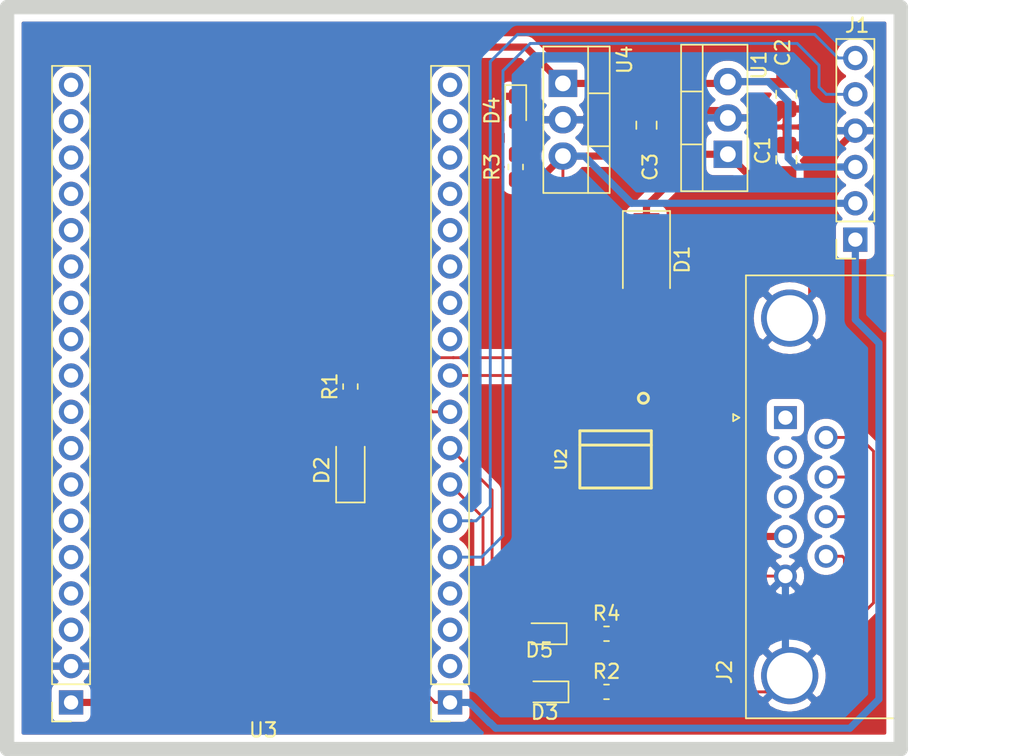
<source format=kicad_pcb>
(kicad_pcb (version 20171130) (host pcbnew 5.1.4+dfsg1-1)

  (general
    (thickness 1.6)
    (drawings 4)
    (tracks 171)
    (zones 0)
    (modules 18)
    (nets 51)
  )

  (page A4)
  (title_block
    (title "Data Aquisition System DevKit ")
    (rev V0)
    (company UA_ELECTREX)
  )

  (layers
    (0 F.Cu signal)
    (31 B.Cu signal)
    (32 B.Adhes user)
    (33 F.Adhes user)
    (34 B.Paste user)
    (35 F.Paste user)
    (36 B.SilkS user)
    (37 F.SilkS user)
    (38 B.Mask user)
    (39 F.Mask user)
    (40 Dwgs.User user)
    (41 Cmts.User user)
    (42 Eco1.User user)
    (43 Eco2.User user)
    (44 Edge.Cuts user)
    (45 Margin user)
    (46 B.CrtYd user)
    (47 F.CrtYd user)
    (48 B.Fab user)
    (49 F.Fab user)
  )

  (setup
    (last_trace_width 0.2)
    (user_trace_width 0.2)
    (user_trace_width 0.5)
    (trace_clearance 0.2032)
    (zone_clearance 0.508)
    (zone_45_only no)
    (trace_min 0.2)
    (via_size 0.8)
    (via_drill 0.4)
    (via_min_size 0.45)
    (via_min_drill 0.3)
    (uvia_size 0.3)
    (uvia_drill 0.1)
    (uvias_allowed no)
    (uvia_min_size 0.2)
    (uvia_min_drill 0.1)
    (edge_width 0.05)
    (segment_width 0.2)
    (pcb_text_width 0.3)
    (pcb_text_size 1.5 1.5)
    (mod_edge_width 0.12)
    (mod_text_size 1 1)
    (mod_text_width 0.15)
    (pad_size 1.524 1.524)
    (pad_drill 0.762)
    (pad_to_mask_clearance 0.051)
    (solder_mask_min_width 0.25)
    (aux_axis_origin 0 0)
    (grid_origin 122.809 69.088)
    (visible_elements FFFDFF7F)
    (pcbplotparams
      (layerselection 0x010fc_ffffffff)
      (usegerberextensions false)
      (usegerberattributes false)
      (usegerberadvancedattributes false)
      (creategerberjobfile false)
      (excludeedgelayer true)
      (linewidth 0.100000)
      (plotframeref false)
      (viasonmask false)
      (mode 1)
      (useauxorigin false)
      (hpglpennumber 1)
      (hpglpenspeed 20)
      (hpglpendiameter 15.000000)
      (psnegative false)
      (psa4output false)
      (plotreference true)
      (plotvalue true)
      (plotinvisibletext false)
      (padsonsilk false)
      (subtractmaskfromsilk false)
      (outputformat 1)
      (mirror false)
      (drillshape 0)
      (scaleselection 1)
      (outputdirectory "gerber/"))
  )

  (net 0 "")
  (net 1 GND)
  (net 2 "Net-(C1-Pad1)")
  (net 3 +9V)
  (net 4 +5V)
  (net 5 /15V_UnProtected)
  (net 6 "Net-(D3-Pad2)")
  (net 7 +3V3)
  (net 8 "Net-(D5-Pad2)")
  (net 9 "Net-(D5-Pad1)")
  (net 10 /PIC32_TX)
  (net 11 /PIC32_~TX)
  (net 12 /PIC32_~RX)
  (net 13 /PIC32_RX)
  (net 14 /GPIO15)
  (net 15 /GPIO0)
  (net 16 /ESP32_RX_5V)
  (net 17 /ESP32_TX)
  (net 18 /ESP32_RX_3V3)
  (net 19 "Net-(D3-Pad1)")
  (net 20 "Net-(D4-Pad2)")
  (net 21 "Net-(J2-Pad3)")
  (net 22 "Net-(J2-Pad2)")
  (net 23 "Net-(J2-Pad1)")
  (net 24 "Net-(U3-Pad22)")
  (net 25 "Net-(U3-Pad21)")
  (net 26 "Net-(U3-Pad36)")
  (net 27 "Net-(U3-Pad30)")
  (net 28 "Net-(U3-Pad24)")
  (net 29 "Net-(U3-Pad31)")
  (net 30 "Net-(U3-Pad23)")
  (net 31 "Net-(U3-Pad33)")
  (net 32 "Net-(U3-Pad25)")
  (net 33 "Net-(U3-Pad35)")
  (net 34 "Net-(U3-Pad34)")
  (net 35 "Net-(U3-Pad27)")
  (net 36 "Net-(U3-Pad28)")
  (net 37 "Net-(U3-Pad29)")
  (net 38 "Net-(U3-Pad32)")
  (net 39 "Net-(U3-Pad26)")
  (net 40 "Net-(U3-Pad18)")
  (net 41 "Net-(U3-Pad17)")
  (net 42 "Net-(U3-Pad16)")
  (net 43 "Net-(U3-Pad15)")
  (net 44 "Net-(U3-Pad14)")
  (net 45 "Net-(U3-Pad13)")
  (net 46 "Net-(U3-Pad12)")
  (net 47 "Net-(U3-Pad11)")
  (net 48 "Net-(U3-Pad4)")
  (net 49 "Net-(U3-Pad3)")
  (net 50 "Net-(U3-Pad2)")

  (net_class Default "This is the default net class."
    (clearance 0.2032)
    (trace_width 0.2032)
    (via_dia 0.8)
    (via_drill 0.4)
    (uvia_dia 0.3)
    (uvia_drill 0.1)
    (add_net +3V3)
    (add_net +5V)
    (add_net +9V)
    (add_net /15V_UnProtected)
    (add_net /ESP32_RX_3V3)
    (add_net /ESP32_RX_5V)
    (add_net /ESP32_TX)
    (add_net /GPIO0)
    (add_net /GPIO15)
    (add_net /PIC32_RX)
    (add_net /PIC32_TX)
    (add_net /PIC32_~RX)
    (add_net /PIC32_~TX)
    (add_net GND)
    (add_net "Net-(C1-Pad1)")
    (add_net "Net-(D3-Pad1)")
    (add_net "Net-(D3-Pad2)")
    (add_net "Net-(D4-Pad2)")
    (add_net "Net-(D5-Pad1)")
    (add_net "Net-(D5-Pad2)")
    (add_net "Net-(J2-Pad1)")
    (add_net "Net-(J2-Pad2)")
    (add_net "Net-(J2-Pad3)")
    (add_net "Net-(U3-Pad11)")
    (add_net "Net-(U3-Pad12)")
    (add_net "Net-(U3-Pad13)")
    (add_net "Net-(U3-Pad14)")
    (add_net "Net-(U3-Pad15)")
    (add_net "Net-(U3-Pad16)")
    (add_net "Net-(U3-Pad17)")
    (add_net "Net-(U3-Pad18)")
    (add_net "Net-(U3-Pad2)")
    (add_net "Net-(U3-Pad21)")
    (add_net "Net-(U3-Pad22)")
    (add_net "Net-(U3-Pad23)")
    (add_net "Net-(U3-Pad24)")
    (add_net "Net-(U3-Pad25)")
    (add_net "Net-(U3-Pad26)")
    (add_net "Net-(U3-Pad27)")
    (add_net "Net-(U3-Pad28)")
    (add_net "Net-(U3-Pad29)")
    (add_net "Net-(U3-Pad3)")
    (add_net "Net-(U3-Pad30)")
    (add_net "Net-(U3-Pad31)")
    (add_net "Net-(U3-Pad32)")
    (add_net "Net-(U3-Pad33)")
    (add_net "Net-(U3-Pad34)")
    (add_net "Net-(U3-Pad35)")
    (add_net "Net-(U3-Pad36)")
    (add_net "Net-(U3-Pad4)")
  )

  (module Connector_Dsub:DSUB-9_Female_Horizontal_P2.77x2.84mm_EdgePinOffset4.94mm_Housed_MountingHolesOffset7.48mm (layer F.Cu) (tedit 59FEDEE2) (tstamp 5E5EEDEA)
    (at 177.2285 97.79 90)
    (descr "9-pin D-Sub connector, horizontal/angled (90 deg), THT-mount, female, pitch 2.77x2.84mm, pin-PCB-offset 4.9399999999999995mm, distance of mounting holes 25mm, distance of mounting holes to PCB edge 7.4799999999999995mm, see https://disti-assets.s3.amazonaws.com/tonar/files/datasheets/16730.pdf")
    (tags "9-pin D-Sub connector horizontal angled 90deg THT female pitch 2.77x2.84mm pin-PCB-offset 4.9399999999999995mm mounting-holes-distance 25mm mounting-hole-offset 25mm")
    (path /5E4FD6B1)
    (fp_text reference J2 (at -17.78 -4.2545 90) (layer F.SilkS)
      (effects (font (size 1 1) (thickness 0.15)))
    )
    (fp_text value DB9_Female_MountingHoles (at -5.54 15.85 90) (layer F.Fab)
      (effects (font (size 1 1) (thickness 0.15)))
    )
    (fp_text user %R (at -5.3975 11.265 90) (layer F.Fab)
      (effects (font (size 1 1) (thickness 0.15)))
    )
    (fp_line (start 10.4 -3.25) (end -21.5 -3.25) (layer F.CrtYd) (width 0.05))
    (fp_line (start 10.4 14.85) (end 10.4 -3.25) (layer F.CrtYd) (width 0.05))
    (fp_line (start -21.5 14.85) (end 10.4 14.85) (layer F.CrtYd) (width 0.05))
    (fp_line (start -21.5 -3.25) (end -21.5 14.85) (layer F.CrtYd) (width 0.05))
    (fp_line (start 0 -3.221325) (end -0.25 -3.654338) (layer F.SilkS) (width 0.12))
    (fp_line (start 0.25 -3.654338) (end 0 -3.221325) (layer F.SilkS) (width 0.12))
    (fp_line (start -0.25 -3.654338) (end 0.25 -3.654338) (layer F.SilkS) (width 0.12))
    (fp_line (start 9.945 -2.76) (end 9.945 7.72) (layer F.SilkS) (width 0.12))
    (fp_line (start -21.025 -2.76) (end 9.945 -2.76) (layer F.SilkS) (width 0.12))
    (fp_line (start -21.025 7.72) (end -21.025 -2.76) (layer F.SilkS) (width 0.12))
    (fp_line (start 8.56 7.78) (end 8.56 0.3) (layer F.Fab) (width 0.1))
    (fp_line (start 5.36 7.78) (end 5.36 0.3) (layer F.Fab) (width 0.1))
    (fp_line (start -16.44 7.78) (end -16.44 0.3) (layer F.Fab) (width 0.1))
    (fp_line (start -19.64 7.78) (end -19.64 0.3) (layer F.Fab) (width 0.1))
    (fp_line (start 9.46 8.18) (end 4.46 8.18) (layer F.Fab) (width 0.1))
    (fp_line (start 9.46 13.18) (end 9.46 8.18) (layer F.Fab) (width 0.1))
    (fp_line (start 4.46 13.18) (end 9.46 13.18) (layer F.Fab) (width 0.1))
    (fp_line (start 4.46 8.18) (end 4.46 13.18) (layer F.Fab) (width 0.1))
    (fp_line (start -15.54 8.18) (end -20.54 8.18) (layer F.Fab) (width 0.1))
    (fp_line (start -15.54 13.18) (end -15.54 8.18) (layer F.Fab) (width 0.1))
    (fp_line (start -20.54 13.18) (end -15.54 13.18) (layer F.Fab) (width 0.1))
    (fp_line (start -20.54 8.18) (end -20.54 13.18) (layer F.Fab) (width 0.1))
    (fp_line (start 2.61 8.18) (end -13.69 8.18) (layer F.Fab) (width 0.1))
    (fp_line (start 2.61 14.35) (end 2.61 8.18) (layer F.Fab) (width 0.1))
    (fp_line (start -13.69 14.35) (end 2.61 14.35) (layer F.Fab) (width 0.1))
    (fp_line (start -13.69 8.18) (end -13.69 14.35) (layer F.Fab) (width 0.1))
    (fp_line (start 9.885 7.78) (end -20.965 7.78) (layer F.Fab) (width 0.1))
    (fp_line (start 9.885 8.18) (end 9.885 7.78) (layer F.Fab) (width 0.1))
    (fp_line (start -20.965 8.18) (end 9.885 8.18) (layer F.Fab) (width 0.1))
    (fp_line (start -20.965 7.78) (end -20.965 8.18) (layer F.Fab) (width 0.1))
    (fp_line (start 9.885 -2.7) (end -20.965 -2.7) (layer F.Fab) (width 0.1))
    (fp_line (start 9.885 7.78) (end 9.885 -2.7) (layer F.Fab) (width 0.1))
    (fp_line (start -20.965 7.78) (end 9.885 7.78) (layer F.Fab) (width 0.1))
    (fp_line (start -20.965 -2.7) (end -20.965 7.78) (layer F.Fab) (width 0.1))
    (fp_arc (start 6.96 0.3) (end 5.36 0.3) (angle 180) (layer F.Fab) (width 0.1))
    (fp_arc (start -18.04 0.3) (end -19.64 0.3) (angle 180) (layer F.Fab) (width 0.1))
    (pad 0 thru_hole circle (at 6.96 0.3 90) (size 4 4) (drill 3.2) (layers *.Cu *.Mask)
      (net 1 GND))
    (pad 0 thru_hole circle (at -18.04 0.3 90) (size 4 4) (drill 3.2) (layers *.Cu *.Mask)
      (net 1 GND))
    (pad 9 thru_hole circle (at -9.695 2.84 90) (size 1.6 1.6) (drill 1) (layers *.Cu *.Mask)
      (net 10 /PIC32_TX))
    (pad 8 thru_hole circle (at -6.925 2.84 90) (size 1.6 1.6) (drill 1) (layers *.Cu *.Mask)
      (net 11 /PIC32_~TX))
    (pad 7 thru_hole circle (at -4.155 2.84 90) (size 1.6 1.6) (drill 1) (layers *.Cu *.Mask)
      (net 12 /PIC32_~RX))
    (pad 6 thru_hole circle (at -1.385 2.84 90) (size 1.6 1.6) (drill 1) (layers *.Cu *.Mask)
      (net 13 /PIC32_RX))
    (pad 5 thru_hole circle (at -11.08 0 90) (size 1.6 1.6) (drill 1) (layers *.Cu *.Mask)
      (net 1 GND))
    (pad 4 thru_hole circle (at -8.31 0 90) (size 1.6 1.6) (drill 1) (layers *.Cu *.Mask)
      (net 5 /15V_UnProtected))
    (pad 3 thru_hole circle (at -5.54 0 90) (size 1.6 1.6) (drill 1) (layers *.Cu *.Mask)
      (net 21 "Net-(J2-Pad3)"))
    (pad 2 thru_hole circle (at -2.77 0 90) (size 1.6 1.6) (drill 1) (layers *.Cu *.Mask)
      (net 22 "Net-(J2-Pad2)"))
    (pad 1 thru_hole rect (at 0 0 90) (size 1.6 1.6) (drill 1) (layers *.Cu *.Mask)
      (net 23 "Net-(J2-Pad1)"))
    (model ${KISYS3DMOD}/Connector_Dsub.3dshapes/DSUB-9_Female_Horizontal_P2.77x2.84mm_EdgePinOffset4.94mm_Housed_MountingHolesOffset7.48mm.wrl
      (at (xyz 0 0 0))
      (scale (xyz 1 1 1))
      (rotate (xyz 0 0 0))
    )
  )

  (module components_tese:PinSocket_1x18_P2.54mm_Vertical (layer F.Cu) (tedit 5E4ECA29) (tstamp 5E5E7042)
    (at 125.532999 72.746999)
    (descr "Through hole straight socket strip, 1x18, 2.54mm pitch, single row (from Kicad 4.0.7), script generated")
    (tags "Through hole socket strip THT 1x18 2.54mm single row")
    (path /5E4EDCB7)
    (fp_text reference U3 (at 15.183001 46.887001 180) (layer F.SilkS)
      (effects (font (size 1 1) (thickness 0.15)))
    )
    (fp_text value DoitESP32-DevKit-V1 (at 15.691001 45.490001 180) (layer F.Fab)
      (effects (font (size 1 1) (thickness 0.15)))
    )
    (fp_line (start 0.4748 45.593) (end 0.4748 0.508) (layer F.Fab) (width 0.1))
    (fp_line (start 0.4748 0.508) (end 3.0148 0.508) (layer F.Fab) (width 0.1))
    (fp_line (start 3.0148 0.508) (end 3.0148 46.228) (layer F.Fab) (width 0.1))
    (fp_line (start 3.0748 43.688) (end 0.4148 43.688) (layer F.SilkS) (width 0.12))
    (fp_line (start 3.0148 46.228) (end 1.1098 46.228) (layer F.Fab) (width 0.1))
    (fp_line (start 0.4148 46.288) (end 0.4148 44.958) (layer F.SilkS) (width 0.12))
    (fp_line (start 1.7448 46.288) (end 0.4148 46.288) (layer F.SilkS) (width 0.12))
    (fp_line (start 0.4148 43.688) (end 0.4148 0.448) (layer F.SilkS) (width 0.12))
    (fp_line (start 3.0748 0.448) (end 0.4148 0.448) (layer F.SilkS) (width 0.12))
    (fp_line (start 3.5448 0.008) (end 3.5448 46.758) (layer F.CrtYd) (width 0.05))
    (fp_line (start 1.1098 46.228) (end 0.4748 45.593) (layer F.Fab) (width 0.1))
    (fp_text user %R (at 1.7448 23.368 270) (layer F.Fab)
      (effects (font (size 1 1) (thickness 0.15)))
    )
    (fp_line (start -0.0052 0.008) (end 3.5448 0.008) (layer F.CrtYd) (width 0.05))
    (fp_line (start -0.0052 46.758) (end -0.0052 0.008) (layer F.CrtYd) (width 0.05))
    (fp_line (start 3.0748 43.688) (end 3.0748 0.448) (layer F.SilkS) (width 0.12))
    (fp_line (start 3.5448 46.758) (end -0.0052 46.758) (layer F.CrtYd) (width 0.05))
    (fp_text user %R (at 28.2448 23.368 270) (layer F.Fab)
      (effects (font (size 1 1) (thickness 0.15)))
    )
    (fp_line (start 30.0448 0.008) (end 30.0448 46.758) (layer F.CrtYd) (width 0.05))
    (fp_line (start 26.4948 0.008) (end 30.0448 0.008) (layer F.CrtYd) (width 0.05))
    (fp_line (start 26.4948 46.758) (end 26.4948 0.008) (layer F.CrtYd) (width 0.05))
    (fp_line (start 30.0448 46.758) (end 26.4948 46.758) (layer F.CrtYd) (width 0.05))
    (fp_line (start 28.2448 46.288) (end 26.9148 46.288) (layer F.SilkS) (width 0.12))
    (fp_line (start 26.9148 46.288) (end 26.9148 44.958) (layer F.SilkS) (width 0.12))
    (fp_line (start 26.9148 43.688) (end 26.9148 0.448) (layer F.SilkS) (width 0.12))
    (fp_line (start 29.5748 0.448) (end 26.9148 0.448) (layer F.SilkS) (width 0.12))
    (fp_line (start 29.5748 43.688) (end 29.5748 0.448) (layer F.SilkS) (width 0.12))
    (fp_line (start 29.5748 43.688) (end 26.9148 43.688) (layer F.SilkS) (width 0.12))
    (fp_line (start 29.5148 0.508) (end 29.5148 46.228) (layer F.Fab) (width 0.1))
    (fp_line (start 26.9748 0.508) (end 29.5148 0.508) (layer F.Fab) (width 0.1))
    (fp_line (start 26.9748 45.593) (end 26.9748 0.508) (layer F.Fab) (width 0.1))
    (fp_line (start 27.6098 46.228) (end 26.9748 45.593) (layer F.Fab) (width 0.1))
    (fp_line (start 29.5148 46.228) (end 27.6098 46.228) (layer F.Fab) (width 0.1))
    (pad 22 thru_hole oval (at 1.7448 37.338 180) (size 1.7 1.7) (drill 1) (layers *.Cu *.Mask)
      (net 24 "Net-(U3-Pad22)"))
    (pad 19 thru_hole rect (at 1.7448 44.958 180) (size 1.7 1.7) (drill 1) (layers *.Cu *.Mask)
      (net 3 +9V))
    (pad 21 thru_hole oval (at 1.7448 39.878 180) (size 1.7 1.7) (drill 1) (layers *.Cu *.Mask)
      (net 25 "Net-(U3-Pad21)"))
    (pad 20 thru_hole oval (at 1.7448 42.418 180) (size 1.7 1.7) (drill 1) (layers *.Cu *.Mask)
      (net 1 GND))
    (pad 36 thru_hole oval (at 1.7448 1.778 180) (size 1.7 1.7) (drill 1) (layers *.Cu *.Mask)
      (net 26 "Net-(U3-Pad36)"))
    (pad 30 thru_hole oval (at 1.7448 17.018 180) (size 1.7 1.7) (drill 1) (layers *.Cu *.Mask)
      (net 27 "Net-(U3-Pad30)"))
    (pad 24 thru_hole oval (at 1.7448 32.258 180) (size 1.7 1.7) (drill 1) (layers *.Cu *.Mask)
      (net 28 "Net-(U3-Pad24)"))
    (pad 31 thru_hole oval (at 1.7448 14.478 180) (size 1.7 1.7) (drill 1) (layers *.Cu *.Mask)
      (net 29 "Net-(U3-Pad31)"))
    (pad 23 thru_hole oval (at 1.7448 34.798 180) (size 1.7 1.7) (drill 1) (layers *.Cu *.Mask)
      (net 30 "Net-(U3-Pad23)"))
    (pad 33 thru_hole oval (at 1.7448 9.398 180) (size 1.7 1.7) (drill 1) (layers *.Cu *.Mask)
      (net 31 "Net-(U3-Pad33)"))
    (pad 25 thru_hole oval (at 1.7448 29.718 180) (size 1.7 1.7) (drill 1) (layers *.Cu *.Mask)
      (net 32 "Net-(U3-Pad25)"))
    (pad 35 thru_hole oval (at 1.7448 4.318 180) (size 1.7 1.7) (drill 1) (layers *.Cu *.Mask)
      (net 33 "Net-(U3-Pad35)"))
    (pad 34 thru_hole oval (at 1.7448 6.858 180) (size 1.7 1.7) (drill 1) (layers *.Cu *.Mask)
      (net 34 "Net-(U3-Pad34)"))
    (pad 27 thru_hole oval (at 1.7448 24.638 180) (size 1.7 1.7) (drill 1) (layers *.Cu *.Mask)
      (net 35 "Net-(U3-Pad27)"))
    (pad 28 thru_hole oval (at 1.7448 22.098 180) (size 1.7 1.7) (drill 1) (layers *.Cu *.Mask)
      (net 36 "Net-(U3-Pad28)"))
    (pad 29 thru_hole oval (at 1.7448 19.558 180) (size 1.7 1.7) (drill 1) (layers *.Cu *.Mask)
      (net 37 "Net-(U3-Pad29)"))
    (pad 32 thru_hole oval (at 1.7448 11.938 180) (size 1.7 1.7) (drill 1) (layers *.Cu *.Mask)
      (net 38 "Net-(U3-Pad32)"))
    (pad 26 thru_hole oval (at 1.7448 27.178 180) (size 1.7 1.7) (drill 1) (layers *.Cu *.Mask)
      (net 39 "Net-(U3-Pad26)"))
    (pad 18 thru_hole oval (at 28.2448 1.778 180) (size 1.7 1.7) (drill 1) (layers *.Cu *.Mask)
      (net 40 "Net-(U3-Pad18)"))
    (pad 17 thru_hole oval (at 28.2448 4.318 180) (size 1.7 1.7) (drill 1) (layers *.Cu *.Mask)
      (net 41 "Net-(U3-Pad17)"))
    (pad 16 thru_hole oval (at 28.2448 6.858 180) (size 1.7 1.7) (drill 1) (layers *.Cu *.Mask)
      (net 42 "Net-(U3-Pad16)"))
    (pad 15 thru_hole oval (at 28.2448 9.398 180) (size 1.7 1.7) (drill 1) (layers *.Cu *.Mask)
      (net 43 "Net-(U3-Pad15)"))
    (pad 14 thru_hole oval (at 28.2448 11.938 180) (size 1.7 1.7) (drill 1) (layers *.Cu *.Mask)
      (net 44 "Net-(U3-Pad14)"))
    (pad 13 thru_hole oval (at 28.2448 14.478 180) (size 1.7 1.7) (drill 1) (layers *.Cu *.Mask)
      (net 45 "Net-(U3-Pad13)"))
    (pad 12 thru_hole oval (at 28.2448 17.018 180) (size 1.7 1.7) (drill 1) (layers *.Cu *.Mask)
      (net 46 "Net-(U3-Pad12)"))
    (pad 11 thru_hole oval (at 28.2448 19.558 180) (size 1.7 1.7) (drill 1) (layers *.Cu *.Mask)
      (net 47 "Net-(U3-Pad11)"))
    (pad 10 thru_hole oval (at 28.2448 22.098 180) (size 1.7 1.7) (drill 1) (layers *.Cu *.Mask)
      (net 17 /ESP32_TX))
    (pad 9 thru_hole oval (at 28.2448 24.638 180) (size 1.7 1.7) (drill 1) (layers *.Cu *.Mask)
      (net 18 /ESP32_RX_3V3))
    (pad 8 thru_hole oval (at 28.2448 27.178 180) (size 1.7 1.7) (drill 1) (layers *.Cu *.Mask)
      (net 8 "Net-(D5-Pad2)"))
    (pad 7 thru_hole oval (at 28.2448 29.718 180) (size 1.7 1.7) (drill 1) (layers *.Cu *.Mask)
      (net 6 "Net-(D3-Pad2)"))
    (pad 6 thru_hole oval (at 28.2448 32.258 180) (size 1.7 1.7) (drill 1) (layers *.Cu *.Mask)
      (net 14 /GPIO15))
    (pad 5 thru_hole oval (at 28.2448 34.798 180) (size 1.7 1.7) (drill 1) (layers *.Cu *.Mask)
      (net 15 /GPIO0))
    (pad 4 thru_hole oval (at 28.2448 37.338 180) (size 1.7 1.7) (drill 1) (layers *.Cu *.Mask)
      (net 48 "Net-(U3-Pad4)"))
    (pad 3 thru_hole oval (at 28.2448 39.878 180) (size 1.7 1.7) (drill 1) (layers *.Cu *.Mask)
      (net 49 "Net-(U3-Pad3)"))
    (pad 2 thru_hole oval (at 28.2448 42.418 180) (size 1.7 1.7) (drill 1) (layers *.Cu *.Mask)
      (net 50 "Net-(U3-Pad2)"))
    (pad 1 thru_hole rect (at 28.2448 44.958 180) (size 1.7 1.7) (drill 1) (layers *.Cu *.Mask)
      (net 7 +3V3))
    (model ${KISYS3DMOD}/Connector_PinSocket_2.54mm.3dshapes/PinSocket_1x18_P2.54mm_Vertical.wrl
      (at (xyz 0 0 0))
      (scale (xyz 1 1 1))
      (rotate (xyz 0 0 0))
    )
  )

  (module components_tese:SOIC-8 (layer F.Cu) (tedit 0) (tstamp 5E5E706E)
    (at 165.354 100.711 270)
    (path /5E4D35EE)
    (solder_mask_margin 0.0762)
    (solder_paste_margin -0.0254)
    (attr smd)
    (fp_text reference U2 (at 0 3.81 90) (layer F.SilkS)
      (effects (font (size 0.762 0.762) (thickness 0.1524)))
    )
    (fp_text value SN75179BD (at 0 0 90) (layer F.SilkS) hide
      (effects (font (size 0.762 0.762) (thickness 0.1524)))
    )
    (fp_circle (center -4.278 -1.944) (end -4.028 -1.694) (layer F.SilkS) (width 0.2032))
    (fp_line (start 2 -2.5) (end -2 -2.5) (layer F.SilkS) (width 0.2032))
    (fp_line (start 2 2.5) (end 2 -2.5) (layer F.SilkS) (width 0.2032))
    (fp_line (start -2 2.5) (end 2 2.5) (layer F.SilkS) (width 0.2032))
    (fp_line (start -2 -2.5) (end -2 2.5) (layer F.SilkS) (width 0.2032))
    (fp_line (start -1 -2.5) (end -1 2.5) (layer F.SilkS) (width 0.2032))
    (pad 8 smd rect (at 2.7 -1.905 270) (size 1.55 0.6) (layers F.Cu F.Paste F.Mask)
      (net 10 /PIC32_TX))
    (pad 7 smd rect (at 2.7 -0.635 270) (size 1.55 0.6) (layers F.Cu F.Paste F.Mask)
      (net 11 /PIC32_~TX))
    (pad 6 smd rect (at 2.7 0.635 270) (size 1.55 0.6) (layers F.Cu F.Paste F.Mask)
      (net 12 /PIC32_~RX))
    (pad 5 smd rect (at 2.7 1.905 270) (size 1.55 0.6) (layers F.Cu F.Paste F.Mask)
      (net 13 /PIC32_RX))
    (pad 4 smd rect (at -2.7 1.905 270) (size 1.55 0.6) (layers F.Cu F.Paste F.Mask)
      (net 1 GND))
    (pad 3 smd rect (at -2.7 0.635 270) (size 1.55 0.6) (layers F.Cu F.Paste F.Mask)
      (net 17 /ESP32_TX))
    (pad 2 smd rect (at -2.7 -0.635 270) (size 1.55 0.6) (layers F.Cu F.Paste F.Mask)
      (net 16 /ESP32_RX_5V))
    (pad 1 smd rect (at -2.7 -1.905 270) (size 1.55 0.6) (layers F.Cu F.Paste F.Mask)
      (net 4 +5V))
  )

  (module Package_TO_SOT_THT:TO-220-3_Vertical (layer F.Cu) (tedit 5AC8BA0D) (tstamp 5E5E705C)
    (at 173.204 79.375 90)
    (descr "TO-220-3, Vertical, RM 2.54mm, see https://www.vishay.com/docs/66542/to-220-1.pdf")
    (tags "TO-220-3 Vertical RM 2.54mm")
    (path /5E5C5082)
    (fp_text reference U1 (at 6.223 2.183 90) (layer F.SilkS)
      (effects (font (size 1 1) (thickness 0.15)))
    )
    (fp_text value L7809 (at 2.54 2.5 90) (layer F.Fab)
      (effects (font (size 1 1) (thickness 0.15)))
    )
    (fp_line (start -2.46 -3.15) (end -2.46 1.25) (layer F.Fab) (width 0.1))
    (fp_line (start -2.46 1.25) (end 7.54 1.25) (layer F.Fab) (width 0.1))
    (fp_line (start 7.54 1.25) (end 7.54 -3.15) (layer F.Fab) (width 0.1))
    (fp_line (start 7.54 -3.15) (end -2.46 -3.15) (layer F.Fab) (width 0.1))
    (fp_line (start -2.46 -1.88) (end 7.54 -1.88) (layer F.Fab) (width 0.1))
    (fp_line (start 0.69 -3.15) (end 0.69 -1.88) (layer F.Fab) (width 0.1))
    (fp_line (start 4.39 -3.15) (end 4.39 -1.88) (layer F.Fab) (width 0.1))
    (fp_line (start -2.58 -3.27) (end 7.66 -3.27) (layer F.SilkS) (width 0.12))
    (fp_line (start -2.58 1.371) (end 7.66 1.371) (layer F.SilkS) (width 0.12))
    (fp_line (start -2.58 -3.27) (end -2.58 1.371) (layer F.SilkS) (width 0.12))
    (fp_line (start 7.66 -3.27) (end 7.66 1.371) (layer F.SilkS) (width 0.12))
    (fp_line (start -2.58 -1.76) (end 7.66 -1.76) (layer F.SilkS) (width 0.12))
    (fp_line (start 0.69 -3.27) (end 0.69 -1.76) (layer F.SilkS) (width 0.12))
    (fp_line (start 4.391 -3.27) (end 4.391 -1.76) (layer F.SilkS) (width 0.12))
    (fp_line (start -2.71 -3.4) (end -2.71 1.51) (layer F.CrtYd) (width 0.05))
    (fp_line (start -2.71 1.51) (end 7.79 1.51) (layer F.CrtYd) (width 0.05))
    (fp_line (start 7.79 1.51) (end 7.79 -3.4) (layer F.CrtYd) (width 0.05))
    (fp_line (start 7.79 -3.4) (end -2.71 -3.4) (layer F.CrtYd) (width 0.05))
    (pad 1 thru_hole rect (at 0 0 90) (size 1.905 2) (drill 1.1) (layers *.Cu *.Mask)
      (net 2 "Net-(C1-Pad1)"))
    (pad 2 thru_hole oval (at 2.54 0 90) (size 1.905 2) (drill 1.1) (layers *.Cu *.Mask)
      (net 1 GND))
    (pad 3 thru_hole oval (at 5.08 0 90) (size 1.905 2) (drill 1.1) (layers *.Cu *.Mask)
      (net 3 +9V))
    (model ${KISYS3DMOD}/Package_TO_SOT_THT.3dshapes/TO-220-3_Vertical.wrl
      (at (xyz 0 0 0))
      (scale (xyz 1 1 1))
      (rotate (xyz 0 0 0))
    )
  )

  (module Package_TO_SOT_THT:TO-220-3_Vertical (layer F.Cu) (tedit 5AC8BA0D) (tstamp 5E5F9FCC)
    (at 161.671 74.422 270)
    (descr "TO-220-3, Vertical, RM 2.54mm, see https://www.vishay.com/docs/66542/to-220-1.pdf")
    (tags "TO-220-3 Vertical RM 2.54mm")
    (path /5E4D654A)
    (fp_text reference U4 (at -1.651 -4.318 90) (layer F.SilkS)
      (effects (font (size 1 1) (thickness 0.15)))
    )
    (fp_text value L7805 (at 2.667 -2.413 90) (layer F.Fab)
      (effects (font (size 1 1) (thickness 0.15)))
    )
    (fp_line (start 7.79 -3.4) (end -2.71 -3.4) (layer F.CrtYd) (width 0.05))
    (fp_line (start 7.79 1.51) (end 7.79 -3.4) (layer F.CrtYd) (width 0.05))
    (fp_line (start -2.71 1.51) (end 7.79 1.51) (layer F.CrtYd) (width 0.05))
    (fp_line (start -2.71 -3.4) (end -2.71 1.51) (layer F.CrtYd) (width 0.05))
    (fp_line (start 4.391 -3.27) (end 4.391 -1.76) (layer F.SilkS) (width 0.12))
    (fp_line (start 0.69 -3.27) (end 0.69 -1.76) (layer F.SilkS) (width 0.12))
    (fp_line (start -2.58 -1.76) (end 7.66 -1.76) (layer F.SilkS) (width 0.12))
    (fp_line (start 7.66 -3.27) (end 7.66 1.371) (layer F.SilkS) (width 0.12))
    (fp_line (start -2.58 -3.27) (end -2.58 1.371) (layer F.SilkS) (width 0.12))
    (fp_line (start -2.58 1.371) (end 7.66 1.371) (layer F.SilkS) (width 0.12))
    (fp_line (start -2.58 -3.27) (end 7.66 -3.27) (layer F.SilkS) (width 0.12))
    (fp_line (start 4.39 -3.15) (end 4.39 -1.88) (layer F.Fab) (width 0.1))
    (fp_line (start 0.69 -3.15) (end 0.69 -1.88) (layer F.Fab) (width 0.1))
    (fp_line (start -2.46 -1.88) (end 7.54 -1.88) (layer F.Fab) (width 0.1))
    (fp_line (start 7.54 -3.15) (end -2.46 -3.15) (layer F.Fab) (width 0.1))
    (fp_line (start 7.54 1.25) (end 7.54 -3.15) (layer F.Fab) (width 0.1))
    (fp_line (start -2.46 1.25) (end 7.54 1.25) (layer F.Fab) (width 0.1))
    (fp_line (start -2.46 -3.15) (end -2.46 1.25) (layer F.Fab) (width 0.1))
    (pad 3 thru_hole oval (at 5.08 0 270) (size 1.905 2) (drill 1.1) (layers *.Cu *.Mask)
      (net 4 +5V))
    (pad 2 thru_hole oval (at 2.54 0 270) (size 1.905 2) (drill 1.1) (layers *.Cu *.Mask)
      (net 1 GND))
    (pad 1 thru_hole rect (at 0 0 270) (size 1.905 2) (drill 1.1) (layers *.Cu *.Mask)
      (net 3 +9V))
    (model ${KISYS3DMOD}/Package_TO_SOT_THT.3dshapes/TO-220-3_Vertical.wrl
      (at (xyz 0 0 0))
      (scale (xyz 1 1 1))
      (rotate (xyz 0 0 0))
    )
  )

  (module Resistor_SMD:R_0603_1608Metric_Pad1.05x0.95mm_HandSolder (layer F.Cu) (tedit 5B301BBD) (tstamp 5E5E6FE0)
    (at 164.719 112.903)
    (descr "Resistor SMD 0603 (1608 Metric), square (rectangular) end terminal, IPC_7351 nominal with elongated pad for handsoldering. (Body size source: http://www.tortai-tech.com/upload/download/2011102023233369053.pdf), generated with kicad-footprint-generator")
    (tags "resistor handsolder")
    (path /5E6AE0CF)
    (attr smd)
    (fp_text reference R4 (at 0 -1.43) (layer F.SilkS)
      (effects (font (size 1 1) (thickness 0.15)))
    )
    (fp_text value 220 (at 0 1.43) (layer F.Fab)
      (effects (font (size 1 1) (thickness 0.15)))
    )
    (fp_text user %R (at 0 0) (layer F.Fab)
      (effects (font (size 0.4 0.4) (thickness 0.06)))
    )
    (fp_line (start 1.65 0.73) (end -1.65 0.73) (layer F.CrtYd) (width 0.05))
    (fp_line (start 1.65 -0.73) (end 1.65 0.73) (layer F.CrtYd) (width 0.05))
    (fp_line (start -1.65 -0.73) (end 1.65 -0.73) (layer F.CrtYd) (width 0.05))
    (fp_line (start -1.65 0.73) (end -1.65 -0.73) (layer F.CrtYd) (width 0.05))
    (fp_line (start -0.171267 0.51) (end 0.171267 0.51) (layer F.SilkS) (width 0.12))
    (fp_line (start -0.171267 -0.51) (end 0.171267 -0.51) (layer F.SilkS) (width 0.12))
    (fp_line (start 0.8 0.4) (end -0.8 0.4) (layer F.Fab) (width 0.1))
    (fp_line (start 0.8 -0.4) (end 0.8 0.4) (layer F.Fab) (width 0.1))
    (fp_line (start -0.8 -0.4) (end 0.8 -0.4) (layer F.Fab) (width 0.1))
    (fp_line (start -0.8 0.4) (end -0.8 -0.4) (layer F.Fab) (width 0.1))
    (pad 2 smd roundrect (at 0.875 0) (size 1.05 0.95) (layers F.Cu F.Paste F.Mask) (roundrect_rratio 0.25)
      (net 1 GND))
    (pad 1 smd roundrect (at -0.875 0) (size 1.05 0.95) (layers F.Cu F.Paste F.Mask) (roundrect_rratio 0.25)
      (net 9 "Net-(D5-Pad1)"))
    (model ${KISYS3DMOD}/Resistor_SMD.3dshapes/R_0603_1608Metric.wrl
      (at (xyz 0 0 0))
      (scale (xyz 1 1 1))
      (rotate (xyz 0 0 0))
    )
  )

  (module Resistor_SMD:R_0603_1608Metric_Pad1.05x0.95mm_HandSolder (layer F.Cu) (tedit 5B301BBD) (tstamp 5E5E6FCF)
    (at 164.719 116.967)
    (descr "Resistor SMD 0603 (1608 Metric), square (rectangular) end terminal, IPC_7351 nominal with elongated pad for handsoldering. (Body size source: http://www.tortai-tech.com/upload/download/2011102023233369053.pdf), generated with kicad-footprint-generator")
    (tags "resistor handsolder")
    (path /5E6AD0DF)
    (attr smd)
    (fp_text reference R2 (at 0 -1.43) (layer F.SilkS)
      (effects (font (size 1 1) (thickness 0.15)))
    )
    (fp_text value 220 (at 0 1.43) (layer F.Fab)
      (effects (font (size 1 1) (thickness 0.15)))
    )
    (fp_text user %R (at 0 0) (layer F.Fab)
      (effects (font (size 0.4 0.4) (thickness 0.06)))
    )
    (fp_line (start 1.65 0.73) (end -1.65 0.73) (layer F.CrtYd) (width 0.05))
    (fp_line (start 1.65 -0.73) (end 1.65 0.73) (layer F.CrtYd) (width 0.05))
    (fp_line (start -1.65 -0.73) (end 1.65 -0.73) (layer F.CrtYd) (width 0.05))
    (fp_line (start -1.65 0.73) (end -1.65 -0.73) (layer F.CrtYd) (width 0.05))
    (fp_line (start -0.171267 0.51) (end 0.171267 0.51) (layer F.SilkS) (width 0.12))
    (fp_line (start -0.171267 -0.51) (end 0.171267 -0.51) (layer F.SilkS) (width 0.12))
    (fp_line (start 0.8 0.4) (end -0.8 0.4) (layer F.Fab) (width 0.1))
    (fp_line (start 0.8 -0.4) (end 0.8 0.4) (layer F.Fab) (width 0.1))
    (fp_line (start -0.8 -0.4) (end 0.8 -0.4) (layer F.Fab) (width 0.1))
    (fp_line (start -0.8 0.4) (end -0.8 -0.4) (layer F.Fab) (width 0.1))
    (pad 2 smd roundrect (at 0.875 0) (size 1.05 0.95) (layers F.Cu F.Paste F.Mask) (roundrect_rratio 0.25)
      (net 1 GND))
    (pad 1 smd roundrect (at -0.875 0) (size 1.05 0.95) (layers F.Cu F.Paste F.Mask) (roundrect_rratio 0.25)
      (net 19 "Net-(D3-Pad1)"))
    (model ${KISYS3DMOD}/Resistor_SMD.3dshapes/R_0603_1608Metric.wrl
      (at (xyz 0 0 0))
      (scale (xyz 1 1 1))
      (rotate (xyz 0 0 0))
    )
  )

  (module Resistor_SMD:R_0603_1608Metric_Pad1.05x0.95mm_HandSolder (layer F.Cu) (tedit 5B301BBD) (tstamp 5E5E6FBE)
    (at 158.369 80.264 90)
    (descr "Resistor SMD 0603 (1608 Metric), square (rectangular) end terminal, IPC_7351 nominal with elongated pad for handsoldering. (Body size source: http://www.tortai-tech.com/upload/download/2011102023233369053.pdf), generated with kicad-footprint-generator")
    (tags "resistor handsolder")
    (path /5E69D337)
    (attr smd)
    (fp_text reference R3 (at 0 -1.651 90) (layer F.SilkS)
      (effects (font (size 1 1) (thickness 0.15)))
    )
    (fp_text value 470 (at 0 1.43 90) (layer F.Fab)
      (effects (font (size 1 1) (thickness 0.15)))
    )
    (fp_text user %R (at 0 0 90) (layer F.Fab)
      (effects (font (size 0.4 0.4) (thickness 0.06)))
    )
    (fp_line (start 1.65 0.73) (end -1.65 0.73) (layer F.CrtYd) (width 0.05))
    (fp_line (start 1.65 -0.73) (end 1.65 0.73) (layer F.CrtYd) (width 0.05))
    (fp_line (start -1.65 -0.73) (end 1.65 -0.73) (layer F.CrtYd) (width 0.05))
    (fp_line (start -1.65 0.73) (end -1.65 -0.73) (layer F.CrtYd) (width 0.05))
    (fp_line (start -0.171267 0.51) (end 0.171267 0.51) (layer F.SilkS) (width 0.12))
    (fp_line (start -0.171267 -0.51) (end 0.171267 -0.51) (layer F.SilkS) (width 0.12))
    (fp_line (start 0.8 0.4) (end -0.8 0.4) (layer F.Fab) (width 0.1))
    (fp_line (start 0.8 -0.4) (end 0.8 0.4) (layer F.Fab) (width 0.1))
    (fp_line (start -0.8 -0.4) (end 0.8 -0.4) (layer F.Fab) (width 0.1))
    (fp_line (start -0.8 0.4) (end -0.8 -0.4) (layer F.Fab) (width 0.1))
    (pad 2 smd roundrect (at 0.875 0 90) (size 1.05 0.95) (layers F.Cu F.Paste F.Mask) (roundrect_rratio 0.25)
      (net 20 "Net-(D4-Pad2)"))
    (pad 1 smd roundrect (at -0.875 0 90) (size 1.05 0.95) (layers F.Cu F.Paste F.Mask) (roundrect_rratio 0.25)
      (net 4 +5V))
    (model ${KISYS3DMOD}/Resistor_SMD.3dshapes/R_0603_1608Metric.wrl
      (at (xyz 0 0 0))
      (scale (xyz 1 1 1))
      (rotate (xyz 0 0 0))
    )
  )

  (module Resistor_SMD:R_0603_1608Metric_Pad1.05x0.95mm_HandSolder (layer F.Cu) (tedit 5B301BBD) (tstamp 5E5E6FAD)
    (at 146.812 95.617 90)
    (descr "Resistor SMD 0603 (1608 Metric), square (rectangular) end terminal, IPC_7351 nominal with elongated pad for handsoldering. (Body size source: http://www.tortai-tech.com/upload/download/2011102023233369053.pdf), generated with kicad-footprint-generator")
    (tags "resistor handsolder")
    (path /5E50AE17)
    (attr smd)
    (fp_text reference R1 (at 0 -1.43 90) (layer F.SilkS)
      (effects (font (size 1 1) (thickness 0.15)))
    )
    (fp_text value 1K (at 0.367 1.778 90) (layer F.Fab)
      (effects (font (size 1 1) (thickness 0.15)))
    )
    (fp_text user %R (at 0 0 90) (layer F.Fab)
      (effects (font (size 0.4 0.4) (thickness 0.06)))
    )
    (fp_line (start 1.65 0.73) (end -1.65 0.73) (layer F.CrtYd) (width 0.05))
    (fp_line (start 1.65 -0.73) (end 1.65 0.73) (layer F.CrtYd) (width 0.05))
    (fp_line (start -1.65 -0.73) (end 1.65 -0.73) (layer F.CrtYd) (width 0.05))
    (fp_line (start -1.65 0.73) (end -1.65 -0.73) (layer F.CrtYd) (width 0.05))
    (fp_line (start -0.171267 0.51) (end 0.171267 0.51) (layer F.SilkS) (width 0.12))
    (fp_line (start -0.171267 -0.51) (end 0.171267 -0.51) (layer F.SilkS) (width 0.12))
    (fp_line (start 0.8 0.4) (end -0.8 0.4) (layer F.Fab) (width 0.1))
    (fp_line (start 0.8 -0.4) (end 0.8 0.4) (layer F.Fab) (width 0.1))
    (fp_line (start -0.8 -0.4) (end 0.8 -0.4) (layer F.Fab) (width 0.1))
    (fp_line (start -0.8 0.4) (end -0.8 -0.4) (layer F.Fab) (width 0.1))
    (pad 2 smd roundrect (at 0.875 0 90) (size 1.05 0.95) (layers F.Cu F.Paste F.Mask) (roundrect_rratio 0.25)
      (net 16 /ESP32_RX_5V))
    (pad 1 smd roundrect (at -0.875 0 90) (size 1.05 0.95) (layers F.Cu F.Paste F.Mask) (roundrect_rratio 0.25)
      (net 18 /ESP32_RX_3V3))
    (model ${KISYS3DMOD}/Resistor_SMD.3dshapes/R_0603_1608Metric.wrl
      (at (xyz 0 0 0))
      (scale (xyz 1 1 1))
      (rotate (xyz 0 0 0))
    )
  )

  (module Connector_PinSocket_2.54mm:PinSocket_1x06_P2.54mm_Vertical (layer F.Cu) (tedit 5A19A430) (tstamp 5E5EA778)
    (at 182.118 85.344 180)
    (descr "Through hole straight socket strip, 1x06, 2.54mm pitch, single row (from Kicad 4.0.7), script generated")
    (tags "Through hole socket strip THT 1x06 2.54mm single row")
    (path /5E6355A6)
    (fp_text reference J1 (at -0.127 14.986) (layer F.SilkS)
      (effects (font (size 1 1) (thickness 0.15)))
    )
    (fp_text value Conn_01x06_Female (at 0 15.47) (layer F.Fab)
      (effects (font (size 1 1) (thickness 0.15)))
    )
    (fp_text user %R (at 0 6.35 90) (layer F.Fab)
      (effects (font (size 1 1) (thickness 0.15)))
    )
    (fp_line (start -1.8 14.45) (end -1.8 -1.8) (layer F.CrtYd) (width 0.05))
    (fp_line (start 1.75 14.45) (end -1.8 14.45) (layer F.CrtYd) (width 0.05))
    (fp_line (start 1.75 -1.8) (end 1.75 14.45) (layer F.CrtYd) (width 0.05))
    (fp_line (start -1.8 -1.8) (end 1.75 -1.8) (layer F.CrtYd) (width 0.05))
    (fp_line (start 0 -1.33) (end 1.33 -1.33) (layer F.SilkS) (width 0.12))
    (fp_line (start 1.33 -1.33) (end 1.33 0) (layer F.SilkS) (width 0.12))
    (fp_line (start 1.33 1.27) (end 1.33 14.03) (layer F.SilkS) (width 0.12))
    (fp_line (start -1.33 14.03) (end 1.33 14.03) (layer F.SilkS) (width 0.12))
    (fp_line (start -1.33 1.27) (end -1.33 14.03) (layer F.SilkS) (width 0.12))
    (fp_line (start -1.33 1.27) (end 1.33 1.27) (layer F.SilkS) (width 0.12))
    (fp_line (start -1.27 13.97) (end -1.27 -1.27) (layer F.Fab) (width 0.1))
    (fp_line (start 1.27 13.97) (end -1.27 13.97) (layer F.Fab) (width 0.1))
    (fp_line (start 1.27 -0.635) (end 1.27 13.97) (layer F.Fab) (width 0.1))
    (fp_line (start 0.635 -1.27) (end 1.27 -0.635) (layer F.Fab) (width 0.1))
    (fp_line (start -1.27 -1.27) (end 0.635 -1.27) (layer F.Fab) (width 0.1))
    (pad 6 thru_hole oval (at 0 12.7 180) (size 1.7 1.7) (drill 1) (layers *.Cu *.Mask)
      (net 14 /GPIO15))
    (pad 5 thru_hole oval (at 0 10.16 180) (size 1.7 1.7) (drill 1) (layers *.Cu *.Mask)
      (net 15 /GPIO0))
    (pad 4 thru_hole oval (at 0 7.62 180) (size 1.7 1.7) (drill 1) (layers *.Cu *.Mask)
      (net 1 GND))
    (pad 3 thru_hole oval (at 0 5.08 180) (size 1.7 1.7) (drill 1) (layers *.Cu *.Mask)
      (net 3 +9V))
    (pad 2 thru_hole oval (at 0 2.54 180) (size 1.7 1.7) (drill 1) (layers *.Cu *.Mask)
      (net 4 +5V))
    (pad 1 thru_hole rect (at 0 0 180) (size 1.7 1.7) (drill 1) (layers *.Cu *.Mask)
      (net 7 +3V3))
    (model ${KISYS3DMOD}/Connector_PinSocket_2.54mm.3dshapes/PinSocket_1x06_P2.54mm_Vertical.wrl
      (at (xyz 0 0 0))
      (scale (xyz 1 1 1))
      (rotate (xyz 0 0 0))
    )
  )

  (module LED_SMD:LED_0603_1608Metric_Pad1.05x0.95mm_HandSolder (layer F.Cu) (tedit 5B4B45C9) (tstamp 5E5E6F4E)
    (at 160.274 112.903 180)
    (descr "LED SMD 0603 (1608 Metric), square (rectangular) end terminal, IPC_7351 nominal, (Body size source: http://www.tortai-tech.com/upload/download/2011102023233369053.pdf), generated with kicad-footprint-generator")
    (tags "LED handsolder")
    (path /5E696BE4)
    (attr smd)
    (fp_text reference D5 (at 0.254 -1.143) (layer F.SilkS)
      (effects (font (size 1 1) (thickness 0.15)))
    )
    (fp_text value LED (at 0 1.43) (layer F.Fab)
      (effects (font (size 1 1) (thickness 0.15)))
    )
    (fp_text user %R (at 0 0) (layer F.Fab)
      (effects (font (size 0.4 0.4) (thickness 0.06)))
    )
    (fp_line (start 1.65 0.73) (end -1.65 0.73) (layer F.CrtYd) (width 0.05))
    (fp_line (start 1.65 -0.73) (end 1.65 0.73) (layer F.CrtYd) (width 0.05))
    (fp_line (start -1.65 -0.73) (end 1.65 -0.73) (layer F.CrtYd) (width 0.05))
    (fp_line (start -1.65 0.73) (end -1.65 -0.73) (layer F.CrtYd) (width 0.05))
    (fp_line (start -1.66 0.735) (end 0.8 0.735) (layer F.SilkS) (width 0.12))
    (fp_line (start -1.66 -0.735) (end -1.66 0.735) (layer F.SilkS) (width 0.12))
    (fp_line (start 0.8 -0.735) (end -1.66 -0.735) (layer F.SilkS) (width 0.12))
    (fp_line (start 0.8 0.4) (end 0.8 -0.4) (layer F.Fab) (width 0.1))
    (fp_line (start -0.8 0.4) (end 0.8 0.4) (layer F.Fab) (width 0.1))
    (fp_line (start -0.8 -0.1) (end -0.8 0.4) (layer F.Fab) (width 0.1))
    (fp_line (start -0.5 -0.4) (end -0.8 -0.1) (layer F.Fab) (width 0.1))
    (fp_line (start 0.8 -0.4) (end -0.5 -0.4) (layer F.Fab) (width 0.1))
    (pad 2 smd roundrect (at 0.875 0 180) (size 1.05 0.95) (layers F.Cu F.Paste F.Mask) (roundrect_rratio 0.25)
      (net 8 "Net-(D5-Pad2)"))
    (pad 1 smd roundrect (at -0.875 0 180) (size 1.05 0.95) (layers F.Cu F.Paste F.Mask) (roundrect_rratio 0.25)
      (net 9 "Net-(D5-Pad1)"))
    (model ${KISYS3DMOD}/LED_SMD.3dshapes/LED_0603_1608Metric.wrl
      (at (xyz 0 0 0))
      (scale (xyz 1 1 1))
      (rotate (xyz 0 0 0))
    )
  )

  (module LED_SMD:LED_0603_1608Metric_Pad1.05x0.95mm_HandSolder (layer F.Cu) (tedit 5B4B45C9) (tstamp 5E5E6F3B)
    (at 160.401 116.967 180)
    (descr "LED SMD 0603 (1608 Metric), square (rectangular) end terminal, IPC_7351 nominal, (Body size source: http://www.tortai-tech.com/upload/download/2011102023233369053.pdf), generated with kicad-footprint-generator")
    (tags "LED handsolder")
    (path /5E698371)
    (attr smd)
    (fp_text reference D3 (at 0 -1.43) (layer F.SilkS)
      (effects (font (size 1 1) (thickness 0.15)))
    )
    (fp_text value LED (at 0 1.43) (layer F.Fab)
      (effects (font (size 1 1) (thickness 0.15)))
    )
    (fp_text user %R (at 0 0) (layer F.Fab)
      (effects (font (size 0.4 0.4) (thickness 0.06)))
    )
    (fp_line (start 1.65 0.73) (end -1.65 0.73) (layer F.CrtYd) (width 0.05))
    (fp_line (start 1.65 -0.73) (end 1.65 0.73) (layer F.CrtYd) (width 0.05))
    (fp_line (start -1.65 -0.73) (end 1.65 -0.73) (layer F.CrtYd) (width 0.05))
    (fp_line (start -1.65 0.73) (end -1.65 -0.73) (layer F.CrtYd) (width 0.05))
    (fp_line (start -1.66 0.735) (end 0.8 0.735) (layer F.SilkS) (width 0.12))
    (fp_line (start -1.66 -0.735) (end -1.66 0.735) (layer F.SilkS) (width 0.12))
    (fp_line (start 0.8 -0.735) (end -1.66 -0.735) (layer F.SilkS) (width 0.12))
    (fp_line (start 0.8 0.4) (end 0.8 -0.4) (layer F.Fab) (width 0.1))
    (fp_line (start -0.8 0.4) (end 0.8 0.4) (layer F.Fab) (width 0.1))
    (fp_line (start -0.8 -0.1) (end -0.8 0.4) (layer F.Fab) (width 0.1))
    (fp_line (start -0.5 -0.4) (end -0.8 -0.1) (layer F.Fab) (width 0.1))
    (fp_line (start 0.8 -0.4) (end -0.5 -0.4) (layer F.Fab) (width 0.1))
    (pad 2 smd roundrect (at 0.875 0 180) (size 1.05 0.95) (layers F.Cu F.Paste F.Mask) (roundrect_rratio 0.25)
      (net 6 "Net-(D3-Pad2)"))
    (pad 1 smd roundrect (at -0.875 0 180) (size 1.05 0.95) (layers F.Cu F.Paste F.Mask) (roundrect_rratio 0.25)
      (net 19 "Net-(D3-Pad1)"))
    (model ${KISYS3DMOD}/LED_SMD.3dshapes/LED_0603_1608Metric.wrl
      (at (xyz 0 0 0))
      (scale (xyz 1 1 1))
      (rotate (xyz 0 0 0))
    )
  )

  (module Diode_SMD:D_SOD-123 (layer F.Cu) (tedit 58645DC7) (tstamp 5E5E6F28)
    (at 146.812 101.473 90)
    (descr SOD-123)
    (tags SOD-123)
    (path /5E68F737)
    (attr smd)
    (fp_text reference D2 (at 0 -2 90) (layer F.SilkS)
      (effects (font (size 1 1) (thickness 0.15)))
    )
    (fp_text value 1N4148 (at 0 2.1 90) (layer F.Fab)
      (effects (font (size 1 1) (thickness 0.15)))
    )
    (fp_line (start -2.25 -1) (end 1.65 -1) (layer F.SilkS) (width 0.12))
    (fp_line (start -2.25 1) (end 1.65 1) (layer F.SilkS) (width 0.12))
    (fp_line (start -2.35 -1.15) (end -2.35 1.15) (layer F.CrtYd) (width 0.05))
    (fp_line (start 2.35 1.15) (end -2.35 1.15) (layer F.CrtYd) (width 0.05))
    (fp_line (start 2.35 -1.15) (end 2.35 1.15) (layer F.CrtYd) (width 0.05))
    (fp_line (start -2.35 -1.15) (end 2.35 -1.15) (layer F.CrtYd) (width 0.05))
    (fp_line (start -1.4 -0.9) (end 1.4 -0.9) (layer F.Fab) (width 0.1))
    (fp_line (start 1.4 -0.9) (end 1.4 0.9) (layer F.Fab) (width 0.1))
    (fp_line (start 1.4 0.9) (end -1.4 0.9) (layer F.Fab) (width 0.1))
    (fp_line (start -1.4 0.9) (end -1.4 -0.9) (layer F.Fab) (width 0.1))
    (fp_line (start -0.75 0) (end -0.35 0) (layer F.Fab) (width 0.1))
    (fp_line (start -0.35 0) (end -0.35 -0.55) (layer F.Fab) (width 0.1))
    (fp_line (start -0.35 0) (end -0.35 0.55) (layer F.Fab) (width 0.1))
    (fp_line (start -0.35 0) (end 0.25 -0.4) (layer F.Fab) (width 0.1))
    (fp_line (start 0.25 -0.4) (end 0.25 0.4) (layer F.Fab) (width 0.1))
    (fp_line (start 0.25 0.4) (end -0.35 0) (layer F.Fab) (width 0.1))
    (fp_line (start 0.25 0) (end 0.75 0) (layer F.Fab) (width 0.1))
    (fp_line (start -2.25 -1) (end -2.25 1) (layer F.SilkS) (width 0.12))
    (fp_text user %R (at 0 -2 90) (layer F.Fab)
      (effects (font (size 1 1) (thickness 0.15)))
    )
    (pad 2 smd rect (at 1.65 0 90) (size 0.9 1.2) (layers F.Cu F.Paste F.Mask)
      (net 18 /ESP32_RX_3V3))
    (pad 1 smd rect (at -1.65 0 90) (size 0.9 1.2) (layers F.Cu F.Paste F.Mask)
      (net 7 +3V3))
    (model ${KISYS3DMOD}/Diode_SMD.3dshapes/D_SOD-123.wrl
      (at (xyz 0 0 0))
      (scale (xyz 1 1 1))
      (rotate (xyz 0 0 0))
    )
  )

  (module LED_SMD:LED_0603_1608Metric_Pad1.05x0.95mm_HandSolder (layer F.Cu) (tedit 5B4B45C9) (tstamp 5E5E6F0F)
    (at 158.369 76.2 270)
    (descr "LED SMD 0603 (1608 Metric), square (rectangular) end terminal, IPC_7351 nominal, (Body size source: http://www.tortai-tech.com/upload/download/2011102023233369053.pdf), generated with kicad-footprint-generator")
    (tags "LED handsolder")
    (path /5E698862)
    (attr smd)
    (fp_text reference D4 (at 0.127 1.651 90) (layer F.SilkS)
      (effects (font (size 1 1) (thickness 0.15)))
    )
    (fp_text value LED (at -0.254 1.905 90) (layer F.Fab)
      (effects (font (size 1 1) (thickness 0.15)))
    )
    (fp_text user %R (at 0 0 90) (layer F.Fab)
      (effects (font (size 0.4 0.4) (thickness 0.06)))
    )
    (fp_line (start 1.65 0.73) (end -1.65 0.73) (layer F.CrtYd) (width 0.05))
    (fp_line (start 1.65 -0.73) (end 1.65 0.73) (layer F.CrtYd) (width 0.05))
    (fp_line (start -1.65 -0.73) (end 1.65 -0.73) (layer F.CrtYd) (width 0.05))
    (fp_line (start -1.65 0.73) (end -1.65 -0.73) (layer F.CrtYd) (width 0.05))
    (fp_line (start -1.66 0.735) (end 0.8 0.735) (layer F.SilkS) (width 0.12))
    (fp_line (start -1.66 -0.735) (end -1.66 0.735) (layer F.SilkS) (width 0.12))
    (fp_line (start 0.8 -0.735) (end -1.66 -0.735) (layer F.SilkS) (width 0.12))
    (fp_line (start 0.8 0.4) (end 0.8 -0.4) (layer F.Fab) (width 0.1))
    (fp_line (start -0.8 0.4) (end 0.8 0.4) (layer F.Fab) (width 0.1))
    (fp_line (start -0.8 -0.1) (end -0.8 0.4) (layer F.Fab) (width 0.1))
    (fp_line (start -0.5 -0.4) (end -0.8 -0.1) (layer F.Fab) (width 0.1))
    (fp_line (start 0.8 -0.4) (end -0.5 -0.4) (layer F.Fab) (width 0.1))
    (pad 2 smd roundrect (at 0.875 0 270) (size 1.05 0.95) (layers F.Cu F.Paste F.Mask) (roundrect_rratio 0.25)
      (net 20 "Net-(D4-Pad2)"))
    (pad 1 smd roundrect (at -0.875 0 270) (size 1.05 0.95) (layers F.Cu F.Paste F.Mask) (roundrect_rratio 0.25)
      (net 1 GND))
    (model ${KISYS3DMOD}/LED_SMD.3dshapes/LED_0603_1608Metric.wrl
      (at (xyz 0 0 0))
      (scale (xyz 1 1 1))
      (rotate (xyz 0 0 0))
    )
  )

  (module Diode_SMD:D_SMA (layer F.Cu) (tedit 586432E5) (tstamp 5E5E6EFC)
    (at 167.513 86.741 270)
    (descr "Diode SMA (DO-214AC)")
    (tags "Diode SMA (DO-214AC)")
    (path /5E675F7D)
    (attr smd)
    (fp_text reference D1 (at 0 -2.5 90) (layer F.SilkS)
      (effects (font (size 1 1) (thickness 0.15)))
    )
    (fp_text value B120-E3 (at 0 2.6 90) (layer F.Fab)
      (effects (font (size 1 1) (thickness 0.15)))
    )
    (fp_line (start -3.4 -1.65) (end 2 -1.65) (layer F.SilkS) (width 0.12))
    (fp_line (start -3.4 1.65) (end 2 1.65) (layer F.SilkS) (width 0.12))
    (fp_line (start -0.64944 0.00102) (end 0.50118 -0.79908) (layer F.Fab) (width 0.1))
    (fp_line (start -0.64944 0.00102) (end 0.50118 0.75032) (layer F.Fab) (width 0.1))
    (fp_line (start 0.50118 0.75032) (end 0.50118 -0.79908) (layer F.Fab) (width 0.1))
    (fp_line (start -0.64944 -0.79908) (end -0.64944 0.80112) (layer F.Fab) (width 0.1))
    (fp_line (start 0.50118 0.00102) (end 1.4994 0.00102) (layer F.Fab) (width 0.1))
    (fp_line (start -0.64944 0.00102) (end -1.55114 0.00102) (layer F.Fab) (width 0.1))
    (fp_line (start -3.5 1.75) (end -3.5 -1.75) (layer F.CrtYd) (width 0.05))
    (fp_line (start 3.5 1.75) (end -3.5 1.75) (layer F.CrtYd) (width 0.05))
    (fp_line (start 3.5 -1.75) (end 3.5 1.75) (layer F.CrtYd) (width 0.05))
    (fp_line (start -3.5 -1.75) (end 3.5 -1.75) (layer F.CrtYd) (width 0.05))
    (fp_line (start 2.3 -1.5) (end -2.3 -1.5) (layer F.Fab) (width 0.1))
    (fp_line (start 2.3 -1.5) (end 2.3 1.5) (layer F.Fab) (width 0.1))
    (fp_line (start -2.3 1.5) (end -2.3 -1.5) (layer F.Fab) (width 0.1))
    (fp_line (start 2.3 1.5) (end -2.3 1.5) (layer F.Fab) (width 0.1))
    (fp_line (start -3.4 -1.65) (end -3.4 1.65) (layer F.SilkS) (width 0.12))
    (fp_text user %R (at 0 -2.5 90) (layer F.Fab)
      (effects (font (size 1 1) (thickness 0.15)))
    )
    (pad 2 smd rect (at 2 0 270) (size 2.5 1.8) (layers F.Cu F.Paste F.Mask)
      (net 5 /15V_UnProtected))
    (pad 1 smd rect (at -2 0 270) (size 2.5 1.8) (layers F.Cu F.Paste F.Mask)
      (net 2 "Net-(C1-Pad1)"))
    (model ${KISYS3DMOD}/Diode_SMD.3dshapes/D_SMA.wrl
      (at (xyz 0 0 0))
      (scale (xyz 1 1 1))
      (rotate (xyz 0 0 0))
    )
  )

  (module Capacitor_SMD:C_0805_2012Metric_Pad1.15x1.40mm_HandSolder (layer F.Cu) (tedit 5B36C52B) (tstamp 5E5E6EE4)
    (at 167.513 77.343 90)
    (descr "Capacitor SMD 0805 (2012 Metric), square (rectangular) end terminal, IPC_7351 nominal with elongated pad for handsoldering. (Body size source: https://docs.google.com/spreadsheets/d/1BsfQQcO9C6DZCsRaXUlFlo91Tg2WpOkGARC1WS5S8t0/edit?usp=sharing), generated with kicad-footprint-generator")
    (tags "capacitor handsolder")
    (path /5E5FC401)
    (attr smd)
    (fp_text reference C3 (at -2.921 0.254 90) (layer F.SilkS)
      (effects (font (size 1 1) (thickness 0.15)))
    )
    (fp_text value "0.1uF 16V" (at -0.127 3.302 90) (layer F.Fab)
      (effects (font (size 1 1) (thickness 0.15)))
    )
    (fp_text user %R (at 0 0 90) (layer F.Fab)
      (effects (font (size 0.5 0.5) (thickness 0.08)))
    )
    (fp_line (start 1.85 0.95) (end -1.85 0.95) (layer F.CrtYd) (width 0.05))
    (fp_line (start 1.85 -0.95) (end 1.85 0.95) (layer F.CrtYd) (width 0.05))
    (fp_line (start -1.85 -0.95) (end 1.85 -0.95) (layer F.CrtYd) (width 0.05))
    (fp_line (start -1.85 0.95) (end -1.85 -0.95) (layer F.CrtYd) (width 0.05))
    (fp_line (start -0.261252 0.71) (end 0.261252 0.71) (layer F.SilkS) (width 0.12))
    (fp_line (start -0.261252 -0.71) (end 0.261252 -0.71) (layer F.SilkS) (width 0.12))
    (fp_line (start 1 0.6) (end -1 0.6) (layer F.Fab) (width 0.1))
    (fp_line (start 1 -0.6) (end 1 0.6) (layer F.Fab) (width 0.1))
    (fp_line (start -1 -0.6) (end 1 -0.6) (layer F.Fab) (width 0.1))
    (fp_line (start -1 0.6) (end -1 -0.6) (layer F.Fab) (width 0.1))
    (pad 2 smd roundrect (at 1.025 0 90) (size 1.15 1.4) (layers F.Cu F.Paste F.Mask) (roundrect_rratio 0.217391)
      (net 1 GND))
    (pad 1 smd roundrect (at -1.025 0 90) (size 1.15 1.4) (layers F.Cu F.Paste F.Mask) (roundrect_rratio 0.217391)
      (net 4 +5V))
    (model ${KISYS3DMOD}/Capacitor_SMD.3dshapes/C_0805_2012Metric.wrl
      (at (xyz 0 0 0))
      (scale (xyz 1 1 1))
      (rotate (xyz 0 0 0))
    )
  )

  (module Capacitor_SMD:C_0805_2012Metric_Pad1.15x1.40mm_HandSolder (layer F.Cu) (tedit 5B36C52B) (tstamp 5E5EA2DF)
    (at 177.292 75.184 270)
    (descr "Capacitor SMD 0805 (2012 Metric), square (rectangular) end terminal, IPC_7351 nominal with elongated pad for handsoldering. (Body size source: https://docs.google.com/spreadsheets/d/1BsfQQcO9C6DZCsRaXUlFlo91Tg2WpOkGARC1WS5S8t0/edit?usp=sharing), generated with kicad-footprint-generator")
    (tags "capacitor handsolder")
    (path /5E5EEDDB)
    (attr smd)
    (fp_text reference C2 (at -2.921 0.254 90) (layer F.SilkS)
      (effects (font (size 1 1) (thickness 0.15)))
    )
    (fp_text value "0.1uF 16V" (at 0 1.65 90) (layer F.Fab)
      (effects (font (size 1 1) (thickness 0.15)))
    )
    (fp_line (start -1 0.6) (end -1 -0.6) (layer F.Fab) (width 0.1))
    (fp_line (start -1 -0.6) (end 1 -0.6) (layer F.Fab) (width 0.1))
    (fp_line (start 1 -0.6) (end 1 0.6) (layer F.Fab) (width 0.1))
    (fp_line (start 1 0.6) (end -1 0.6) (layer F.Fab) (width 0.1))
    (fp_line (start -0.261252 -0.71) (end 0.261252 -0.71) (layer F.SilkS) (width 0.12))
    (fp_line (start -0.261252 0.71) (end 0.261252 0.71) (layer F.SilkS) (width 0.12))
    (fp_line (start -1.85 0.95) (end -1.85 -0.95) (layer F.CrtYd) (width 0.05))
    (fp_line (start -1.85 -0.95) (end 1.85 -0.95) (layer F.CrtYd) (width 0.05))
    (fp_line (start 1.85 -0.95) (end 1.85 0.95) (layer F.CrtYd) (width 0.05))
    (fp_line (start 1.85 0.95) (end -1.85 0.95) (layer F.CrtYd) (width 0.05))
    (fp_text user %R (at 0 0 90) (layer F.Fab)
      (effects (font (size 0.5 0.5) (thickness 0.08)))
    )
    (pad 1 smd roundrect (at -1.025 0 270) (size 1.15 1.4) (layers F.Cu F.Paste F.Mask) (roundrect_rratio 0.217391)
      (net 3 +9V))
    (pad 2 smd roundrect (at 1.025 0 270) (size 1.15 1.4) (layers F.Cu F.Paste F.Mask) (roundrect_rratio 0.217391)
      (net 1 GND))
    (model ${KISYS3DMOD}/Capacitor_SMD.3dshapes/C_0805_2012Metric.wrl
      (at (xyz 0 0 0))
      (scale (xyz 1 1 1))
      (rotate (xyz 0 0 0))
    )
  )

  (module Capacitor_SMD:C_0805_2012Metric_Pad1.15x1.40mm_HandSolder (layer F.Cu) (tedit 5B36C52B) (tstamp 5E5EA2AF)
    (at 177.292 79.756 90)
    (descr "Capacitor SMD 0805 (2012 Metric), square (rectangular) end terminal, IPC_7351 nominal with elongated pad for handsoldering. (Body size source: https://docs.google.com/spreadsheets/d/1BsfQQcO9C6DZCsRaXUlFlo91Tg2WpOkGARC1WS5S8t0/edit?usp=sharing), generated with kicad-footprint-generator")
    (tags "capacitor handsolder")
    (path /5E5ECC04)
    (attr smd)
    (fp_text reference C1 (at 0.635 -1.651 90) (layer F.SilkS)
      (effects (font (size 1 1) (thickness 0.15)))
    )
    (fp_text value "0.33uF 50v" (at 0 1.65 90) (layer F.Fab)
      (effects (font (size 1 1) (thickness 0.15)))
    )
    (fp_text user %R (at -0.127 -0.127 90) (layer F.Fab)
      (effects (font (size 0.5 0.5) (thickness 0.08)))
    )
    (fp_line (start 1.85 0.95) (end -1.85 0.95) (layer F.CrtYd) (width 0.05))
    (fp_line (start 1.85 -0.95) (end 1.85 0.95) (layer F.CrtYd) (width 0.05))
    (fp_line (start -1.85 -0.95) (end 1.85 -0.95) (layer F.CrtYd) (width 0.05))
    (fp_line (start -1.85 0.95) (end -1.85 -0.95) (layer F.CrtYd) (width 0.05))
    (fp_line (start -0.261252 0.71) (end 0.261252 0.71) (layer F.SilkS) (width 0.12))
    (fp_line (start -0.261252 -0.71) (end 0.261252 -0.71) (layer F.SilkS) (width 0.12))
    (fp_line (start 1 0.6) (end -1 0.6) (layer F.Fab) (width 0.1))
    (fp_line (start 1 -0.6) (end 1 0.6) (layer F.Fab) (width 0.1))
    (fp_line (start -1 -0.6) (end 1 -0.6) (layer F.Fab) (width 0.1))
    (fp_line (start -1 0.6) (end -1 -0.6) (layer F.Fab) (width 0.1))
    (pad 2 smd roundrect (at 1.025 0 90) (size 1.15 1.4) (layers F.Cu F.Paste F.Mask) (roundrect_rratio 0.217391)
      (net 1 GND))
    (pad 1 smd roundrect (at -1.025 0 90) (size 1.15 1.4) (layers F.Cu F.Paste F.Mask) (roundrect_rratio 0.217391)
      (net 2 "Net-(C1-Pad1)"))
    (model ${KISYS3DMOD}/Capacitor_SMD.3dshapes/C_0805_2012Metric.wrl
      (at (xyz 0 0 0))
      (scale (xyz 1 1 1))
      (rotate (xyz 0 0 0))
    )
  )

  (gr_line (start 122.809 120.9675) (end 122.809 69.088) (layer Edge.Cuts) (width 1))
  (gr_line (start 185.293 120.9675) (end 122.809 120.9675) (layer Edge.Cuts) (width 1))
  (gr_line (start 185.293 69.088) (end 185.293 120.9675) (layer Edge.Cuts) (width 1))
  (gr_line (start 122.809 69.088) (end 185.293 69.088) (layer Edge.Cuts) (width 1))

  (segment (start 176.657 115.53) (end 176.957 115.83) (width 0.5) (layer B.Cu) (net 1) (status 30))
  (segment (start 176.666 76.835) (end 177.292 76.209) (width 0.5) (layer F.Cu) (net 1) (status 20))
  (segment (start 173.204 76.835) (end 176.666 76.835) (width 0.5) (layer F.Cu) (net 1) (status 10))
  (segment (start 160.171 76.962) (end 159.512 76.303) (width 0.5) (layer F.Cu) (net 1))
  (segment (start 161.671 76.962) (end 160.171 76.962) (width 0.5) (layer F.Cu) (net 1) (status 10))
  (segment (start 159.512 76.303) (end 159.512 75.565) (width 0.5) (layer F.Cu) (net 1))
  (segment (start 159.272 75.325) (end 158.369 75.325) (width 0.5) (layer F.Cu) (net 1) (status 20))
  (segment (start 159.512 75.565) (end 159.272 75.325) (width 0.5) (layer F.Cu) (net 1))
  (segment (start 177.292 78.731) (end 177.292 76.209) (width 0.5) (layer F.Cu) (net 1) (status 30))
  (segment (start 163.449 98.011) (end 163.449 98.486) (width 0.2) (layer F.Cu) (net 1) (status 30))
  (segment (start 181.111 78.731) (end 182.118 77.724) (width 0.5) (layer F.Cu) (net 1) (status 20))
  (segment (start 177.292 78.731) (end 181.111 78.731) (width 0.5) (layer F.Cu) (net 1) (status 10))
  (segment (start 167.513 75.643) (end 167.308 75.438) (width 0.5) (layer F.Cu) (net 1))
  (segment (start 167.513 76.318) (end 167.513 75.643) (width 0.5) (layer F.Cu) (net 1) (status 10))
  (segment (start 167.308 75.438) (end 165.608 75.438) (width 0.5) (layer F.Cu) (net 1))
  (segment (start 164.084 76.962) (end 161.671 76.962) (width 0.5) (layer F.Cu) (net 1) (status 20))
  (segment (start 165.608 75.438) (end 164.084 76.962) (width 0.5) (layer F.Cu) (net 1))
  (segment (start 172.687 76.318) (end 173.204 76.835) (width 0.5) (layer F.Cu) (net 1) (status 30))
  (segment (start 167.513 76.318) (end 172.687 76.318) (width 0.5) (layer F.Cu) (net 1) (status 30))
  (segment (start 164.99237 101.23837) (end 163.449 99.695) (width 0.2) (layer F.Cu) (net 1))
  (segment (start 171.608 108.87) (end 169.418 106.68) (width 0.2) (layer F.Cu) (net 1))
  (segment (start 163.449 99.695) (end 163.449 98.011) (width 0.2) (layer F.Cu) (net 1) (status 20))
  (segment (start 167.894 101.23837) (end 164.99237 101.23837) (width 0.2) (layer F.Cu) (net 1))
  (segment (start 169.418 106.68) (end 169.418 102.76237) (width 0.2) (layer F.Cu) (net 1))
  (segment (start 169.418 102.76237) (end 167.894 101.23837) (width 0.2) (layer F.Cu) (net 1))
  (segment (start 165.594 112.903) (end 165.594 116.967) (width 0.2) (layer F.Cu) (net 1) (status 30))
  (segment (start 175.82 116.967) (end 176.957 115.83) (width 0.2) (layer F.Cu) (net 1) (status 20))
  (segment (start 179.07 79.709) (end 179.07 89.2885) (width 0.5) (layer F.Cu) (net 1))
  (segment (start 177.292 78.731) (end 178.092 78.731) (width 0.5) (layer F.Cu) (net 1) (status 10))
  (segment (start 178.092 78.731) (end 179.07 79.709) (width 0.5) (layer F.Cu) (net 1))
  (segment (start 171.608 108.87) (end 177.2285 108.87) (width 0.2) (layer F.Cu) (net 1) (status 20))
  (segment (start 176.3915 116.967) (end 177.5285 115.83) (width 0.2) (layer F.Cu) (net 1) (status 30))
  (segment (start 165.594 116.967) (end 176.3915 116.967) (width 0.2) (layer F.Cu) (net 1) (status 30))
  (segment (start 177.2285 115.53) (end 177.5285 115.83) (width 0.5) (layer B.Cu) (net 1) (status 30))
  (segment (start 177.2285 108.87) (end 177.2285 115.53) (width 0.5) (layer B.Cu) (net 1) (status 30))
  (segment (start 179.07 89.2885) (end 177.5285 90.83) (width 0.5) (layer F.Cu) (net 1) (status 20))
  (segment (start 182.09675 111.26175) (end 177.5285 115.83) (width 0.5) (layer B.Cu) (net 1) (status 20))
  (segment (start 177.5285 90.83) (end 182.09675 95.39825) (width 0.5) (layer B.Cu) (net 1) (status 10))
  (segment (start 182.09675 95.39825) (end 182.09675 111.26175) (width 0.5) (layer B.Cu) (net 1))
  (segment (start 130.072001 115.164999) (end 127.277799 115.164999) (width 0.5) (layer F.Cu) (net 1) (status 20))
  (segment (start 132.207 78.4225) (end 132.207 113.03) (width 0.5) (layer F.Cu) (net 1))
  (segment (start 178.426 76.209) (end 179.451 75.184) (width 0.5) (layer F.Cu) (net 1))
  (segment (start 177.292 76.209) (end 178.426 76.209) (width 0.5) (layer F.Cu) (net 1) (status 10))
  (segment (start 140.0175 70.612) (end 132.207 78.4225) (width 0.5) (layer F.Cu) (net 1))
  (segment (start 177.546 70.612) (end 140.0175 70.612) (width 0.5) (layer F.Cu) (net 1))
  (segment (start 179.451 75.184) (end 179.451 72.517) (width 0.5) (layer F.Cu) (net 1))
  (segment (start 132.207 113.03) (end 130.072001 115.164999) (width 0.5) (layer F.Cu) (net 1))
  (segment (start 179.451 72.517) (end 177.546 70.612) (width 0.5) (layer F.Cu) (net 1))
  (segment (start 171.129 79.375) (end 173.204 79.375) (width 0.5) (layer F.Cu) (net 2) (status 20))
  (segment (start 167.513 82.991) (end 171.129 79.375) (width 0.5) (layer F.Cu) (net 2))
  (segment (start 167.513 84.741) (end 167.513 82.991) (width 0.5) (layer F.Cu) (net 2) (status 10))
  (segment (start 174.61 80.781) (end 173.204 79.375) (width 0.5) (layer F.Cu) (net 2) (status 20))
  (segment (start 177.292 80.781) (end 174.61 80.781) (width 0.5) (layer F.Cu) (net 2) (status 10))
  (segment (start 173.077 74.422) (end 173.204 74.295) (width 0.5) (layer F.Cu) (net 3) (status 30))
  (segment (start 161.671 74.422) (end 173.077 74.422) (width 0.5) (layer F.Cu) (net 3) (status 30))
  (segment (start 177.156 74.295) (end 177.292 74.159) (width 0.5) (layer F.Cu) (net 3) (status 30))
  (segment (start 182.118 80.264) (end 178.054 80.264) (width 0.5) (layer B.Cu) (net 3) (status 10))
  (segment (start 178.054 80.264) (end 177.419 79.629) (width 0.5) (layer B.Cu) (net 3))
  (segment (start 177.419 79.629) (end 177.419 75.692) (width 0.5) (layer B.Cu) (net 3))
  (segment (start 176.022 74.295) (end 173.204 74.295) (width 0.5) (layer B.Cu) (net 3) (status 20))
  (segment (start 177.419 75.692) (end 176.022 74.295) (width 0.5) (layer B.Cu) (net 3))
  (segment (start 173.204 74.295) (end 177.156 74.295) (width 0.5) (layer F.Cu) (net 3) (status 30))
  (segment (start 133.604 114.3) (end 130.199001 117.704999) (width 0.5) (layer F.Cu) (net 3))
  (segment (start 161.6235 74.422) (end 159.0835 71.882) (width 0.5) (layer F.Cu) (net 3) (status 10))
  (segment (start 161.671 74.422) (end 161.6235 74.422) (width 0.5) (layer F.Cu) (net 3) (status 30))
  (segment (start 159.0835 71.882) (end 142.494 71.882) (width 0.5) (layer F.Cu) (net 3))
  (segment (start 130.199001 117.704999) (end 127.277799 117.704999) (width 0.5) (layer F.Cu) (net 3) (status 20))
  (segment (start 142.494 71.882) (end 133.604 80.772) (width 0.5) (layer F.Cu) (net 3))
  (segment (start 133.604 80.772) (end 133.604 114.3) (width 0.5) (layer F.Cu) (net 3))
  (segment (start 161.671 79.502) (end 166.379 79.502) (width 0.5) (layer F.Cu) (net 4) (status 10))
  (segment (start 160.034 81.139) (end 161.671 79.502) (width 0.5) (layer F.Cu) (net 4) (status 20))
  (segment (start 158.369 81.139) (end 160.034 81.139) (width 0.5) (layer F.Cu) (net 4) (status 10))
  (segment (start 166.473 82.804) (end 182.118 82.804) (width 0.5) (layer B.Cu) (net 4) (status 20))
  (segment (start 163.171 79.502) (end 166.473 82.804) (width 0.5) (layer B.Cu) (net 4))
  (segment (start 161.671 79.502) (end 163.171 79.502) (width 0.5) (layer B.Cu) (net 4) (status 10))
  (segment (start 161.671 90.678) (end 161.671 79.502) (width 0.2) (layer F.Cu) (net 4) (status 20))
  (segment (start 167.259 96.266) (end 161.671 90.678) (width 0.2) (layer F.Cu) (net 4))
  (segment (start 167.259 98.011) (end 167.259 96.266) (width 0.2) (layer F.Cu) (net 4) (status 10))
  (segment (start 166.379 79.502) (end 167.513 78.368) (width 0.5) (layer F.Cu) (net 4) (status 20))
  (segment (start 167.513 90.491) (end 173.355 96.333) (width 0.5) (layer F.Cu) (net 5))
  (segment (start 167.513 88.741) (end 167.513 90.491) (width 0.5) (layer F.Cu) (net 5) (status 10))
  (segment (start 173.355 96.333) (end 173.355 105.156) (width 0.5) (layer F.Cu) (net 5))
  (segment (start 173.355 105.156) (end 174.299 106.1) (width 0.5) (layer F.Cu) (net 5))
  (segment (start 174.299 106.1) (end 177.2285 106.1) (width 0.5) (layer F.Cu) (net 5) (status 20))
  (segment (start 158.369 77.075) (end 158.369 79.389) (width 0.5) (layer F.Cu) (net 20) (status 30))
  (segment (start 146.812 96.492) (end 146.812 99.823) (width 0.2) (layer F.Cu) (net 18) (status 30))
  (segment (start 151.682719 96.492) (end 146.812 96.492) (width 0.2) (layer F.Cu) (net 18) (status 20))
  (segment (start 153.777799 97.384999) (end 152.575718 97.384999) (width 0.2) (layer F.Cu) (net 18) (status 10))
  (segment (start 152.575718 97.384999) (end 151.682719 96.492) (width 0.2) (layer F.Cu) (net 18))
  (segment (start 146.812 111.7892) (end 146.812 103.123) (width 0.2) (layer F.Cu) (net 7) (status 20))
  (segment (start 152.727799 117.704999) (end 146.812 111.7892) (width 0.2) (layer F.Cu) (net 7))
  (segment (start 153.777799 117.704999) (end 152.727799 117.704999) (width 0.2) (layer F.Cu) (net 7) (status 10))
  (segment (start 153.777799 102.464999) (end 156.083 104.7702) (width 0.2) (layer F.Cu) (net 6) (status 10))
  (segment (start 156.083 115.697) (end 157.353 116.967) (width 0.2) (layer F.Cu) (net 6))
  (segment (start 156.083 104.7702) (end 156.083 115.697) (width 0.2) (layer F.Cu) (net 6))
  (segment (start 159.526 116.967) (end 157.353 116.967) (width 0.2) (layer F.Cu) (net 6) (status 10))
  (segment (start 182.118 90.932) (end 182.118 85.344) (width 0.5) (layer B.Cu) (net 7) (status 20))
  (segment (start 181.737 119.507) (end 183.769 117.475) (width 0.5) (layer B.Cu) (net 7))
  (segment (start 183.769 117.475) (end 183.769 92.583) (width 0.5) (layer B.Cu) (net 7))
  (segment (start 155.127799 117.704999) (end 156.5488 119.126) (width 0.5) (layer B.Cu) (net 7))
  (segment (start 183.769 92.583) (end 182.118 90.932) (width 0.5) (layer B.Cu) (net 7))
  (segment (start 153.777799 117.704999) (end 155.127799 117.704999) (width 0.5) (layer B.Cu) (net 7) (status 10))
  (segment (start 156.591 119.126) (end 156.972 119.507) (width 0.5) (layer B.Cu) (net 7))
  (segment (start 156.5488 119.126) (end 156.591 119.126) (width 0.5) (layer B.Cu) (net 7))
  (segment (start 156.972 119.507) (end 181.737 119.507) (width 0.5) (layer B.Cu) (net 7))
  (segment (start 163.844 116.967) (end 161.276 116.967) (width 0.2) (layer F.Cu) (net 19) (status 30))
  (segment (start 153.777799 99.924999) (end 156.718 102.8652) (width 0.2) (layer F.Cu) (net 8) (status 10))
  (segment (start 156.718 102.8652) (end 156.718 111.887) (width 0.2) (layer F.Cu) (net 8))
  (segment (start 156.718 111.887) (end 157.734 112.903) (width 0.2) (layer F.Cu) (net 8))
  (segment (start 157.734 112.903) (end 159.399 112.903) (width 0.2) (layer F.Cu) (net 8) (status 20))
  (segment (start 163.844 112.903) (end 163.219 112.903) (width 0.2) (layer F.Cu) (net 9) (status 10))
  (segment (start 161.149 112.903) (end 163.844 112.903) (width 0.2) (layer F.Cu) (net 9) (status 30))
  (segment (start 181.356 107.6325) (end 181.2085 107.485) (width 0.2) (layer F.Cu) (net 10))
  (segment (start 167.259 107.061) (end 171.069 110.871) (width 0.2) (layer F.Cu) (net 10))
  (segment (start 167.259 103.411) (end 167.259 107.061) (width 0.2) (layer F.Cu) (net 10) (status 10))
  (segment (start 180.594 110.871) (end 181.356 110.109) (width 0.2) (layer F.Cu) (net 10))
  (segment (start 181.2085 107.485) (end 180.0685 107.485) (width 0.2) (layer F.Cu) (net 10) (status 20))
  (segment (start 171.069 110.871) (end 180.594 110.871) (width 0.2) (layer F.Cu) (net 10))
  (segment (start 181.356 110.109) (end 181.356 107.6325) (width 0.2) (layer F.Cu) (net 10))
  (segment (start 180.661 104.715) (end 179.497 104.715) (width 0.2) (layer F.Cu) (net 11) (status 30))
  (segment (start 181.864 105.2195) (end 181.3595 104.715) (width 0.2) (layer F.Cu) (net 11))
  (segment (start 181.864 110.363) (end 181.864 105.2195) (width 0.2) (layer F.Cu) (net 11))
  (segment (start 165.989 106.934) (end 170.434 111.379) (width 0.2) (layer F.Cu) (net 11))
  (segment (start 165.989 103.411) (end 165.989 106.934) (width 0.2) (layer F.Cu) (net 11) (status 10))
  (segment (start 181.3595 104.715) (end 180.0685 104.715) (width 0.2) (layer F.Cu) (net 11) (status 20))
  (segment (start 170.434 111.379) (end 180.848 111.379) (width 0.2) (layer F.Cu) (net 11))
  (segment (start 180.848 111.379) (end 181.864 110.363) (width 0.2) (layer F.Cu) (net 11))
  (segment (start 182.499 102.87) (end 181.574 101.945) (width 0.2) (layer F.Cu) (net 12))
  (segment (start 164.719 106.807) (end 169.926 112.014) (width 0.2) (layer F.Cu) (net 12))
  (segment (start 180.975 112.014) (end 182.499 110.49) (width 0.2) (layer F.Cu) (net 12))
  (segment (start 164.719 103.411) (end 164.719 106.807) (width 0.2) (layer F.Cu) (net 12) (status 10))
  (segment (start 181.574 101.945) (end 180.0685 101.945) (width 0.2) (layer F.Cu) (net 12) (status 20))
  (segment (start 169.926 112.014) (end 180.975 112.014) (width 0.2) (layer F.Cu) (net 12))
  (segment (start 182.499 110.49) (end 182.499 102.87) (width 0.2) (layer F.Cu) (net 12))
  (segment (start 182.4235 99.175) (end 180.0685 99.175) (width 0.2) (layer F.Cu) (net 13) (status 20))
  (segment (start 183.388 100.1395) (end 182.4235 99.175) (width 0.2) (layer F.Cu) (net 13))
  (segment (start 183.388 110.744) (end 183.388 100.1395) (width 0.2) (layer F.Cu) (net 13))
  (segment (start 163.449 106.807) (end 169.291 112.649) (width 0.2) (layer F.Cu) (net 13))
  (segment (start 163.449 103.411) (end 163.449 106.807) (width 0.2) (layer F.Cu) (net 13) (status 10))
  (segment (start 169.291 112.649) (end 181.483 112.649) (width 0.2) (layer F.Cu) (net 13))
  (segment (start 181.483 112.649) (end 183.388 110.744) (width 0.2) (layer F.Cu) (net 13))
  (segment (start 153.777799 105.004999) (end 155.599001 105.004999) (width 0.2) (layer B.Cu) (net 14) (status 10))
  (segment (start 156.591 104.013) (end 156.591 102.108) (width 0.2) (layer B.Cu) (net 14))
  (segment (start 155.599001 105.004999) (end 156.591 104.013) (width 0.2) (layer B.Cu) (net 14))
  (segment (start 156.591 102.191798) (end 156.591 102.108) (width 0.2) (layer B.Cu) (net 14))
  (segment (start 156.591 102.108) (end 156.591 72.898) (width 0.2) (layer B.Cu) (net 14))
  (segment (start 180.915919 72.644) (end 179.264919 70.993) (width 0.2) (layer B.Cu) (net 14))
  (segment (start 182.118 72.644) (end 180.915919 72.644) (width 0.2) (layer B.Cu) (net 14) (status 10))
  (segment (start 156.591 72.898) (end 158.496 70.993) (width 0.2) (layer B.Cu) (net 14))
  (segment (start 158.496 70.993) (end 179.264919 70.993) (width 0.2) (layer B.Cu) (net 14))
  (segment (start 179.578 74.676) (end 180.086 75.184) (width 0.2) (layer B.Cu) (net 15))
  (segment (start 179.578 73.152) (end 179.578 74.676) (width 0.2) (layer B.Cu) (net 15))
  (segment (start 178.054 71.628) (end 179.578 73.152) (width 0.2) (layer B.Cu) (net 15))
  (segment (start 155.980001 107.544999) (end 157.48 106.045) (width 0.2) (layer B.Cu) (net 15))
  (segment (start 157.48 106.045) (end 157.48 73.533) (width 0.2) (layer B.Cu) (net 15))
  (segment (start 153.777799 107.544999) (end 155.980001 107.544999) (width 0.2) (layer B.Cu) (net 15) (status 10))
  (segment (start 159.385 71.628) (end 178.054 71.628) (width 0.2) (layer B.Cu) (net 15))
  (segment (start 180.086 75.184) (end 182.118 75.184) (width 0.2) (layer B.Cu) (net 15) (status 20))
  (segment (start 157.48 73.533) (end 159.385 71.628) (width 0.2) (layer B.Cu) (net 15))
  (segment (start 165.989 98.011) (end 165.989 96.589302) (width 0.2) (layer F.Cu) (net 16) (status 10))
  (segment (start 165.989 96.589302) (end 163.094696 93.694998) (width 0.2) (layer F.Cu) (net 16))
  (segment (start 146.812 94.742) (end 146.812 93.853) (width 0.2) (layer F.Cu) (net 16) (status 10))
  (segment (start 146.812 93.853) (end 147.066 93.599) (width 0.2) (layer F.Cu) (net 16))
  (segment (start 163.094696 93.694998) (end 163.094696 93.689196) (width 0.2) (layer F.Cu) (net 16))
  (segment (start 163.094696 93.689196) (end 163.0045 93.599) (width 0.2) (layer F.Cu) (net 16))
  (segment (start 163.0045 93.599) (end 153.9875 93.599) (width 0.2) (layer F.Cu) (net 16))
  (segment (start 147.066 93.599) (end 153.9875 93.599) (width 0.2) (layer F.Cu) (net 16))
  (segment (start 153.9875 93.599) (end 154.051 93.599) (width 0.2) (layer F.Cu) (net 16))
  (segment (start 153.777799 94.844999) (end 162.916999 94.844999) (width 0.2) (layer F.Cu) (net 17) (status 10))
  (segment (start 164.719 96.647) (end 164.719 98.011) (width 0.2) (layer F.Cu) (net 17) (status 20))
  (segment (start 162.916999 94.844999) (end 164.719 96.647) (width 0.2) (layer F.Cu) (net 17))

  (zone (net 1) (net_name GND) (layer F.Cu) (tstamp 0) (hatch edge 0.508)
    (connect_pads (clearance 0.508))
    (min_thickness 0.254)
    (fill yes (arc_segments 32) (thermal_gap 0.508) (thermal_bridge_width 0.508))
    (polygon
      (pts
        (xy 122.809 69.088) (xy 185.293 69.088) (xy 185.293 120.777) (xy 122.809 120.904)
      )
    )
    (filled_polygon
      (pts
        (xy 184.158001 119.8325) (xy 123.944 119.8325) (xy 123.944 116.854999) (xy 125.789727 116.854999) (xy 125.789727 118.554999)
        (xy 125.801987 118.679481) (xy 125.838297 118.799179) (xy 125.897262 118.909493) (xy 125.976614 119.006184) (xy 126.073305 119.085536)
        (xy 126.183619 119.144501) (xy 126.303317 119.180811) (xy 126.427799 119.193071) (xy 128.127799 119.193071) (xy 128.252281 119.180811)
        (xy 128.371979 119.144501) (xy 128.482293 119.085536) (xy 128.578984 119.006184) (xy 128.658336 118.909493) (xy 128.717301 118.799179)
        (xy 128.753611 118.679481) (xy 128.762424 118.589999) (xy 130.155532 118.589999) (xy 130.199001 118.59428) (xy 130.24247 118.589999)
        (xy 130.242478 118.589999) (xy 130.372491 118.577194) (xy 130.539314 118.526588) (xy 130.69306 118.44441) (xy 130.827818 118.333816)
        (xy 130.855535 118.300043) (xy 134.199049 114.95653) (xy 134.232817 114.928817) (xy 134.277897 114.873888) (xy 134.343411 114.794059)
        (xy 134.425588 114.640314) (xy 134.425589 114.640313) (xy 134.476195 114.47349) (xy 134.489 114.343477) (xy 134.489 114.343469)
        (xy 134.493281 114.3) (xy 134.489 114.256531) (xy 134.489 99.373) (xy 145.573928 99.373) (xy 145.573928 100.273)
        (xy 145.586188 100.397482) (xy 145.622498 100.51718) (xy 145.681463 100.627494) (xy 145.760815 100.724185) (xy 145.857506 100.803537)
        (xy 145.96782 100.862502) (xy 146.087518 100.898812) (xy 146.212 100.911072) (xy 147.412 100.911072) (xy 147.536482 100.898812)
        (xy 147.65618 100.862502) (xy 147.766494 100.803537) (xy 147.863185 100.724185) (xy 147.942537 100.627494) (xy 148.001502 100.51718)
        (xy 148.037812 100.397482) (xy 148.050072 100.273) (xy 148.050072 99.373) (xy 148.037812 99.248518) (xy 148.001502 99.12882)
        (xy 147.942537 99.018506) (xy 147.863185 98.921815) (xy 147.766494 98.842463) (xy 147.65618 98.783498) (xy 147.547 98.750379)
        (xy 147.547 97.498437) (xy 147.668623 97.398623) (xy 147.777512 97.265942) (xy 147.798327 97.227) (xy 151.378273 97.227)
        (xy 152.030464 97.879192) (xy 152.05348 97.907237) (xy 152.165398 97.999086) (xy 152.293085 98.067336) (xy 152.431633 98.109364)
        (xy 152.483909 98.114513) (xy 152.537093 98.214013) (xy 152.722665 98.440133) (xy 152.948785 98.625705) (xy 153.00359 98.654999)
        (xy 152.948785 98.684293) (xy 152.722665 98.869865) (xy 152.537093 99.095985) (xy 152.3992 99.353965) (xy 152.314286 99.633888)
        (xy 152.285614 99.924999) (xy 152.314286 100.21611) (xy 152.3992 100.496033) (xy 152.537093 100.754013) (xy 152.722665 100.980133)
        (xy 152.948785 101.165705) (xy 153.00359 101.194999) (xy 152.948785 101.224293) (xy 152.722665 101.409865) (xy 152.537093 101.635985)
        (xy 152.3992 101.893965) (xy 152.314286 102.173888) (xy 152.285614 102.464999) (xy 152.314286 102.75611) (xy 152.3992 103.036033)
        (xy 152.537093 103.294013) (xy 152.722665 103.520133) (xy 152.948785 103.705705) (xy 153.00359 103.734999) (xy 152.948785 103.764293)
        (xy 152.722665 103.949865) (xy 152.537093 104.175985) (xy 152.3992 104.433965) (xy 152.314286 104.713888) (xy 152.285614 105.004999)
        (xy 152.314286 105.29611) (xy 152.3992 105.576033) (xy 152.537093 105.834013) (xy 152.722665 106.060133) (xy 152.948785 106.245705)
        (xy 153.00359 106.274999) (xy 152.948785 106.304293) (xy 152.722665 106.489865) (xy 152.537093 106.715985) (xy 152.3992 106.973965)
        (xy 152.314286 107.253888) (xy 152.285614 107.544999) (xy 152.314286 107.83611) (xy 152.3992 108.116033) (xy 152.537093 108.374013)
        (xy 152.722665 108.600133) (xy 152.948785 108.785705) (xy 153.00359 108.814999) (xy 152.948785 108.844293) (xy 152.722665 109.029865)
        (xy 152.537093 109.255985) (xy 152.3992 109.513965) (xy 152.314286 109.793888) (xy 152.285614 110.084999) (xy 152.314286 110.37611)
        (xy 152.3992 110.656033) (xy 152.537093 110.914013) (xy 152.722665 111.140133) (xy 152.948785 111.325705) (xy 153.00359 111.354999)
        (xy 152.948785 111.384293) (xy 152.722665 111.569865) (xy 152.537093 111.795985) (xy 152.3992 112.053965) (xy 152.314286 112.333888)
        (xy 152.285614 112.624999) (xy 152.314286 112.91611) (xy 152.3992 113.196033) (xy 152.537093 113.454013) (xy 152.722665 113.680133)
        (xy 152.948785 113.865705) (xy 153.00359 113.894999) (xy 152.948785 113.924293) (xy 152.722665 114.109865) (xy 152.537093 114.335985)
        (xy 152.3992 114.593965) (xy 152.314286 114.873888) (xy 152.285614 115.164999) (xy 152.314286 115.45611) (xy 152.3992 115.736033)
        (xy 152.537093 115.994013) (xy 152.722665 116.220133) (xy 152.752486 116.244606) (xy 152.683619 116.265497) (xy 152.573305 116.324462)
        (xy 152.476614 116.403814) (xy 152.471857 116.40961) (xy 147.547 111.484754) (xy 147.547 104.195621) (xy 147.65618 104.162502)
        (xy 147.766494 104.103537) (xy 147.863185 104.024185) (xy 147.942537 103.927494) (xy 148.001502 103.81718) (xy 148.037812 103.697482)
        (xy 148.050072 103.573) (xy 148.050072 102.673) (xy 148.037812 102.548518) (xy 148.001502 102.42882) (xy 147.942537 102.318506)
        (xy 147.863185 102.221815) (xy 147.766494 102.142463) (xy 147.65618 102.083498) (xy 147.536482 102.047188) (xy 147.412 102.034928)
        (xy 146.212 102.034928) (xy 146.087518 102.047188) (xy 145.96782 102.083498) (xy 145.857506 102.142463) (xy 145.760815 102.221815)
        (xy 145.681463 102.318506) (xy 145.622498 102.42882) (xy 145.586188 102.548518) (xy 145.573928 102.673) (xy 145.573928 103.573)
        (xy 145.586188 103.697482) (xy 145.622498 103.81718) (xy 145.681463 103.927494) (xy 145.760815 104.024185) (xy 145.857506 104.103537)
        (xy 145.96782 104.162502) (xy 146.077001 104.195622) (xy 146.077 111.753095) (xy 146.073444 111.7892) (xy 146.087635 111.933285)
        (xy 146.09776 111.966663) (xy 146.129663 112.071832) (xy 146.197913 112.199519) (xy 146.289762 112.311437) (xy 146.317808 112.334454)
        (xy 152.182545 118.199192) (xy 152.205561 118.227237) (xy 152.289727 118.29631) (xy 152.289727 118.554999) (xy 152.301987 118.679481)
        (xy 152.338297 118.799179) (xy 152.397262 118.909493) (xy 152.476614 119.006184) (xy 152.573305 119.085536) (xy 152.683619 119.144501)
        (xy 152.803317 119.180811) (xy 152.927799 119.193071) (xy 154.627799 119.193071) (xy 154.752281 119.180811) (xy 154.871979 119.144501)
        (xy 154.982293 119.085536) (xy 155.078984 119.006184) (xy 155.158336 118.909493) (xy 155.217301 118.799179) (xy 155.253611 118.679481)
        (xy 155.265871 118.554999) (xy 155.265871 116.854999) (xy 155.253611 116.730517) (xy 155.217301 116.610819) (xy 155.158336 116.500505)
        (xy 155.078984 116.403814) (xy 154.982293 116.324462) (xy 154.871979 116.265497) (xy 154.803112 116.244606) (xy 154.832933 116.220133)
        (xy 155.018505 115.994013) (xy 155.156398 115.736033) (xy 155.241312 115.45611) (xy 155.269984 115.164999) (xy 155.241312 114.873888)
        (xy 155.156398 114.593965) (xy 155.018505 114.335985) (xy 154.832933 114.109865) (xy 154.606813 113.924293) (xy 154.552008 113.894999)
        (xy 154.606813 113.865705) (xy 154.832933 113.680133) (xy 155.018505 113.454013) (xy 155.156398 113.196033) (xy 155.241312 112.91611)
        (xy 155.269984 112.624999) (xy 155.241312 112.333888) (xy 155.156398 112.053965) (xy 155.018505 111.795985) (xy 154.832933 111.569865)
        (xy 154.606813 111.384293) (xy 154.552008 111.354999) (xy 154.606813 111.325705) (xy 154.832933 111.140133) (xy 155.018505 110.914013)
        (xy 155.156398 110.656033) (xy 155.241312 110.37611) (xy 155.269984 110.084999) (xy 155.241312 109.793888) (xy 155.156398 109.513965)
        (xy 155.018505 109.255985) (xy 154.832933 109.029865) (xy 154.606813 108.844293) (xy 154.552008 108.814999) (xy 154.606813 108.785705)
        (xy 154.832933 108.600133) (xy 155.018505 108.374013) (xy 155.156398 108.116033) (xy 155.241312 107.83611) (xy 155.269984 107.544999)
        (xy 155.241312 107.253888) (xy 155.156398 106.973965) (xy 155.018505 106.715985) (xy 154.832933 106.489865) (xy 154.606813 106.304293)
        (xy 154.552008 106.274999) (xy 154.606813 106.245705) (xy 154.832933 106.060133) (xy 155.018505 105.834013) (xy 155.156398 105.576033)
        (xy 155.241312 105.29611) (xy 155.269984 105.004999) (xy 155.26907 104.995717) (xy 155.348 105.074647) (xy 155.348001 115.660885)
        (xy 155.344444 115.697) (xy 155.358635 115.841085) (xy 155.38619 115.931919) (xy 155.400664 115.979633) (xy 155.468914 116.10732)
        (xy 155.560763 116.219238) (xy 155.588808 116.242254) (xy 156.807746 117.461193) (xy 156.830762 117.489238) (xy 156.94268 117.581087)
        (xy 157.070367 117.649337) (xy 157.208915 117.691365) (xy 157.316895 117.702) (xy 157.316904 117.702) (xy 157.352999 117.705555)
        (xy 157.389094 117.702) (xy 158.519563 117.702) (xy 158.619377 117.823623) (xy 158.752058 117.932512) (xy 158.903433 118.013423)
        (xy 159.067684 118.063248) (xy 159.2385 118.080072) (xy 159.8135 118.080072) (xy 159.984316 118.063248) (xy 160.148567 118.013423)
        (xy 160.299942 117.932512) (xy 160.401 117.849575) (xy 160.502058 117.932512) (xy 160.653433 118.013423) (xy 160.817684 118.063248)
        (xy 160.9885 118.080072) (xy 161.5635 118.080072) (xy 161.734316 118.063248) (xy 161.898567 118.013423) (xy 162.049942 117.932512)
        (xy 162.182623 117.823623) (xy 162.282437 117.702) (xy 162.837563 117.702) (xy 162.937377 117.823623) (xy 163.070058 117.932512)
        (xy 163.221433 118.013423) (xy 163.385684 118.063248) (xy 163.5565 118.080072) (xy 164.1315 118.080072) (xy 164.302316 118.063248)
        (xy 164.466567 118.013423) (xy 164.617942 117.932512) (xy 164.641839 117.912901) (xy 164.714506 117.972537) (xy 164.82482 118.031502)
        (xy 164.944518 118.067812) (xy 165.069 118.080072) (xy 165.30825 118.077) (xy 165.467 117.91825) (xy 165.467 117.094)
        (xy 165.721 117.094) (xy 165.721 117.91825) (xy 165.87975 118.077) (xy 166.119 118.080072) (xy 166.243482 118.067812)
        (xy 166.36318 118.031502) (xy 166.473494 117.972537) (xy 166.570185 117.893185) (xy 166.649537 117.796494) (xy 166.708502 117.68618)
        (xy 166.711135 117.677499) (xy 175.860606 117.677499) (xy 176.076728 118.044258) (xy 176.536605 118.284938) (xy 177.034598 118.431275)
        (xy 177.551571 118.477648) (xy 178.067659 118.422273) (xy 178.563026 118.267279) (xy 178.980272 118.044258) (xy 179.196394 117.677499)
        (xy 177.5285 116.009605) (xy 175.860606 117.677499) (xy 166.711135 117.677499) (xy 166.744812 117.566482) (xy 166.757072 117.442)
        (xy 166.754 117.25275) (xy 166.59525 117.094) (xy 165.721 117.094) (xy 165.467 117.094) (xy 165.447 117.094)
        (xy 165.447 116.84) (xy 165.467 116.84) (xy 165.467 116.01575) (xy 165.721 116.01575) (xy 165.721 116.84)
        (xy 166.59525 116.84) (xy 166.754 116.68125) (xy 166.757072 116.492) (xy 166.744812 116.367518) (xy 166.708502 116.24782)
        (xy 166.649537 116.137506) (xy 166.570185 116.040815) (xy 166.473494 115.961463) (xy 166.36318 115.902498) (xy 166.243482 115.866188)
        (xy 166.119 115.853928) (xy 165.87975 115.857) (xy 165.721 116.01575) (xy 165.467 116.01575) (xy 165.30825 115.857)
        (xy 165.069 115.853928) (xy 164.944518 115.866188) (xy 164.82482 115.902498) (xy 164.714506 115.961463) (xy 164.641839 116.021099)
        (xy 164.617942 116.001488) (xy 164.466567 115.920577) (xy 164.302316 115.870752) (xy 164.1315 115.853928) (xy 163.5565 115.853928)
        (xy 163.385684 115.870752) (xy 163.221433 115.920577) (xy 163.070058 116.001488) (xy 162.937377 116.110377) (xy 162.837563 116.232)
        (xy 162.282437 116.232) (xy 162.182623 116.110377) (xy 162.049942 116.001488) (xy 161.898567 115.920577) (xy 161.734316 115.870752)
        (xy 161.5635 115.853928) (xy 160.9885 115.853928) (xy 160.817684 115.870752) (xy 160.653433 115.920577) (xy 160.502058 116.001488)
        (xy 160.401 116.084425) (xy 160.299942 116.001488) (xy 160.148567 115.920577) (xy 159.984316 115.870752) (xy 159.8135 115.853928)
        (xy 159.2385 115.853928) (xy 159.067684 115.870752) (xy 158.903433 115.920577) (xy 158.752058 116.001488) (xy 158.619377 116.110377)
        (xy 158.519563 116.232) (xy 157.657447 116.232) (xy 157.278518 115.853071) (xy 174.880852 115.853071) (xy 174.936227 116.369159)
        (xy 175.091221 116.864526) (xy 175.314242 117.281772) (xy 175.681001 117.497894) (xy 177.348895 115.83) (xy 177.708105 115.83)
        (xy 179.375999 117.497894) (xy 179.742758 117.281772) (xy 179.983438 116.821895) (xy 180.129775 116.323902) (xy 180.176148 115.806929)
        (xy 180.120773 115.290841) (xy 179.965779 114.795474) (xy 179.742758 114.378228) (xy 179.375999 114.162106) (xy 177.708105 115.83)
        (xy 177.348895 115.83) (xy 175.681001 114.162106) (xy 175.314242 114.378228) (xy 175.073562 114.838105) (xy 174.927225 115.336098)
        (xy 174.880852 115.853071) (xy 157.278518 115.853071) (xy 156.818 115.392554) (xy 156.818 113.026447) (xy 157.188746 113.397193)
        (xy 157.211762 113.425238) (xy 157.32368 113.517087) (xy 157.451367 113.585337) (xy 157.547886 113.614616) (xy 157.589914 113.627365)
        (xy 157.734 113.641556) (xy 157.770105 113.638) (xy 158.392563 113.638) (xy 158.492377 113.759623) (xy 158.625058 113.868512)
        (xy 158.776433 113.949423) (xy 158.940684 113.999248) (xy 159.1115 114.016072) (xy 159.6865 114.016072) (xy 159.857316 113.999248)
        (xy 160.021567 113.949423) (xy 160.172942 113.868512) (xy 160.274 113.785575) (xy 160.375058 113.868512) (xy 160.526433 113.949423)
        (xy 160.690684 113.999248) (xy 160.8615 114.016072) (xy 161.4365 114.016072) (xy 161.607316 113.999248) (xy 161.771567 113.949423)
        (xy 161.922942 113.868512) (xy 162.055623 113.759623) (xy 162.155437 113.638) (xy 162.837563 113.638) (xy 162.937377 113.759623)
        (xy 163.070058 113.868512) (xy 163.221433 113.949423) (xy 163.385684 113.999248) (xy 163.5565 114.016072) (xy 164.1315 114.016072)
        (xy 164.302316 113.999248) (xy 164.466567 113.949423) (xy 164.617942 113.868512) (xy 164.641839 113.848901) (xy 164.714506 113.908537)
        (xy 164.82482 113.967502) (xy 164.944518 114.003812) (xy 165.069 114.016072) (xy 165.30825 114.013) (xy 165.467 113.85425)
        (xy 165.467 113.03) (xy 165.721 113.03) (xy 165.721 113.85425) (xy 165.87975 114.013) (xy 166.119 114.016072)
        (xy 166.243482 114.003812) (xy 166.36318 113.967502) (xy 166.473494 113.908537) (xy 166.570185 113.829185) (xy 166.649537 113.732494)
        (xy 166.708502 113.62218) (xy 166.744812 113.502482) (xy 166.757072 113.378) (xy 166.754 113.18875) (xy 166.59525 113.03)
        (xy 165.721 113.03) (xy 165.467 113.03) (xy 165.447 113.03) (xy 165.447 112.776) (xy 165.467 112.776)
        (xy 165.467 111.95175) (xy 165.721 111.95175) (xy 165.721 112.776) (xy 166.59525 112.776) (xy 166.754 112.61725)
        (xy 166.757072 112.428) (xy 166.744812 112.303518) (xy 166.708502 112.18382) (xy 166.649537 112.073506) (xy 166.570185 111.976815)
        (xy 166.473494 111.897463) (xy 166.36318 111.838498) (xy 166.243482 111.802188) (xy 166.119 111.789928) (xy 165.87975 111.793)
        (xy 165.721 111.95175) (xy 165.467 111.95175) (xy 165.30825 111.793) (xy 165.069 111.789928) (xy 164.944518 111.802188)
        (xy 164.82482 111.838498) (xy 164.714506 111.897463) (xy 164.641839 111.957099) (xy 164.617942 111.937488) (xy 164.466567 111.856577)
        (xy 164.302316 111.806752) (xy 164.1315 111.789928) (xy 163.5565 111.789928) (xy 163.385684 111.806752) (xy 163.221433 111.856577)
        (xy 163.070058 111.937488) (xy 162.937377 112.046377) (xy 162.837563 112.168) (xy 162.155437 112.168) (xy 162.055623 112.046377)
        (xy 161.922942 111.937488) (xy 161.771567 111.856577) (xy 161.607316 111.806752) (xy 161.4365 111.789928) (xy 160.8615 111.789928)
        (xy 160.690684 111.806752) (xy 160.526433 111.856577) (xy 160.375058 111.937488) (xy 160.274 112.020425) (xy 160.172942 111.937488)
        (xy 160.021567 111.856577) (xy 159.857316 111.806752) (xy 159.6865 111.789928) (xy 159.1115 111.789928) (xy 158.940684 111.806752)
        (xy 158.776433 111.856577) (xy 158.625058 111.937488) (xy 158.492377 112.046377) (xy 158.392563 112.168) (xy 158.038447 112.168)
        (xy 157.453 111.582554) (xy 157.453 102.901296) (xy 157.456555 102.865199) (xy 157.453 102.829102) (xy 157.453 102.829095)
        (xy 157.442365 102.721115) (xy 157.439807 102.71268) (xy 157.429616 102.679086) (xy 157.416546 102.636) (xy 162.510928 102.636)
        (xy 162.510928 104.186) (xy 162.523188 104.310482) (xy 162.559498 104.43018) (xy 162.618463 104.540494) (xy 162.697815 104.637185)
        (xy 162.714 104.650468) (xy 162.714001 106.770885) (xy 162.710444 106.807) (xy 162.724635 106.951085) (xy 162.757978 107.061)
        (xy 162.766664 107.089633) (xy 162.834914 107.21732) (xy 162.926763 107.329238) (xy 162.954808 107.352254) (xy 168.745746 113.143193)
        (xy 168.768762 113.171238) (xy 168.796806 113.194253) (xy 168.88068 113.263087) (xy 169.008366 113.331337) (xy 169.146915 113.373365)
        (xy 169.291 113.387556) (xy 169.327105 113.384) (xy 176.521847 113.384) (xy 176.493974 113.392721) (xy 176.076728 113.615742)
        (xy 175.860606 113.982501) (xy 177.5285 115.650395) (xy 179.196394 113.982501) (xy 178.980272 113.615742) (xy 178.537473 113.384)
        (xy 181.446895 113.384) (xy 181.483 113.387556) (xy 181.519105 113.384) (xy 181.627085 113.373365) (xy 181.765633 113.331337)
        (xy 181.89332 113.263087) (xy 182.005238 113.171238) (xy 182.028258 113.143188) (xy 183.882197 111.28925) (xy 183.910237 111.266238)
        (xy 183.93325 111.238197) (xy 183.933253 111.238194) (xy 183.96077 111.204664) (xy 184.002087 111.15432) (xy 184.070337 111.026633)
        (xy 184.112365 110.888085) (xy 184.123 110.780105) (xy 184.123 110.780104) (xy 184.126556 110.744) (xy 184.123 110.707895)
        (xy 184.123 100.175605) (xy 184.126556 100.1395) (xy 184.112365 99.995414) (xy 184.099616 99.953386) (xy 184.070337 99.856867)
        (xy 184.002087 99.72918) (xy 183.910238 99.617262) (xy 183.882193 99.594246) (xy 182.968758 98.680812) (xy 182.945738 98.652762)
        (xy 182.83382 98.560913) (xy 182.706133 98.492663) (xy 182.567585 98.450635) (xy 182.459605 98.44) (xy 182.4235 98.436444)
        (xy 182.387395 98.44) (xy 181.303248 98.44) (xy 181.183137 98.260241) (xy 180.983259 98.060363) (xy 180.748227 97.90332)
        (xy 180.487074 97.795147) (xy 180.209835 97.74) (xy 179.927165 97.74) (xy 179.649926 97.795147) (xy 179.388773 97.90332)
        (xy 179.153741 98.060363) (xy 178.953863 98.260241) (xy 178.79682 98.495273) (xy 178.688647 98.756426) (xy 178.6335 99.033665)
        (xy 178.6335 99.316335) (xy 178.688647 99.593574) (xy 178.79682 99.854727) (xy 178.953863 100.089759) (xy 179.153741 100.289637)
        (xy 179.388773 100.44668) (xy 179.649926 100.554853) (xy 179.675801 100.56) (xy 179.649926 100.565147) (xy 179.388773 100.67332)
        (xy 179.153741 100.830363) (xy 178.953863 101.030241) (xy 178.79682 101.265273) (xy 178.688647 101.526426) (xy 178.6335 101.803665)
        (xy 178.6335 102.086335) (xy 178.688647 102.363574) (xy 178.79682 102.624727) (xy 178.953863 102.859759) (xy 179.153741 103.059637)
        (xy 179.388773 103.21668) (xy 179.649926 103.324853) (xy 179.675801 103.33) (xy 179.649926 103.335147) (xy 179.388773 103.44332)
        (xy 179.153741 103.600363) (xy 178.953863 103.800241) (xy 178.79682 104.035273) (xy 178.688647 104.296426) (xy 178.6335 104.573665)
        (xy 178.6335 104.856335) (xy 178.688647 105.133574) (xy 178.79682 105.394727) (xy 178.953863 105.629759) (xy 179.153741 105.829637)
        (xy 179.388773 105.98668) (xy 179.649926 106.094853) (xy 179.675801 106.1) (xy 179.649926 106.105147) (xy 179.388773 106.21332)
        (xy 179.153741 106.370363) (xy 178.953863 106.570241) (xy 178.79682 106.805273) (xy 178.688647 107.066426) (xy 178.6335 107.343665)
        (xy 178.6335 107.626335) (xy 178.688647 107.903574) (xy 178.79682 108.164727) (xy 178.953863 108.399759) (xy 179.153741 108.599637)
        (xy 179.388773 108.75668) (xy 179.649926 108.864853) (xy 179.927165 108.92) (xy 180.209835 108.92) (xy 180.487074 108.864853)
        (xy 180.621001 108.809379) (xy 180.621 109.804553) (xy 180.289554 110.136) (xy 177.915143 110.136) (xy 177.970014 110.106671)
        (xy 178.041597 109.862702) (xy 177.2285 109.049605) (xy 176.415403 109.862702) (xy 176.486986 110.106671) (xy 176.54897 110.136)
        (xy 171.373447 110.136) (xy 170.177959 108.940512) (xy 175.788283 108.940512) (xy 175.829713 109.22013) (xy 175.924897 109.486292)
        (xy 175.991829 109.611514) (xy 176.235798 109.683097) (xy 177.048895 108.87) (xy 177.408105 108.87) (xy 178.221202 109.683097)
        (xy 178.465171 109.611514) (xy 178.586071 109.356004) (xy 178.6548 109.081816) (xy 178.668717 108.799488) (xy 178.627287 108.51987)
        (xy 178.532103 108.253708) (xy 178.465171 108.128486) (xy 178.221202 108.056903) (xy 177.408105 108.87) (xy 177.048895 108.87)
        (xy 176.235798 108.056903) (xy 175.991829 108.128486) (xy 175.870929 108.383996) (xy 175.8022 108.658184) (xy 175.788283 108.940512)
        (xy 170.177959 108.940512) (xy 167.994 106.756554) (xy 167.994 104.650468) (xy 168.010185 104.637185) (xy 168.089537 104.540494)
        (xy 168.148502 104.43018) (xy 168.184812 104.310482) (xy 168.197072 104.186) (xy 168.197072 102.636) (xy 168.184812 102.511518)
        (xy 168.148502 102.39182) (xy 168.089537 102.281506) (xy 168.010185 102.184815) (xy 167.913494 102.105463) (xy 167.80318 102.046498)
        (xy 167.683482 102.010188) (xy 167.559 101.997928) (xy 166.959 101.997928) (xy 166.834518 102.010188) (xy 166.71482 102.046498)
        (xy 166.624 102.095043) (xy 166.53318 102.046498) (xy 166.413482 102.010188) (xy 166.289 101.997928) (xy 165.689 101.997928)
        (xy 165.564518 102.010188) (xy 165.44482 102.046498) (xy 165.354 102.095043) (xy 165.26318 102.046498) (xy 165.143482 102.010188)
        (xy 165.019 101.997928) (xy 164.419 101.997928) (xy 164.294518 102.010188) (xy 164.17482 102.046498) (xy 164.084 102.095043)
        (xy 163.99318 102.046498) (xy 163.873482 102.010188) (xy 163.749 101.997928) (xy 163.149 101.997928) (xy 163.024518 102.010188)
        (xy 162.90482 102.046498) (xy 162.794506 102.105463) (xy 162.697815 102.184815) (xy 162.618463 102.281506) (xy 162.559498 102.39182)
        (xy 162.523188 102.511518) (xy 162.510928 102.636) (xy 157.416546 102.636) (xy 157.400337 102.582567) (xy 157.332087 102.45488)
        (xy 157.299556 102.415241) (xy 157.263253 102.371006) (xy 157.26325 102.371003) (xy 157.240237 102.342962) (xy 157.212197 102.31995)
        (xy 155.210367 100.318121) (xy 155.241312 100.21611) (xy 155.269984 99.924999) (xy 155.241312 99.633888) (xy 155.156398 99.353965)
        (xy 155.018505 99.095985) (xy 154.832933 98.869865) (xy 154.730744 98.786) (xy 162.510928 98.786) (xy 162.523188 98.910482)
        (xy 162.559498 99.03018) (xy 162.618463 99.140494) (xy 162.697815 99.237185) (xy 162.794506 99.316537) (xy 162.90482 99.375502)
        (xy 163.024518 99.411812) (xy 163.149 99.424072) (xy 163.16325 99.421) (xy 163.322 99.26225) (xy 163.322 98.138)
        (xy 162.67275 98.138) (xy 162.514 98.29675) (xy 162.510928 98.786) (xy 154.730744 98.786) (xy 154.606813 98.684293)
        (xy 154.552008 98.654999) (xy 154.606813 98.625705) (xy 154.832933 98.440133) (xy 155.018505 98.214013) (xy 155.156398 97.956033)
        (xy 155.241312 97.67611) (xy 155.269984 97.384999) (xy 155.255309 97.236) (xy 162.510928 97.236) (xy 162.514 97.72525)
        (xy 162.67275 97.884) (xy 163.322 97.884) (xy 163.322 96.75975) (xy 163.16325 96.601) (xy 163.149 96.597928)
        (xy 163.024518 96.610188) (xy 162.90482 96.646498) (xy 162.794506 96.705463) (xy 162.697815 96.784815) (xy 162.618463 96.881506)
        (xy 162.559498 96.99182) (xy 162.523188 97.111518) (xy 162.510928 97.236) (xy 155.255309 97.236) (xy 155.241312 97.093888)
        (xy 155.156398 96.813965) (xy 155.018505 96.555985) (xy 154.832933 96.329865) (xy 154.606813 96.144293) (xy 154.552008 96.114999)
        (xy 154.606813 96.085705) (xy 154.832933 95.900133) (xy 155.018505 95.674013) (xy 155.068756 95.579999) (xy 162.612553 95.579999)
        (xy 163.684152 96.651598) (xy 163.576 96.75975) (xy 163.576 97.884) (xy 163.596 97.884) (xy 163.596 98.138)
        (xy 163.576 98.138) (xy 163.576 99.26225) (xy 163.73475 99.421) (xy 163.749 99.424072) (xy 163.873482 99.411812)
        (xy 163.99318 99.375502) (xy 164.084 99.326957) (xy 164.17482 99.375502) (xy 164.294518 99.411812) (xy 164.419 99.424072)
        (xy 165.019 99.424072) (xy 165.143482 99.411812) (xy 165.26318 99.375502) (xy 165.354 99.326957) (xy 165.44482 99.375502)
        (xy 165.564518 99.411812) (xy 165.689 99.424072) (xy 166.289 99.424072) (xy 166.413482 99.411812) (xy 166.53318 99.375502)
        (xy 166.624 99.326957) (xy 166.71482 99.375502) (xy 166.834518 99.411812) (xy 166.959 99.424072) (xy 167.559 99.424072)
        (xy 167.683482 99.411812) (xy 167.80318 99.375502) (xy 167.913494 99.316537) (xy 168.010185 99.237185) (xy 168.089537 99.140494)
        (xy 168.148502 99.03018) (xy 168.184812 98.910482) (xy 168.197072 98.786) (xy 168.197072 97.236) (xy 168.184812 97.111518)
        (xy 168.148502 96.99182) (xy 168.089537 96.881506) (xy 168.010185 96.784815) (xy 167.994 96.771532) (xy 167.994 96.302094)
        (xy 167.997555 96.265999) (xy 167.994 96.229904) (xy 167.994 96.229895) (xy 167.983365 96.121915) (xy 167.941337 95.983367)
        (xy 167.873087 95.85568) (xy 167.781238 95.743762) (xy 167.753193 95.720746) (xy 162.406 90.373554) (xy 162.406 87.491)
        (xy 165.974928 87.491) (xy 165.974928 89.991) (xy 165.987188 90.115482) (xy 166.023498 90.23518) (xy 166.082463 90.345494)
        (xy 166.161815 90.442185) (xy 166.258506 90.521537) (xy 166.36882 90.580502) (xy 166.488518 90.616812) (xy 166.613 90.629072)
        (xy 166.637317 90.629072) (xy 166.640805 90.66449) (xy 166.691412 90.831313) (xy 166.77359 90.985059) (xy 166.856468 91.086046)
        (xy 166.856471 91.086049) (xy 166.884184 91.119817) (xy 166.917952 91.14753) (xy 172.47 96.699579) (xy 172.470001 105.112521)
        (xy 172.465719 105.156) (xy 172.482805 105.32949) (xy 172.533412 105.496313) (xy 172.61559 105.650059) (xy 172.698468 105.751046)
        (xy 172.698471 105.751049) (xy 172.726184 105.784817) (xy 172.759951 105.812529) (xy 173.64247 106.695049) (xy 173.670183 106.728817)
        (xy 173.703951 106.75653) (xy 173.703953 106.756532) (xy 173.804941 106.839411) (xy 173.958686 106.921589) (xy 174.094414 106.962762)
        (xy 174.12551 106.972195) (xy 174.255523 106.985) (xy 174.255531 106.985) (xy 174.299 106.989281) (xy 174.342469 106.985)
        (xy 176.093979 106.985) (xy 176.113863 107.014759) (xy 176.313741 107.214637) (xy 176.548773 107.37168) (xy 176.809926 107.479853)
        (xy 176.838382 107.485513) (xy 176.612208 107.566397) (xy 176.486986 107.633329) (xy 176.415403 107.877298) (xy 177.2285 108.690395)
        (xy 178.041597 107.877298) (xy 177.970014 107.633329) (xy 177.714504 107.512429) (xy 177.612211 107.486788) (xy 177.647074 107.479853)
        (xy 177.908227 107.37168) (xy 178.143259 107.214637) (xy 178.343137 107.014759) (xy 178.50018 106.779727) (xy 178.608353 106.518574)
        (xy 178.6635 106.241335) (xy 178.6635 105.958665) (xy 178.608353 105.681426) (xy 178.50018 105.420273) (xy 178.343137 105.185241)
        (xy 178.143259 104.985363) (xy 177.908227 104.82832) (xy 177.647074 104.720147) (xy 177.621199 104.715) (xy 177.647074 104.709853)
        (xy 177.908227 104.60168) (xy 178.143259 104.444637) (xy 178.343137 104.244759) (xy 178.50018 104.009727) (xy 178.608353 103.748574)
        (xy 178.6635 103.471335) (xy 178.6635 103.188665) (xy 178.608353 102.911426) (xy 178.50018 102.650273) (xy 178.343137 102.415241)
        (xy 178.143259 102.215363) (xy 177.908227 102.05832) (xy 177.647074 101.950147) (xy 177.621199 101.945) (xy 177.647074 101.939853)
        (xy 177.908227 101.83168) (xy 178.143259 101.674637) (xy 178.343137 101.474759) (xy 178.50018 101.239727) (xy 178.608353 100.978574)
        (xy 178.6635 100.701335) (xy 178.6635 100.418665) (xy 178.608353 100.141426) (xy 178.50018 99.880273) (xy 178.343137 99.645241)
        (xy 178.143259 99.445363) (xy 177.908227 99.28832) (xy 177.762775 99.228072) (xy 178.0285 99.228072) (xy 178.152982 99.215812)
        (xy 178.27268 99.179502) (xy 178.382994 99.120537) (xy 178.479685 99.041185) (xy 178.559037 98.944494) (xy 178.618002 98.83418)
        (xy 178.654312 98.714482) (xy 178.666572 98.59) (xy 178.666572 96.99) (xy 178.654312 96.865518) (xy 178.618002 96.74582)
        (xy 178.559037 96.635506) (xy 178.479685 96.538815) (xy 178.382994 96.459463) (xy 178.27268 96.400498) (xy 178.152982 96.364188)
        (xy 178.0285 96.351928) (xy 176.4285 96.351928) (xy 176.304018 96.364188) (xy 176.18432 96.400498) (xy 176.074006 96.459463)
        (xy 175.977315 96.538815) (xy 175.897963 96.635506) (xy 175.838998 96.74582) (xy 175.802688 96.865518) (xy 175.790428 96.99)
        (xy 175.790428 98.59) (xy 175.802688 98.714482) (xy 175.838998 98.83418) (xy 175.897963 98.944494) (xy 175.977315 99.041185)
        (xy 176.074006 99.120537) (xy 176.18432 99.179502) (xy 176.304018 99.215812) (xy 176.4285 99.228072) (xy 176.694225 99.228072)
        (xy 176.548773 99.28832) (xy 176.313741 99.445363) (xy 176.113863 99.645241) (xy 175.95682 99.880273) (xy 175.848647 100.141426)
        (xy 175.7935 100.418665) (xy 175.7935 100.701335) (xy 175.848647 100.978574) (xy 175.95682 101.239727) (xy 176.113863 101.474759)
        (xy 176.313741 101.674637) (xy 176.548773 101.83168) (xy 176.809926 101.939853) (xy 176.835801 101.945) (xy 176.809926 101.950147)
        (xy 176.548773 102.05832) (xy 176.313741 102.215363) (xy 176.113863 102.415241) (xy 175.95682 102.650273) (xy 175.848647 102.911426)
        (xy 175.7935 103.188665) (xy 175.7935 103.471335) (xy 175.848647 103.748574) (xy 175.95682 104.009727) (xy 176.113863 104.244759)
        (xy 176.313741 104.444637) (xy 176.548773 104.60168) (xy 176.809926 104.709853) (xy 176.835801 104.715) (xy 176.809926 104.720147)
        (xy 176.548773 104.82832) (xy 176.313741 104.985363) (xy 176.113863 105.185241) (xy 176.093979 105.215) (xy 174.665579 105.215)
        (xy 174.24 104.789422) (xy 174.24 96.376469) (xy 174.244281 96.333) (xy 174.24 96.289531) (xy 174.24 96.289523)
        (xy 174.227195 96.15951) (xy 174.222579 96.144293) (xy 174.176589 95.992686) (xy 174.094411 95.838941) (xy 174.011532 95.737953)
        (xy 174.01153 95.737951) (xy 173.983817 95.704183) (xy 173.950051 95.676472) (xy 170.951078 92.677499) (xy 175.860606 92.677499)
        (xy 176.076728 93.044258) (xy 176.536605 93.284938) (xy 177.034598 93.431275) (xy 177.551571 93.477648) (xy 178.067659 93.422273)
        (xy 178.563026 93.267279) (xy 178.980272 93.044258) (xy 179.196394 92.677499) (xy 177.5285 91.009605) (xy 175.860606 92.677499)
        (xy 170.951078 92.677499) (xy 169.12665 90.853071) (xy 174.880852 90.853071) (xy 174.936227 91.369159) (xy 175.091221 91.864526)
        (xy 175.314242 92.281772) (xy 175.681001 92.497894) (xy 177.348895 90.83) (xy 177.708105 90.83) (xy 179.375999 92.497894)
        (xy 179.742758 92.281772) (xy 179.983438 91.821895) (xy 180.129775 91.323902) (xy 180.176148 90.806929) (xy 180.120773 90.290841)
        (xy 179.965779 89.795474) (xy 179.742758 89.378228) (xy 179.375999 89.162106) (xy 177.708105 90.83) (xy 177.348895 90.83)
        (xy 175.681001 89.162106) (xy 175.314242 89.378228) (xy 175.073562 89.838105) (xy 174.927225 90.336098) (xy 174.880852 90.853071)
        (xy 169.12665 90.853071) (xy 168.782665 90.509087) (xy 168.864185 90.442185) (xy 168.943537 90.345494) (xy 169.002502 90.23518)
        (xy 169.038812 90.115482) (xy 169.051072 89.991) (xy 169.051072 88.982501) (xy 175.860606 88.982501) (xy 177.5285 90.650395)
        (xy 179.196394 88.982501) (xy 178.980272 88.615742) (xy 178.520395 88.375062) (xy 178.022402 88.228725) (xy 177.505429 88.182352)
        (xy 176.989341 88.237727) (xy 176.493974 88.392721) (xy 176.076728 88.615742) (xy 175.860606 88.982501) (xy 169.051072 88.982501)
        (xy 169.051072 87.491) (xy 169.038812 87.366518) (xy 169.002502 87.24682) (xy 168.943537 87.136506) (xy 168.864185 87.039815)
        (xy 168.767494 86.960463) (xy 168.65718 86.901498) (xy 168.537482 86.865188) (xy 168.413 86.852928) (xy 166.613 86.852928)
        (xy 166.488518 86.865188) (xy 166.36882 86.901498) (xy 166.258506 86.960463) (xy 166.161815 87.039815) (xy 166.082463 87.136506)
        (xy 166.023498 87.24682) (xy 165.987188 87.366518) (xy 165.974928 87.491) (xy 162.406 87.491) (xy 162.406 83.491)
        (xy 165.974928 83.491) (xy 165.974928 85.991) (xy 165.987188 86.115482) (xy 166.023498 86.23518) (xy 166.082463 86.345494)
        (xy 166.161815 86.442185) (xy 166.258506 86.521537) (xy 166.36882 86.580502) (xy 166.488518 86.616812) (xy 166.613 86.629072)
        (xy 168.413 86.629072) (xy 168.537482 86.616812) (xy 168.65718 86.580502) (xy 168.767494 86.521537) (xy 168.864185 86.442185)
        (xy 168.943537 86.345494) (xy 169.002502 86.23518) (xy 169.038812 86.115482) (xy 169.051072 85.991) (xy 169.051072 83.491)
        (xy 169.038812 83.366518) (xy 169.002502 83.24682) (xy 168.943537 83.136506) (xy 168.864185 83.039815) (xy 168.782665 82.972913)
        (xy 171.495579 80.26) (xy 171.565928 80.26) (xy 171.565928 80.3275) (xy 171.578188 80.451982) (xy 171.614498 80.57168)
        (xy 171.673463 80.681994) (xy 171.752815 80.778685) (xy 171.849506 80.858037) (xy 171.95982 80.917002) (xy 172.079518 80.953312)
        (xy 172.204 80.965572) (xy 173.542993 80.965572) (xy 173.95347 81.376049) (xy 173.981183 81.409817) (xy 174.014951 81.43753)
        (xy 174.014953 81.437532) (xy 174.02509 81.445851) (xy 174.115941 81.520411) (xy 174.269687 81.602589) (xy 174.43651 81.653195)
        (xy 174.566523 81.666) (xy 174.566533 81.666) (xy 174.609999 81.670281) (xy 174.653465 81.666) (xy 176.158263 81.666)
        (xy 176.214038 81.733962) (xy 176.348613 81.844405) (xy 176.502149 81.926472) (xy 176.668745 81.977008) (xy 176.841999 81.994072)
        (xy 177.742001 81.994072) (xy 177.915255 81.977008) (xy 178.081851 81.926472) (xy 178.235387 81.844405) (xy 178.369962 81.733962)
        (xy 178.480405 81.599387) (xy 178.562472 81.445851) (xy 178.613008 81.279255) (xy 178.630072 81.106001) (xy 178.630072 80.455999)
        (xy 178.613008 80.282745) (xy 178.607322 80.264) (xy 180.625815 80.264) (xy 180.654487 80.555111) (xy 180.739401 80.835034)
        (xy 180.877294 81.093014) (xy 181.062866 81.319134) (xy 181.288986 81.504706) (xy 181.343791 81.534) (xy 181.288986 81.563294)
        (xy 181.062866 81.748866) (xy 180.877294 81.974986) (xy 180.739401 82.232966) (xy 180.654487 82.512889) (xy 180.625815 82.804)
        (xy 180.654487 83.095111) (xy 180.739401 83.375034) (xy 180.877294 83.633014) (xy 181.062866 83.859134) (xy 181.092687 83.883607)
        (xy 181.02382 83.904498) (xy 180.913506 83.963463) (xy 180.816815 84.042815) (xy 180.737463 84.139506) (xy 180.678498 84.24982)
        (xy 180.642188 84.369518) (xy 180.629928 84.494) (xy 180.629928 86.194) (xy 180.642188 86.318482) (xy 180.678498 86.43818)
        (xy 180.737463 86.548494) (xy 180.816815 86.645185) (xy 180.913506 86.724537) (xy 181.02382 86.783502) (xy 181.143518 86.819812)
        (xy 181.268 86.832072) (xy 182.968 86.832072) (xy 183.092482 86.819812) (xy 183.21218 86.783502) (xy 183.322494 86.724537)
        (xy 183.419185 86.645185) (xy 183.498537 86.548494) (xy 183.557502 86.43818) (xy 183.593812 86.318482) (xy 183.606072 86.194)
        (xy 183.606072 84.494) (xy 183.593812 84.369518) (xy 183.557502 84.24982) (xy 183.498537 84.139506) (xy 183.419185 84.042815)
        (xy 183.322494 83.963463) (xy 183.21218 83.904498) (xy 183.143313 83.883607) (xy 183.173134 83.859134) (xy 183.358706 83.633014)
        (xy 183.496599 83.375034) (xy 183.581513 83.095111) (xy 183.610185 82.804) (xy 183.581513 82.512889) (xy 183.496599 82.232966)
        (xy 183.358706 81.974986) (xy 183.173134 81.748866) (xy 182.947014 81.563294) (xy 182.892209 81.534) (xy 182.947014 81.504706)
        (xy 183.173134 81.319134) (xy 183.358706 81.093014) (xy 183.496599 80.835034) (xy 183.581513 80.555111) (xy 183.610185 80.264)
        (xy 183.581513 79.972889) (xy 183.496599 79.692966) (xy 183.358706 79.434986) (xy 183.173134 79.208866) (xy 182.947014 79.023294)
        (xy 182.882477 78.988799) (xy 182.999355 78.919178) (xy 183.215588 78.724269) (xy 183.389641 78.49092) (xy 183.514825 78.228099)
        (xy 183.559476 78.08089) (xy 183.438155 77.851) (xy 182.245 77.851) (xy 182.245 77.871) (xy 181.991 77.871)
        (xy 181.991 77.851) (xy 180.797845 77.851) (xy 180.676524 78.08089) (xy 180.721175 78.228099) (xy 180.846359 78.49092)
        (xy 181.020412 78.724269) (xy 181.236645 78.919178) (xy 181.353523 78.988799) (xy 181.288986 79.023294) (xy 181.062866 79.208866)
        (xy 180.877294 79.434986) (xy 180.739401 79.692966) (xy 180.654487 79.972889) (xy 180.625815 80.264) (xy 178.607322 80.264)
        (xy 178.562472 80.116149) (xy 178.480405 79.962613) (xy 178.369962 79.828038) (xy 178.363406 79.822658) (xy 178.443185 79.757185)
        (xy 178.522537 79.660494) (xy 178.581502 79.55018) (xy 178.617812 79.430482) (xy 178.630072 79.306) (xy 178.627 79.01675)
        (xy 178.46825 78.858) (xy 177.419 78.858) (xy 177.419 78.878) (xy 177.165 78.878) (xy 177.165 78.858)
        (xy 176.11575 78.858) (xy 175.957 79.01675) (xy 175.953928 79.306) (xy 175.966188 79.430482) (xy 176.002498 79.55018)
        (xy 176.061463 79.660494) (xy 176.140815 79.757185) (xy 176.220594 79.822658) (xy 176.214038 79.828038) (xy 176.158263 79.896)
        (xy 174.976579 79.896) (xy 174.842072 79.761493) (xy 174.842072 78.4225) (xy 174.829812 78.298018) (xy 174.793502 78.17832)
        (xy 174.781572 78.156) (xy 175.953928 78.156) (xy 175.957 78.44525) (xy 176.11575 78.604) (xy 177.165 78.604)
        (xy 177.165 77.67975) (xy 177.419 77.67975) (xy 177.419 78.604) (xy 178.46825 78.604) (xy 178.627 78.44525)
        (xy 178.630072 78.156) (xy 178.617812 78.031518) (xy 178.581502 77.91182) (xy 178.522537 77.801506) (xy 178.443185 77.704815)
        (xy 178.346494 77.625463) (xy 178.23618 77.566498) (xy 178.116482 77.530188) (xy 177.992 77.517928) (xy 177.57775 77.521)
        (xy 177.419 77.67975) (xy 177.165 77.67975) (xy 177.00625 77.521) (xy 176.592 77.517928) (xy 176.467518 77.530188)
        (xy 176.34782 77.566498) (xy 176.237506 77.625463) (xy 176.140815 77.704815) (xy 176.061463 77.801506) (xy 176.002498 77.91182)
        (xy 175.966188 78.031518) (xy 175.953928 78.156) (xy 174.781572 78.156) (xy 174.734537 78.068006) (xy 174.655185 77.971315)
        (xy 174.558494 77.891963) (xy 174.466781 77.842941) (xy 174.579969 77.701923) (xy 174.723571 77.426094) (xy 174.794563 77.20798)
        (xy 174.674594 76.962) (xy 173.331 76.962) (xy 173.331 76.982) (xy 173.077 76.982) (xy 173.077 76.962)
        (xy 171.733406 76.962) (xy 171.613437 77.20798) (xy 171.684429 77.426094) (xy 171.828031 77.701923) (xy 171.941219 77.842941)
        (xy 171.849506 77.891963) (xy 171.752815 77.971315) (xy 171.673463 78.068006) (xy 171.614498 78.17832) (xy 171.578188 78.298018)
        (xy 171.565928 78.4225) (xy 171.565928 78.49) (xy 171.172465 78.49) (xy 171.128999 78.485719) (xy 171.085533 78.49)
        (xy 171.085523 78.49) (xy 170.95551 78.502805) (xy 170.788687 78.553411) (xy 170.634941 78.635589) (xy 170.634939 78.63559)
        (xy 170.63494 78.63559) (xy 170.533953 78.718468) (xy 170.533951 78.71847) (xy 170.500183 78.746183) (xy 170.47247 78.779951)
        (xy 166.917951 82.334471) (xy 166.884184 82.362183) (xy 166.856471 82.395951) (xy 166.856468 82.395954) (xy 166.77359 82.496941)
        (xy 166.691412 82.650687) (xy 166.640805 82.81751) (xy 166.637317 82.852928) (xy 166.613 82.852928) (xy 166.488518 82.865188)
        (xy 166.36882 82.901498) (xy 166.258506 82.960463) (xy 166.161815 83.039815) (xy 166.082463 83.136506) (xy 166.023498 83.24682)
        (xy 165.987188 83.366518) (xy 165.974928 83.491) (xy 162.406 83.491) (xy 162.406 80.934571) (xy 162.604735 80.828345)
        (xy 162.846463 80.629963) (xy 163.044845 80.388235) (xy 163.045505 80.387) (xy 166.335531 80.387) (xy 166.379 80.391281)
        (xy 166.422469 80.387) (xy 166.422477 80.387) (xy 166.55249 80.374195) (xy 166.719313 80.323589) (xy 166.873059 80.241411)
        (xy 167.007817 80.130817) (xy 167.035534 80.097044) (xy 167.551506 79.581072) (xy 167.963001 79.581072) (xy 168.136255 79.564008)
        (xy 168.302851 79.513472) (xy 168.456387 79.431405) (xy 168.590962 79.320962) (xy 168.701405 79.186387) (xy 168.783472 79.032851)
        (xy 168.834008 78.866255) (xy 168.851072 78.693001) (xy 168.851072 78.042999) (xy 168.834008 77.869745) (xy 168.783472 77.703149)
        (xy 168.701405 77.549613) (xy 168.590962 77.415038) (xy 168.584406 77.409658) (xy 168.664185 77.344185) (xy 168.743537 77.247494)
        (xy 168.802502 77.13718) (xy 168.838812 77.017482) (xy 168.851072 76.893) (xy 168.849915 76.784) (xy 175.953928 76.784)
        (xy 175.966188 76.908482) (xy 176.002498 77.02818) (xy 176.061463 77.138494) (xy 176.140815 77.235185) (xy 176.237506 77.314537)
        (xy 176.34782 77.373502) (xy 176.467518 77.409812) (xy 176.592 77.422072) (xy 177.00625 77.419) (xy 177.165 77.26025)
        (xy 177.165 76.336) (xy 177.419 76.336) (xy 177.419 77.26025) (xy 177.57775 77.419) (xy 177.992 77.422072)
        (xy 178.116482 77.409812) (xy 178.23618 77.373502) (xy 178.346494 77.314537) (xy 178.443185 77.235185) (xy 178.522537 77.138494)
        (xy 178.581502 77.02818) (xy 178.617812 76.908482) (xy 178.630072 76.784) (xy 178.627 76.49475) (xy 178.46825 76.336)
        (xy 177.419 76.336) (xy 177.165 76.336) (xy 176.11575 76.336) (xy 175.957 76.49475) (xy 175.953928 76.784)
        (xy 168.849915 76.784) (xy 168.848 76.60375) (xy 168.68925 76.445) (xy 167.64 76.445) (xy 167.64 76.465)
        (xy 167.386 76.465) (xy 167.386 76.445) (xy 166.33675 76.445) (xy 166.178 76.60375) (xy 166.174928 76.893)
        (xy 166.187188 77.017482) (xy 166.223498 77.13718) (xy 166.282463 77.247494) (xy 166.361815 77.344185) (xy 166.441594 77.409658)
        (xy 166.435038 77.415038) (xy 166.324595 77.549613) (xy 166.242528 77.703149) (xy 166.191992 77.869745) (xy 166.174928 78.042999)
        (xy 166.174928 78.454494) (xy 166.012422 78.617) (xy 163.045505 78.617) (xy 163.044845 78.615765) (xy 162.846463 78.374037)
        (xy 162.667101 78.226837) (xy 162.852315 78.071437) (xy 163.046969 77.828923) (xy 163.190571 77.553094) (xy 163.261563 77.33498)
        (xy 163.141594 77.089) (xy 161.798 77.089) (xy 161.798 77.109) (xy 161.544 77.109) (xy 161.544 77.089)
        (xy 160.200406 77.089) (xy 160.080437 77.33498) (xy 160.151429 77.553094) (xy 160.295031 77.828923) (xy 160.489685 78.071437)
        (xy 160.674899 78.226837) (xy 160.495537 78.374037) (xy 160.297155 78.615765) (xy 160.149745 78.891551) (xy 160.05897 79.190796)
        (xy 160.028319 79.502) (xy 160.05897 79.813204) (xy 160.070432 79.850989) (xy 159.667422 80.254) (xy 159.259782 80.254)
        (xy 159.334512 80.162942) (xy 159.415423 80.011567) (xy 159.465248 79.847316) (xy 159.482072 79.6765) (xy 159.482072 79.1015)
        (xy 159.465248 78.930684) (xy 159.415423 78.766433) (xy 159.334512 78.615058) (xy 159.254 78.516954) (xy 159.254 77.947046)
        (xy 159.334512 77.848942) (xy 159.415423 77.697567) (xy 159.465248 77.533316) (xy 159.482072 77.3625) (xy 159.482072 76.7875)
        (xy 159.465248 76.616684) (xy 159.415423 76.452433) (xy 159.334512 76.301058) (xy 159.314901 76.277161) (xy 159.374537 76.204494)
        (xy 159.433502 76.09418) (xy 159.469812 75.974482) (xy 159.482072 75.85) (xy 159.479 75.61075) (xy 159.32025 75.452)
        (xy 158.496 75.452) (xy 158.496 75.472) (xy 158.242 75.472) (xy 158.242 75.452) (xy 157.41775 75.452)
        (xy 157.259 75.61075) (xy 157.255928 75.85) (xy 157.268188 75.974482) (xy 157.304498 76.09418) (xy 157.363463 76.204494)
        (xy 157.423099 76.277161) (xy 157.403488 76.301058) (xy 157.322577 76.452433) (xy 157.272752 76.616684) (xy 157.255928 76.7875)
        (xy 157.255928 77.3625) (xy 157.272752 77.533316) (xy 157.322577 77.697567) (xy 157.403488 77.848942) (xy 157.484 77.947046)
        (xy 157.484001 78.516954) (xy 157.403488 78.615058) (xy 157.322577 78.766433) (xy 157.272752 78.930684) (xy 157.255928 79.1015)
        (xy 157.255928 79.6765) (xy 157.272752 79.847316) (xy 157.322577 80.011567) (xy 157.403488 80.162942) (xy 157.486425 80.264)
        (xy 157.403488 80.365058) (xy 157.322577 80.516433) (xy 157.272752 80.680684) (xy 157.255928 80.8515) (xy 157.255928 81.4265)
        (xy 157.272752 81.597316) (xy 157.322577 81.761567) (xy 157.403488 81.912942) (xy 157.512377 82.045623) (xy 157.645058 82.154512)
        (xy 157.796433 82.235423) (xy 157.960684 82.285248) (xy 158.1315 82.302072) (xy 158.6065 82.302072) (xy 158.777316 82.285248)
        (xy 158.941567 82.235423) (xy 159.092942 82.154512) (xy 159.225623 82.045623) (xy 159.243369 82.024) (xy 159.990531 82.024)
        (xy 160.034 82.028281) (xy 160.077469 82.024) (xy 160.077477 82.024) (xy 160.20749 82.011195) (xy 160.374313 81.960589)
        (xy 160.528059 81.878411) (xy 160.662817 81.767817) (xy 160.690534 81.734044) (xy 160.936001 81.488577) (xy 160.936 90.641895)
        (xy 160.932444 90.678) (xy 160.946635 90.822085) (xy 160.956035 90.853071) (xy 160.988663 90.960632) (xy 161.056913 91.088319)
        (xy 161.148762 91.200237) (xy 161.176808 91.223254) (xy 162.817554 92.864) (xy 155.160048 92.864) (xy 155.241312 92.59611)
        (xy 155.269984 92.304999) (xy 155.241312 92.013888) (xy 155.156398 91.733965) (xy 155.018505 91.475985) (xy 154.832933 91.249865)
        (xy 154.606813 91.064293) (xy 154.552008 91.034999) (xy 154.606813 91.005705) (xy 154.832933 90.820133) (xy 155.018505 90.594013)
        (xy 155.156398 90.336033) (xy 155.241312 90.05611) (xy 155.269984 89.764999) (xy 155.241312 89.473888) (xy 155.156398 89.193965)
        (xy 155.018505 88.935985) (xy 154.832933 88.709865) (xy 154.606813 88.524293) (xy 154.552008 88.494999) (xy 154.606813 88.465705)
        (xy 154.832933 88.280133) (xy 155.018505 88.054013) (xy 155.156398 87.796033) (xy 155.241312 87.51611) (xy 155.269984 87.224999)
        (xy 155.241312 86.933888) (xy 155.156398 86.653965) (xy 155.018505 86.395985) (xy 154.832933 86.169865) (xy 154.606813 85.984293)
        (xy 154.552008 85.954999) (xy 154.606813 85.925705) (xy 154.832933 85.740133) (xy 155.018505 85.514013) (xy 155.156398 85.256033)
        (xy 155.241312 84.97611) (xy 155.269984 84.684999) (xy 155.241312 84.393888) (xy 155.156398 84.113965) (xy 155.018505 83.855985)
        (xy 154.832933 83.629865) (xy 154.606813 83.444293) (xy 154.552008 83.414999) (xy 154.606813 83.385705) (xy 154.832933 83.200133)
        (xy 155.018505 82.974013) (xy 155.156398 82.716033) (xy 155.241312 82.43611) (xy 155.269984 82.144999) (xy 155.241312 81.853888)
        (xy 155.156398 81.573965) (xy 155.018505 81.315985) (xy 154.832933 81.089865) (xy 154.606813 80.904293) (xy 154.552008 80.874999)
        (xy 154.606813 80.845705) (xy 154.832933 80.660133) (xy 155.018505 80.434013) (xy 155.156398 80.176033) (xy 155.241312 79.89611)
        (xy 155.269984 79.604999) (xy 155.241312 79.313888) (xy 155.156398 79.033965) (xy 155.018505 78.775985) (xy 154.832933 78.549865)
        (xy 154.606813 78.364293) (xy 154.552008 78.334999) (xy 154.606813 78.305705) (xy 154.832933 78.120133) (xy 155.018505 77.894013)
        (xy 155.156398 77.636033) (xy 155.241312 77.35611) (xy 155.269984 77.064999) (xy 155.241312 76.773888) (xy 155.156398 76.493965)
        (xy 155.018505 76.235985) (xy 154.832933 76.009865) (xy 154.606813 75.824293) (xy 154.552008 75.794999) (xy 154.606813 75.765705)
        (xy 154.832933 75.580133) (xy 155.018505 75.354013) (xy 155.156398 75.096033) (xy 155.241312 74.81611) (xy 155.242898 74.8)
        (xy 157.255928 74.8) (xy 157.259 75.03925) (xy 157.41775 75.198) (xy 158.242 75.198) (xy 158.242 74.32375)
        (xy 158.496 74.32375) (xy 158.496 75.198) (xy 159.32025 75.198) (xy 159.479 75.03925) (xy 159.482072 74.8)
        (xy 159.469812 74.675518) (xy 159.433502 74.55582) (xy 159.374537 74.445506) (xy 159.295185 74.348815) (xy 159.198494 74.269463)
        (xy 159.08818 74.210498) (xy 158.968482 74.174188) (xy 158.844 74.161928) (xy 158.65475 74.165) (xy 158.496 74.32375)
        (xy 158.242 74.32375) (xy 158.08325 74.165) (xy 157.894 74.161928) (xy 157.769518 74.174188) (xy 157.64982 74.210498)
        (xy 157.539506 74.269463) (xy 157.442815 74.348815) (xy 157.363463 74.445506) (xy 157.304498 74.55582) (xy 157.268188 74.675518)
        (xy 157.255928 74.8) (xy 155.242898 74.8) (xy 155.269984 74.524999) (xy 155.241312 74.233888) (xy 155.156398 73.953965)
        (xy 155.018505 73.695985) (xy 154.832933 73.469865) (xy 154.606813 73.284293) (xy 154.348833 73.1464) (xy 154.06891 73.061486)
        (xy 153.850749 73.039999) (xy 153.704849 73.039999) (xy 153.486688 73.061486) (xy 153.206765 73.1464) (xy 152.948785 73.284293)
        (xy 152.722665 73.469865) (xy 152.537093 73.695985) (xy 152.3992 73.953965) (xy 152.314286 74.233888) (xy 152.285614 74.524999)
        (xy 152.314286 74.81611) (xy 152.3992 75.096033) (xy 152.537093 75.354013) (xy 152.722665 75.580133) (xy 152.948785 75.765705)
        (xy 153.00359 75.794999) (xy 152.948785 75.824293) (xy 152.722665 76.009865) (xy 152.537093 76.235985) (xy 152.3992 76.493965)
        (xy 152.314286 76.773888) (xy 152.285614 77.064999) (xy 152.314286 77.35611) (xy 152.3992 77.636033) (xy 152.537093 77.894013)
        (xy 152.722665 78.120133) (xy 152.948785 78.305705) (xy 153.00359 78.334999) (xy 152.948785 78.364293) (xy 152.722665 78.549865)
        (xy 152.537093 78.775985) (xy 152.3992 79.033965) (xy 152.314286 79.313888) (xy 152.285614 79.604999) (xy 152.314286 79.89611)
        (xy 152.3992 80.176033) (xy 152.537093 80.434013) (xy 152.722665 80.660133) (xy 152.948785 80.845705) (xy 153.00359 80.874999)
        (xy 152.948785 80.904293) (xy 152.722665 81.089865) (xy 152.537093 81.315985) (xy 152.3992 81.573965) (xy 152.314286 81.853888)
        (xy 152.285614 82.144999) (xy 152.314286 82.43611) (xy 152.3992 82.716033) (xy 152.537093 82.974013) (xy 152.722665 83.200133)
        (xy 152.948785 83.385705) (xy 153.00359 83.414999) (xy 152.948785 83.444293) (xy 152.722665 83.629865) (xy 152.537093 83.855985)
        (xy 152.3992 84.113965) (xy 152.314286 84.393888) (xy 152.285614 84.684999) (xy 152.314286 84.97611) (xy 152.3992 85.256033)
        (xy 152.537093 85.514013) (xy 152.722665 85.740133) (xy 152.948785 85.925705) (xy 153.00359 85.954999) (xy 152.948785 85.984293)
        (xy 152.722665 86.169865) (xy 152.537093 86.395985) (xy 152.3992 86.653965) (xy 152.314286 86.933888) (xy 152.285614 87.224999)
        (xy 152.314286 87.51611) (xy 152.3992 87.796033) (xy 152.537093 88.054013) (xy 152.722665 88.280133) (xy 152.948785 88.465705)
        (xy 153.00359 88.494999) (xy 152.948785 88.524293) (xy 152.722665 88.709865) (xy 152.537093 88.935985) (xy 152.3992 89.193965)
        (xy 152.314286 89.473888) (xy 152.285614 89.764999) (xy 152.314286 90.05611) (xy 152.3992 90.336033) (xy 152.537093 90.594013)
        (xy 152.722665 90.820133) (xy 152.948785 91.005705) (xy 153.00359 91.034999) (xy 152.948785 91.064293) (xy 152.722665 91.249865)
        (xy 152.537093 91.475985) (xy 152.3992 91.733965) (xy 152.314286 92.013888) (xy 152.285614 92.304999) (xy 152.314286 92.59611)
        (xy 152.39555 92.864) (xy 147.102094 92.864) (xy 147.065999 92.860445) (xy 147.029904 92.864) (xy 147.029895 92.864)
        (xy 146.921915 92.874635) (xy 146.783367 92.916663) (xy 146.65568 92.984913) (xy 146.543762 93.076762) (xy 146.520741 93.104813)
        (xy 146.317808 93.307746) (xy 146.289763 93.330762) (xy 146.197914 93.44268) (xy 146.143164 93.545111) (xy 146.129664 93.570367)
        (xy 146.087635 93.708915) (xy 146.085715 93.728411) (xy 145.955377 93.835377) (xy 145.846488 93.968058) (xy 145.765577 94.119433)
        (xy 145.715752 94.283684) (xy 145.698928 94.4545) (xy 145.698928 95.0295) (xy 145.715752 95.200316) (xy 145.765577 95.364567)
        (xy 145.846488 95.515942) (xy 145.929425 95.617) (xy 145.846488 95.718058) (xy 145.765577 95.869433) (xy 145.715752 96.033684)
        (xy 145.698928 96.2045) (xy 145.698928 96.7795) (xy 145.715752 96.950316) (xy 145.765577 97.114567) (xy 145.846488 97.265942)
        (xy 145.955377 97.398623) (xy 146.077 97.498437) (xy 146.077001 98.750378) (xy 145.96782 98.783498) (xy 145.857506 98.842463)
        (xy 145.760815 98.921815) (xy 145.681463 99.018506) (xy 145.622498 99.12882) (xy 145.586188 99.248518) (xy 145.573928 99.373)
        (xy 134.489 99.373) (xy 134.489 81.138578) (xy 142.860579 72.767) (xy 158.716922 72.767) (xy 160.032928 74.083007)
        (xy 160.032928 75.3745) (xy 160.045188 75.498982) (xy 160.081498 75.61868) (xy 160.140463 75.728994) (xy 160.219815 75.825685)
        (xy 160.316506 75.905037) (xy 160.408219 75.954059) (xy 160.295031 76.095077) (xy 160.151429 76.370906) (xy 160.080437 76.58902)
        (xy 160.200406 76.835) (xy 161.544 76.835) (xy 161.544 76.815) (xy 161.798 76.815) (xy 161.798 76.835)
        (xy 163.141594 76.835) (xy 163.261563 76.58902) (xy 163.190571 76.370906) (xy 163.046969 76.095077) (xy 162.933781 75.954059)
        (xy 163.025494 75.905037) (xy 163.122185 75.825685) (xy 163.201537 75.728994) (xy 163.260502 75.61868) (xy 163.296812 75.498982)
        (xy 163.309072 75.3745) (xy 163.309072 75.307) (xy 166.349353 75.307) (xy 166.282463 75.388506) (xy 166.223498 75.49882)
        (xy 166.187188 75.618518) (xy 166.174928 75.743) (xy 166.178 76.03225) (xy 166.33675 76.191) (xy 167.386 76.191)
        (xy 167.386 76.171) (xy 167.64 76.171) (xy 167.64 76.191) (xy 168.68925 76.191) (xy 168.848 76.03225)
        (xy 168.851072 75.743) (xy 168.838812 75.618518) (xy 168.802502 75.49882) (xy 168.743537 75.388506) (xy 168.676647 75.307)
        (xy 171.933368 75.307) (xy 172.028537 75.422963) (xy 172.207899 75.570163) (xy 172.022685 75.725563) (xy 171.828031 75.968077)
        (xy 171.684429 76.243906) (xy 171.613437 76.46202) (xy 171.733406 76.708) (xy 173.077 76.708) (xy 173.077 76.688)
        (xy 173.331 76.688) (xy 173.331 76.708) (xy 174.674594 76.708) (xy 174.794563 76.46202) (xy 174.723571 76.243906)
        (xy 174.579969 75.968077) (xy 174.385315 75.725563) (xy 174.200101 75.570163) (xy 174.379463 75.422963) (xy 174.577845 75.181235)
        (xy 174.578505 75.18) (xy 176.144245 75.18) (xy 176.140815 75.182815) (xy 176.061463 75.279506) (xy 176.002498 75.38982)
        (xy 175.966188 75.509518) (xy 175.953928 75.634) (xy 175.957 75.92325) (xy 176.11575 76.082) (xy 177.165 76.082)
        (xy 177.165 76.062) (xy 177.419 76.062) (xy 177.419 76.082) (xy 178.46825 76.082) (xy 178.627 75.92325)
        (xy 178.630072 75.634) (xy 178.617812 75.509518) (xy 178.581502 75.38982) (xy 178.522537 75.279506) (xy 178.443185 75.182815)
        (xy 178.363406 75.117342) (xy 178.369962 75.111962) (xy 178.480405 74.977387) (xy 178.562472 74.823851) (xy 178.613008 74.657255)
        (xy 178.630072 74.484001) (xy 178.630072 73.833999) (xy 178.613008 73.660745) (xy 178.562472 73.494149) (xy 178.480405 73.340613)
        (xy 178.369962 73.206038) (xy 178.235387 73.095595) (xy 178.081851 73.013528) (xy 177.915255 72.962992) (xy 177.742001 72.945928)
        (xy 176.841999 72.945928) (xy 176.668745 72.962992) (xy 176.502149 73.013528) (xy 176.348613 73.095595) (xy 176.214038 73.206038)
        (xy 176.103595 73.340613) (xy 176.066507 73.41) (xy 174.578505 73.41) (xy 174.577845 73.408765) (xy 174.379463 73.167037)
        (xy 174.137735 72.968655) (xy 173.861949 72.821245) (xy 173.562704 72.73047) (xy 173.329486 72.7075) (xy 173.078514 72.7075)
        (xy 172.845296 72.73047) (xy 172.546051 72.821245) (xy 172.270265 72.968655) (xy 172.028537 73.167037) (xy 171.830155 73.408765)
        (xy 171.761612 73.537) (xy 163.309072 73.537) (xy 163.309072 73.4695) (xy 163.296812 73.345018) (xy 163.260502 73.22532)
        (xy 163.201537 73.115006) (xy 163.122185 73.018315) (xy 163.025494 72.938963) (xy 162.91518 72.879998) (xy 162.795482 72.843688)
        (xy 162.671 72.831428) (xy 161.284507 72.831428) (xy 161.097079 72.644) (xy 180.625815 72.644) (xy 180.654487 72.935111)
        (xy 180.739401 73.215034) (xy 180.877294 73.473014) (xy 181.062866 73.699134) (xy 181.288986 73.884706) (xy 181.343791 73.914)
        (xy 181.288986 73.943294) (xy 181.062866 74.128866) (xy 180.877294 74.354986) (xy 180.739401 74.612966) (xy 180.654487 74.892889)
        (xy 180.625815 75.184) (xy 180.654487 75.475111) (xy 180.739401 75.755034) (xy 180.877294 76.013014) (xy 181.062866 76.239134)
        (xy 181.288986 76.424706) (xy 181.353523 76.459201) (xy 181.236645 76.528822) (xy 181.020412 76.723731) (xy 180.846359 76.95708)
        (xy 180.721175 77.219901) (xy 180.676524 77.36711) (xy 180.797845 77.597) (xy 181.991 77.597) (xy 181.991 77.577)
        (xy 182.245 77.577) (xy 182.245 77.597) (xy 183.438155 77.597) (xy 183.559476 77.36711) (xy 183.514825 77.219901)
        (xy 183.389641 76.95708) (xy 183.215588 76.723731) (xy 182.999355 76.528822) (xy 182.882477 76.459201) (xy 182.947014 76.424706)
        (xy 183.173134 76.239134) (xy 183.358706 76.013014) (xy 183.496599 75.755034) (xy 183.581513 75.475111) (xy 183.610185 75.184)
        (xy 183.581513 74.892889) (xy 183.496599 74.612966) (xy 183.358706 74.354986) (xy 183.173134 74.128866) (xy 182.947014 73.943294)
        (xy 182.892209 73.914) (xy 182.947014 73.884706) (xy 183.173134 73.699134) (xy 183.358706 73.473014) (xy 183.496599 73.215034)
        (xy 183.581513 72.935111) (xy 183.610185 72.644) (xy 183.581513 72.352889) (xy 183.496599 72.072966) (xy 183.358706 71.814986)
        (xy 183.173134 71.588866) (xy 182.947014 71.403294) (xy 182.689034 71.265401) (xy 182.409111 71.180487) (xy 182.19095 71.159)
        (xy 182.04505 71.159) (xy 181.826889 71.180487) (xy 181.546966 71.265401) (xy 181.288986 71.403294) (xy 181.062866 71.588866)
        (xy 180.877294 71.814986) (xy 180.739401 72.072966) (xy 180.654487 72.352889) (xy 180.625815 72.644) (xy 161.097079 72.644)
        (xy 159.740034 71.286956) (xy 159.712317 71.253183) (xy 159.577559 71.142589) (xy 159.423813 71.060411) (xy 159.25699 71.009805)
        (xy 159.126977 70.997) (xy 159.126969 70.997) (xy 159.0835 70.992719) (xy 159.040031 70.997) (xy 142.537469 70.997)
        (xy 142.494 70.992719) (xy 142.450531 70.997) (xy 142.450523 70.997) (xy 142.32051 71.009805) (xy 142.153686 71.060411)
        (xy 141.999941 71.142589) (xy 141.898953 71.225468) (xy 141.898951 71.22547) (xy 141.865183 71.253183) (xy 141.83747 71.286951)
        (xy 133.008956 80.115466) (xy 132.975183 80.143183) (xy 132.864589 80.277942) (xy 132.782411 80.431688) (xy 132.731805 80.598511)
        (xy 132.719 80.728524) (xy 132.719 80.728531) (xy 132.714719 80.772) (xy 132.719 80.815469) (xy 132.719001 113.93342)
        (xy 129.832423 116.819999) (xy 128.762424 116.819999) (xy 128.753611 116.730517) (xy 128.717301 116.610819) (xy 128.658336 116.500505)
        (xy 128.578984 116.403814) (xy 128.482293 116.324462) (xy 128.371979 116.265497) (xy 128.291333 116.241033) (xy 128.375387 116.165268)
        (xy 128.54944 115.931919) (xy 128.674624 115.669098) (xy 128.719275 115.521889) (xy 128.597954 115.291999) (xy 127.404799 115.291999)
        (xy 127.404799 115.311999) (xy 127.150799 115.311999) (xy 127.150799 115.291999) (xy 125.957644 115.291999) (xy 125.836323 115.521889)
        (xy 125.880974 115.669098) (xy 126.006158 115.931919) (xy 126.180211 116.165268) (xy 126.264265 116.241033) (xy 126.183619 116.265497)
        (xy 126.073305 116.324462) (xy 125.976614 116.403814) (xy 125.897262 116.500505) (xy 125.838297 116.610819) (xy 125.801987 116.730517)
        (xy 125.789727 116.854999) (xy 123.944 116.854999) (xy 123.944 74.524999) (xy 125.785614 74.524999) (xy 125.814286 74.81611)
        (xy 125.8992 75.096033) (xy 126.037093 75.354013) (xy 126.222665 75.580133) (xy 126.448785 75.765705) (xy 126.50359 75.794999)
        (xy 126.448785 75.824293) (xy 126.222665 76.009865) (xy 126.037093 76.235985) (xy 125.8992 76.493965) (xy 125.814286 76.773888)
        (xy 125.785614 77.064999) (xy 125.814286 77.35611) (xy 125.8992 77.636033) (xy 126.037093 77.894013) (xy 126.222665 78.120133)
        (xy 126.448785 78.305705) (xy 126.50359 78.334999) (xy 126.448785 78.364293) (xy 126.222665 78.549865) (xy 126.037093 78.775985)
        (xy 125.8992 79.033965) (xy 125.814286 79.313888) (xy 125.785614 79.604999) (xy 125.814286 79.89611) (xy 125.8992 80.176033)
        (xy 126.037093 80.434013) (xy 126.222665 80.660133) (xy 126.448785 80.845705) (xy 126.50359 80.874999) (xy 126.448785 80.904293)
        (xy 126.222665 81.089865) (xy 126.037093 81.315985) (xy 125.8992 81.573965) (xy 125.814286 81.853888) (xy 125.785614 82.144999)
        (xy 125.814286 82.43611) (xy 125.8992 82.716033) (xy 126.037093 82.974013) (xy 126.222665 83.200133) (xy 126.448785 83.385705)
        (xy 126.50359 83.414999) (xy 126.448785 83.444293) (xy 126.222665 83.629865) (xy 126.037093 83.855985) (xy 125.8992 84.113965)
        (xy 125.814286 84.393888) (xy 125.785614 84.684999) (xy 125.814286 84.97611) (xy 125.8992 85.256033) (xy 126.037093 85.514013)
        (xy 126.222665 85.740133) (xy 126.448785 85.925705) (xy 126.50359 85.954999) (xy 126.448785 85.984293) (xy 126.222665 86.169865)
        (xy 126.037093 86.395985) (xy 125.8992 86.653965) (xy 125.814286 86.933888) (xy 125.785614 87.224999) (xy 125.814286 87.51611)
        (xy 125.8992 87.796033) (xy 126.037093 88.054013) (xy 126.222665 88.280133) (xy 126.448785 88.465705) (xy 126.50359 88.494999)
        (xy 126.448785 88.524293) (xy 126.222665 88.709865) (xy 126.037093 88.935985) (xy 125.8992 89.193965) (xy 125.814286 89.473888)
        (xy 125.785614 89.764999) (xy 125.814286 90.05611) (xy 125.8992 90.336033) (xy 126.037093 90.594013) (xy 126.222665 90.820133)
        (xy 126.448785 91.005705) (xy 126.50359 91.034999) (xy 126.448785 91.064293) (xy 126.222665 91.249865) (xy 126.037093 91.475985)
        (xy 125.8992 91.733965) (xy 125.814286 92.013888) (xy 125.785614 92.304999) (xy 125.814286 92.59611) (xy 125.8992 92.876033)
        (xy 126.037093 93.134013) (xy 126.222665 93.360133) (xy 126.448785 93.545705) (xy 126.50359 93.574999) (xy 126.448785 93.604293)
        (xy 126.222665 93.789865) (xy 126.037093 94.015985) (xy 125.8992 94.273965) (xy 125.814286 94.553888) (xy 125.785614 94.844999)
        (xy 125.814286 95.13611) (xy 125.8992 95.416033) (xy 126.037093 95.674013) (xy 126.222665 95.900133) (xy 126.448785 96.085705)
        (xy 126.50359 96.114999) (xy 126.448785 96.144293) (xy 126.222665 96.329865) (xy 126.037093 96.555985) (xy 125.8992 96.813965)
        (xy 125.814286 97.093888) (xy 125.785614 97.384999) (xy 125.814286 97.67611) (xy 125.8992 97.956033) (xy 126.037093 98.214013)
        (xy 126.222665 98.440133) (xy 126.448785 98.625705) (xy 126.50359 98.654999) (xy 126.448785 98.684293) (xy 126.222665 98.869865)
        (xy 126.037093 99.095985) (xy 125.8992 99.353965) (xy 125.814286 99.633888) (xy 125.785614 99.924999) (xy 125.814286 100.21611)
        (xy 125.8992 100.496033) (xy 126.037093 100.754013) (xy 126.222665 100.980133) (xy 126.448785 101.165705) (xy 126.50359 101.194999)
        (xy 126.448785 101.224293) (xy 126.222665 101.409865) (xy 126.037093 101.635985) (xy 125.8992 101.893965) (xy 125.814286 102.173888)
        (xy 125.785614 102.464999) (xy 125.814286 102.75611) (xy 125.8992 103.036033) (xy 126.037093 103.294013) (xy 126.222665 103.520133)
        (xy 126.448785 103.705705) (xy 126.50359 103.734999) (xy 126.448785 103.764293) (xy 126.222665 103.949865) (xy 126.037093 104.175985)
        (xy 125.8992 104.433965) (xy 125.814286 104.713888) (xy 125.785614 105.004999) (xy 125.814286 105.29611) (xy 125.8992 105.576033)
        (xy 126.037093 105.834013) (xy 126.222665 106.060133) (xy 126.448785 106.245705) (xy 126.50359 106.274999) (xy 126.448785 106.304293)
        (xy 126.222665 106.489865) (xy 126.037093 106.715985) (xy 125.8992 106.973965) (xy 125.814286 107.253888) (xy 125.785614 107.544999)
        (xy 125.814286 107.83611) (xy 125.8992 108.116033) (xy 126.037093 108.374013) (xy 126.222665 108.600133) (xy 126.448785 108.785705)
        (xy 126.50359 108.814999) (xy 126.448785 108.844293) (xy 126.222665 109.029865) (xy 126.037093 109.255985) (xy 125.8992 109.513965)
        (xy 125.814286 109.793888) (xy 125.785614 110.084999) (xy 125.814286 110.37611) (xy 125.8992 110.656033) (xy 126.037093 110.914013)
        (xy 126.222665 111.140133) (xy 126.448785 111.325705) (xy 126.50359 111.354999) (xy 126.448785 111.384293) (xy 126.222665 111.569865)
        (xy 126.037093 111.795985) (xy 125.8992 112.053965) (xy 125.814286 112.333888) (xy 125.785614 112.624999) (xy 125.814286 112.91611)
        (xy 125.8992 113.196033) (xy 126.037093 113.454013) (xy 126.222665 113.680133) (xy 126.448785 113.865705) (xy 126.513322 113.9002)
        (xy 126.396444 113.969821) (xy 126.180211 114.16473) (xy 126.006158 114.398079) (xy 125.880974 114.6609) (xy 125.836323 114.808109)
        (xy 125.957644 115.037999) (xy 127.150799 115.037999) (xy 127.150799 115.017999) (xy 127.404799 115.017999) (xy 127.404799 115.037999)
        (xy 128.597954 115.037999) (xy 128.719275 114.808109) (xy 128.674624 114.6609) (xy 128.54944 114.398079) (xy 128.375387 114.16473)
        (xy 128.159154 113.969821) (xy 128.042276 113.9002) (xy 128.106813 113.865705) (xy 128.332933 113.680133) (xy 128.518505 113.454013)
        (xy 128.656398 113.196033) (xy 128.741312 112.91611) (xy 128.769984 112.624999) (xy 128.741312 112.333888) (xy 128.656398 112.053965)
        (xy 128.518505 111.795985) (xy 128.332933 111.569865) (xy 128.106813 111.384293) (xy 128.052008 111.354999) (xy 128.106813 111.325705)
        (xy 128.332933 111.140133) (xy 128.518505 110.914013) (xy 128.656398 110.656033) (xy 128.741312 110.37611) (xy 128.769984 110.084999)
        (xy 128.741312 109.793888) (xy 128.656398 109.513965) (xy 128.518505 109.255985) (xy 128.332933 109.029865) (xy 128.106813 108.844293)
        (xy 128.052008 108.814999) (xy 128.106813 108.785705) (xy 128.332933 108.600133) (xy 128.518505 108.374013) (xy 128.656398 108.116033)
        (xy 128.741312 107.83611) (xy 128.769984 107.544999) (xy 128.741312 107.253888) (xy 128.656398 106.973965) (xy 128.518505 106.715985)
        (xy 128.332933 106.489865) (xy 128.106813 106.304293) (xy 128.052008 106.274999) (xy 128.106813 106.245705) (xy 128.332933 106.060133)
        (xy 128.518505 105.834013) (xy 128.656398 105.576033) (xy 128.741312 105.29611) (xy 128.769984 105.004999) (xy 128.741312 104.713888)
        (xy 128.656398 104.433965) (xy 128.518505 104.175985) (xy 128.332933 103.949865) (xy 128.106813 103.764293) (xy 128.052008 103.734999)
        (xy 128.106813 103.705705) (xy 128.332933 103.520133) (xy 128.518505 103.294013) (xy 128.656398 103.036033) (xy 128.741312 102.75611)
        (xy 128.769984 102.464999) (xy 128.741312 102.173888) (xy 128.656398 101.893965) (xy 128.518505 101.635985) (xy 128.332933 101.409865)
        (xy 128.106813 101.224293) (xy 128.052008 101.194999) (xy 128.106813 101.165705) (xy 128.332933 100.980133) (xy 128.518505 100.754013)
        (xy 128.656398 100.496033) (xy 128.741312 100.21611) (xy 128.769984 99.924999) (xy 128.741312 99.633888) (xy 128.656398 99.353965)
        (xy 128.518505 99.095985) (xy 128.332933 98.869865) (xy 128.106813 98.684293) (xy 128.052008 98.654999) (xy 128.106813 98.625705)
        (xy 128.332933 98.440133) (xy 128.518505 98.214013) (xy 128.656398 97.956033) (xy 128.741312 97.67611) (xy 128.769984 97.384999)
        (xy 128.741312 97.093888) (xy 128.656398 96.813965) (xy 128.518505 96.555985) (xy 128.332933 96.329865) (xy 128.106813 96.144293)
        (xy 128.052008 96.114999) (xy 128.106813 96.085705) (xy 128.332933 95.900133) (xy 128.518505 95.674013) (xy 128.656398 95.416033)
        (xy 128.741312 95.13611) (xy 128.769984 94.844999) (xy 128.741312 94.553888) (xy 128.656398 94.273965) (xy 128.518505 94.015985)
        (xy 128.332933 93.789865) (xy 128.106813 93.604293) (xy 128.052008 93.574999) (xy 128.106813 93.545705) (xy 128.332933 93.360133)
        (xy 128.518505 93.134013) (xy 128.656398 92.876033) (xy 128.741312 92.59611) (xy 128.769984 92.304999) (xy 128.741312 92.013888)
        (xy 128.656398 91.733965) (xy 128.518505 91.475985) (xy 128.332933 91.249865) (xy 128.106813 91.064293) (xy 128.052008 91.034999)
        (xy 128.106813 91.005705) (xy 128.332933 90.820133) (xy 128.518505 90.594013) (xy 128.656398 90.336033) (xy 128.741312 90.05611)
        (xy 128.769984 89.764999) (xy 128.741312 89.473888) (xy 128.656398 89.193965) (xy 128.518505 88.935985) (xy 128.332933 88.709865)
        (xy 128.106813 88.524293) (xy 128.052008 88.494999) (xy 128.106813 88.465705) (xy 128.332933 88.280133) (xy 128.518505 88.054013)
        (xy 128.656398 87.796033) (xy 128.741312 87.51611) (xy 128.769984 87.224999) (xy 128.741312 86.933888) (xy 128.656398 86.653965)
        (xy 128.518505 86.395985) (xy 128.332933 86.169865) (xy 128.106813 85.984293) (xy 128.052008 85.954999) (xy 128.106813 85.925705)
        (xy 128.332933 85.740133) (xy 128.518505 85.514013) (xy 128.656398 85.256033) (xy 128.741312 84.97611) (xy 128.769984 84.684999)
        (xy 128.741312 84.393888) (xy 128.656398 84.113965) (xy 128.518505 83.855985) (xy 128.332933 83.629865) (xy 128.106813 83.444293)
        (xy 128.052008 83.414999) (xy 128.106813 83.385705) (xy 128.332933 83.200133) (xy 128.518505 82.974013) (xy 128.656398 82.716033)
        (xy 128.741312 82.43611) (xy 128.769984 82.144999) (xy 128.741312 81.853888) (xy 128.656398 81.573965) (xy 128.518505 81.315985)
        (xy 128.332933 81.089865) (xy 128.106813 80.904293) (xy 128.052008 80.874999) (xy 128.106813 80.845705) (xy 128.332933 80.660133)
        (xy 128.518505 80.434013) (xy 128.656398 80.176033) (xy 128.741312 79.89611) (xy 128.769984 79.604999) (xy 128.741312 79.313888)
        (xy 128.656398 79.033965) (xy 128.518505 78.775985) (xy 128.332933 78.549865) (xy 128.106813 78.364293) (xy 128.052008 78.334999)
        (xy 128.106813 78.305705) (xy 128.332933 78.120133) (xy 128.518505 77.894013) (xy 128.656398 77.636033) (xy 128.741312 77.35611)
        (xy 128.769984 77.064999) (xy 128.741312 76.773888) (xy 128.656398 76.493965) (xy 128.518505 76.235985) (xy 128.332933 76.009865)
        (xy 128.106813 75.824293) (xy 128.052008 75.794999) (xy 128.106813 75.765705) (xy 128.332933 75.580133) (xy 128.518505 75.354013)
        (xy 128.656398 75.096033) (xy 128.741312 74.81611) (xy 128.769984 74.524999) (xy 128.741312 74.233888) (xy 128.656398 73.953965)
        (xy 128.518505 73.695985) (xy 128.332933 73.469865) (xy 128.106813 73.284293) (xy 127.848833 73.1464) (xy 127.56891 73.061486)
        (xy 127.350749 73.039999) (xy 127.204849 73.039999) (xy 126.986688 73.061486) (xy 126.706765 73.1464) (xy 126.448785 73.284293)
        (xy 126.222665 73.469865) (xy 126.037093 73.695985) (xy 125.8992 73.953965) (xy 125.814286 74.233888) (xy 125.785614 74.524999)
        (xy 123.944 74.524999) (xy 123.944 70.223) (xy 184.158 70.223)
      )
    )
  )
  (zone (net 1) (net_name GND) (layer B.Cu) (tstamp 0) (hatch edge 0.508)
    (connect_pads (clearance 0.508))
    (min_thickness 0.254)
    (fill yes (arc_segments 32) (thermal_gap 0.508) (thermal_bridge_width 0.508))
    (polygon
      (pts
        (xy 122.809 69.088) (xy 185.293 69.088) (xy 185.293 120.904) (xy 122.809 121.031)
      )
    )
    (filled_polygon
      (pts
        (xy 184.158 91.720422) (xy 183.003 90.565422) (xy 183.003 86.828625) (xy 183.092482 86.819812) (xy 183.21218 86.783502)
        (xy 183.322494 86.724537) (xy 183.419185 86.645185) (xy 183.498537 86.548494) (xy 183.557502 86.43818) (xy 183.593812 86.318482)
        (xy 183.606072 86.194) (xy 183.606072 84.494) (xy 183.593812 84.369518) (xy 183.557502 84.24982) (xy 183.498537 84.139506)
        (xy 183.419185 84.042815) (xy 183.322494 83.963463) (xy 183.21218 83.904498) (xy 183.143313 83.883607) (xy 183.173134 83.859134)
        (xy 183.358706 83.633014) (xy 183.496599 83.375034) (xy 183.581513 83.095111) (xy 183.610185 82.804) (xy 183.581513 82.512889)
        (xy 183.496599 82.232966) (xy 183.358706 81.974986) (xy 183.173134 81.748866) (xy 182.947014 81.563294) (xy 182.892209 81.534)
        (xy 182.947014 81.504706) (xy 183.173134 81.319134) (xy 183.358706 81.093014) (xy 183.496599 80.835034) (xy 183.581513 80.555111)
        (xy 183.610185 80.264) (xy 183.581513 79.972889) (xy 183.496599 79.692966) (xy 183.358706 79.434986) (xy 183.173134 79.208866)
        (xy 182.947014 79.023294) (xy 182.882477 78.988799) (xy 182.999355 78.919178) (xy 183.215588 78.724269) (xy 183.389641 78.49092)
        (xy 183.514825 78.228099) (xy 183.559476 78.08089) (xy 183.438155 77.851) (xy 182.245 77.851) (xy 182.245 77.871)
        (xy 181.991 77.871) (xy 181.991 77.851) (xy 180.797845 77.851) (xy 180.676524 78.08089) (xy 180.721175 78.228099)
        (xy 180.846359 78.49092) (xy 181.020412 78.724269) (xy 181.236645 78.919178) (xy 181.353523 78.988799) (xy 181.288986 79.023294)
        (xy 181.062866 79.208866) (xy 180.923241 79.379) (xy 178.420579 79.379) (xy 178.304 79.262422) (xy 178.304 75.735465)
        (xy 178.308281 75.691999) (xy 178.304 75.648533) (xy 178.304 75.648523) (xy 178.291195 75.51851) (xy 178.240589 75.351687)
        (xy 178.158411 75.197941) (xy 178.047817 75.063183) (xy 178.014049 75.03547) (xy 176.678534 73.699956) (xy 176.650817 73.666183)
        (xy 176.516059 73.555589) (xy 176.362313 73.473411) (xy 176.19549 73.422805) (xy 176.065477 73.41) (xy 176.065469 73.41)
        (xy 176.022 73.405719) (xy 175.978531 73.41) (xy 174.578505 73.41) (xy 174.577845 73.408765) (xy 174.379463 73.167037)
        (xy 174.137735 72.968655) (xy 173.861949 72.821245) (xy 173.562704 72.73047) (xy 173.329486 72.7075) (xy 173.078514 72.7075)
        (xy 172.845296 72.73047) (xy 172.546051 72.821245) (xy 172.270265 72.968655) (xy 172.028537 73.167037) (xy 171.830155 73.408765)
        (xy 171.682745 73.684551) (xy 171.59197 73.983796) (xy 171.561319 74.295) (xy 171.59197 74.606204) (xy 171.682745 74.905449)
        (xy 171.830155 75.181235) (xy 172.028537 75.422963) (xy 172.207899 75.570163) (xy 172.022685 75.725563) (xy 171.828031 75.968077)
        (xy 171.684429 76.243906) (xy 171.613437 76.46202) (xy 171.733406 76.708) (xy 173.077 76.708) (xy 173.077 76.688)
        (xy 173.331 76.688) (xy 173.331 76.708) (xy 174.674594 76.708) (xy 174.794563 76.46202) (xy 174.723571 76.243906)
        (xy 174.579969 75.968077) (xy 174.385315 75.725563) (xy 174.200101 75.570163) (xy 174.379463 75.422963) (xy 174.577845 75.181235)
        (xy 174.578505 75.18) (xy 175.655422 75.18) (xy 176.534001 76.05858) (xy 176.534 79.585531) (xy 176.529719 79.629)
        (xy 176.534 79.672469) (xy 176.534 79.672476) (xy 176.546805 79.802489) (xy 176.597411 79.969312) (xy 176.679589 80.123058)
        (xy 176.790183 80.257817) (xy 176.823956 80.285534) (xy 177.39747 80.859049) (xy 177.425183 80.892817) (xy 177.458951 80.92053)
        (xy 177.458953 80.920532) (xy 177.559941 81.003411) (xy 177.713686 81.085589) (xy 177.88051 81.136195) (xy 178.010523 81.149)
        (xy 178.010531 81.149) (xy 178.054 81.153281) (xy 178.097469 81.149) (xy 180.923241 81.149) (xy 181.062866 81.319134)
        (xy 181.288986 81.504706) (xy 181.343791 81.534) (xy 181.288986 81.563294) (xy 181.062866 81.748866) (xy 180.923241 81.919)
        (xy 166.839579 81.919) (xy 163.827534 78.906956) (xy 163.799817 78.873183) (xy 163.665059 78.762589) (xy 163.511313 78.680411)
        (xy 163.34449 78.629805) (xy 163.214477 78.617) (xy 163.214469 78.617) (xy 163.171 78.612719) (xy 163.127531 78.617)
        (xy 163.045505 78.617) (xy 163.044845 78.615765) (xy 162.886236 78.4225) (xy 171.565928 78.4225) (xy 171.565928 80.3275)
        (xy 171.578188 80.451982) (xy 171.614498 80.57168) (xy 171.673463 80.681994) (xy 171.752815 80.778685) (xy 171.849506 80.858037)
        (xy 171.95982 80.917002) (xy 172.079518 80.953312) (xy 172.204 80.965572) (xy 174.204 80.965572) (xy 174.328482 80.953312)
        (xy 174.44818 80.917002) (xy 174.558494 80.858037) (xy 174.655185 80.778685) (xy 174.734537 80.681994) (xy 174.793502 80.57168)
        (xy 174.829812 80.451982) (xy 174.842072 80.3275) (xy 174.842072 78.4225) (xy 174.829812 78.298018) (xy 174.793502 78.17832)
        (xy 174.734537 78.068006) (xy 174.655185 77.971315) (xy 174.558494 77.891963) (xy 174.466781 77.842941) (xy 174.579969 77.701923)
        (xy 174.723571 77.426094) (xy 174.794563 77.20798) (xy 174.674594 76.962) (xy 173.331 76.962) (xy 173.331 76.982)
        (xy 173.077 76.982) (xy 173.077 76.962) (xy 171.733406 76.962) (xy 171.613437 77.20798) (xy 171.684429 77.426094)
        (xy 171.828031 77.701923) (xy 171.941219 77.842941) (xy 171.849506 77.891963) (xy 171.752815 77.971315) (xy 171.673463 78.068006)
        (xy 171.614498 78.17832) (xy 171.578188 78.298018) (xy 171.565928 78.4225) (xy 162.886236 78.4225) (xy 162.846463 78.374037)
        (xy 162.667101 78.226837) (xy 162.852315 78.071437) (xy 163.046969 77.828923) (xy 163.190571 77.553094) (xy 163.261563 77.33498)
        (xy 163.141594 77.089) (xy 161.798 77.089) (xy 161.798 77.109) (xy 161.544 77.109) (xy 161.544 77.089)
        (xy 160.200406 77.089) (xy 160.080437 77.33498) (xy 160.151429 77.553094) (xy 160.295031 77.828923) (xy 160.489685 78.071437)
        (xy 160.674899 78.226837) (xy 160.495537 78.374037) (xy 160.297155 78.615765) (xy 160.149745 78.891551) (xy 160.05897 79.190796)
        (xy 160.028319 79.502) (xy 160.05897 79.813204) (xy 160.149745 80.112449) (xy 160.297155 80.388235) (xy 160.495537 80.629963)
        (xy 160.737265 80.828345) (xy 161.013051 80.975755) (xy 161.312296 81.06653) (xy 161.545514 81.0895) (xy 161.796486 81.0895)
        (xy 162.029704 81.06653) (xy 162.328949 80.975755) (xy 162.604735 80.828345) (xy 162.846463 80.629963) (xy 162.93703 80.519608)
        (xy 165.81647 83.399049) (xy 165.844183 83.432817) (xy 165.877951 83.46053) (xy 165.877953 83.460532) (xy 165.949452 83.51921)
        (xy 165.978941 83.543411) (xy 166.132687 83.625589) (xy 166.29951 83.676195) (xy 166.429523 83.689) (xy 166.429533 83.689)
        (xy 166.472999 83.693281) (xy 166.516465 83.689) (xy 180.923241 83.689) (xy 181.062866 83.859134) (xy 181.092687 83.883607)
        (xy 181.02382 83.904498) (xy 180.913506 83.963463) (xy 180.816815 84.042815) (xy 180.737463 84.139506) (xy 180.678498 84.24982)
        (xy 180.642188 84.369518) (xy 180.629928 84.494) (xy 180.629928 86.194) (xy 180.642188 86.318482) (xy 180.678498 86.43818)
        (xy 180.737463 86.548494) (xy 180.816815 86.645185) (xy 180.913506 86.724537) (xy 181.02382 86.783502) (xy 181.143518 86.819812)
        (xy 181.233001 86.828625) (xy 181.233 90.888531) (xy 181.228719 90.932) (xy 181.233 90.975469) (xy 181.233 90.975476)
        (xy 181.245805 91.105489) (xy 181.296411 91.272312) (xy 181.378589 91.426058) (xy 181.489183 91.560817) (xy 181.522956 91.588534)
        (xy 182.884001 92.94958) (xy 182.884 117.108421) (xy 181.370422 118.622) (xy 157.338578 118.622) (xy 157.247534 118.530956)
        (xy 157.219817 118.497183) (xy 157.085059 118.386589) (xy 157.033305 118.358926) (xy 156.351878 117.677499) (xy 175.860606 117.677499)
        (xy 176.076728 118.044258) (xy 176.536605 118.284938) (xy 177.034598 118.431275) (xy 177.551571 118.477648) (xy 178.067659 118.422273)
        (xy 178.563026 118.267279) (xy 178.980272 118.044258) (xy 179.196394 117.677499) (xy 177.5285 116.009605) (xy 175.860606 117.677499)
        (xy 156.351878 117.677499) (xy 155.784333 117.109955) (xy 155.756616 117.076182) (xy 155.621858 116.965588) (xy 155.468112 116.88341)
        (xy 155.301289 116.832804) (xy 155.263317 116.829064) (xy 155.253611 116.730517) (xy 155.217301 116.610819) (xy 155.158336 116.500505)
        (xy 155.078984 116.403814) (xy 154.982293 116.324462) (xy 154.871979 116.265497) (xy 154.803112 116.244606) (xy 154.832933 116.220133)
        (xy 155.018505 115.994013) (xy 155.093839 115.853071) (xy 174.880852 115.853071) (xy 174.936227 116.369159) (xy 175.091221 116.864526)
        (xy 175.314242 117.281772) (xy 175.681001 117.497894) (xy 177.348895 115.83) (xy 177.708105 115.83) (xy 179.375999 117.497894)
        (xy 179.742758 117.281772) (xy 179.983438 116.821895) (xy 180.129775 116.323902) (xy 180.176148 115.806929) (xy 180.120773 115.290841)
        (xy 179.965779 114.795474) (xy 179.742758 114.378228) (xy 179.375999 114.162106) (xy 177.708105 115.83) (xy 177.348895 115.83)
        (xy 175.681001 114.162106) (xy 175.314242 114.378228) (xy 175.073562 114.838105) (xy 174.927225 115.336098) (xy 174.880852 115.853071)
        (xy 155.093839 115.853071) (xy 155.156398 115.736033) (xy 155.241312 115.45611) (xy 155.269984 115.164999) (xy 155.241312 114.873888)
        (xy 155.156398 114.593965) (xy 155.018505 114.335985) (xy 154.832933 114.109865) (xy 154.67774 113.982501) (xy 175.860606 113.982501)
        (xy 177.5285 115.650395) (xy 179.196394 113.982501) (xy 178.980272 113.615742) (xy 178.520395 113.375062) (xy 178.022402 113.228725)
        (xy 177.505429 113.182352) (xy 176.989341 113.237727) (xy 176.493974 113.392721) (xy 176.076728 113.615742) (xy 175.860606 113.982501)
        (xy 154.67774 113.982501) (xy 154.606813 113.924293) (xy 154.552008 113.894999) (xy 154.606813 113.865705) (xy 154.832933 113.680133)
        (xy 155.018505 113.454013) (xy 155.156398 113.196033) (xy 155.241312 112.91611) (xy 155.269984 112.624999) (xy 155.241312 112.333888)
        (xy 155.156398 112.053965) (xy 155.018505 111.795985) (xy 154.832933 111.569865) (xy 154.606813 111.384293) (xy 154.552008 111.354999)
        (xy 154.606813 111.325705) (xy 154.832933 111.140133) (xy 155.018505 110.914013) (xy 155.156398 110.656033) (xy 155.241312 110.37611)
        (xy 155.269984 110.084999) (xy 155.24809 109.862702) (xy 176.415403 109.862702) (xy 176.486986 110.106671) (xy 176.742496 110.227571)
        (xy 177.016684 110.2963) (xy 177.299012 110.310217) (xy 177.57863 110.268787) (xy 177.844792 110.173603) (xy 177.970014 110.106671)
        (xy 178.041597 109.862702) (xy 177.2285 109.049605) (xy 176.415403 109.862702) (xy 155.24809 109.862702) (xy 155.241312 109.793888)
        (xy 155.156398 109.513965) (xy 155.018505 109.255985) (xy 154.832933 109.029865) (xy 154.724057 108.940512) (xy 175.788283 108.940512)
        (xy 175.829713 109.22013) (xy 175.924897 109.486292) (xy 175.991829 109.611514) (xy 176.235798 109.683097) (xy 177.048895 108.87)
        (xy 177.408105 108.87) (xy 178.221202 109.683097) (xy 178.465171 109.611514) (xy 178.586071 109.356004) (xy 178.6548 109.081816)
        (xy 178.668717 108.799488) (xy 178.627287 108.51987) (xy 178.532103 108.253708) (xy 178.465171 108.128486) (xy 178.221202 108.056903)
        (xy 177.408105 108.87) (xy 177.048895 108.87) (xy 176.235798 108.056903) (xy 175.991829 108.128486) (xy 175.870929 108.383996)
        (xy 175.8022 108.658184) (xy 175.788283 108.940512) (xy 154.724057 108.940512) (xy 154.606813 108.844293) (xy 154.552008 108.814999)
        (xy 154.606813 108.785705) (xy 154.832933 108.600133) (xy 155.018505 108.374013) (xy 155.068756 108.279999) (xy 155.943896 108.279999)
        (xy 155.980001 108.283555) (xy 156.016106 108.279999) (xy 156.124086 108.269364) (xy 156.262634 108.227336) (xy 156.390321 108.159086)
        (xy 156.502239 108.067237) (xy 156.525259 108.039187) (xy 157.974197 106.59025) (xy 158.002237 106.567238) (xy 158.02525 106.539197)
        (xy 158.025253 106.539194) (xy 158.08326 106.468512) (xy 158.094087 106.45532) (xy 158.162337 106.327633) (xy 158.204365 106.189085)
        (xy 158.206599 106.1664) (xy 158.218556 106.045) (xy 158.215 106.008895) (xy 158.215 96.99) (xy 175.790428 96.99)
        (xy 175.790428 98.59) (xy 175.802688 98.714482) (xy 175.838998 98.83418) (xy 175.897963 98.944494) (xy 175.977315 99.041185)
        (xy 176.074006 99.120537) (xy 176.18432 99.179502) (xy 176.304018 99.215812) (xy 176.4285 99.228072) (xy 176.694225 99.228072)
        (xy 176.548773 99.28832) (xy 176.313741 99.445363) (xy 176.113863 99.645241) (xy 175.95682 99.880273) (xy 175.848647 100.141426)
        (xy 175.7935 100.418665) (xy 175.7935 100.701335) (xy 175.848647 100.978574) (xy 175.95682 101.239727) (xy 176.113863 101.474759)
        (xy 176.313741 101.674637) (xy 176.548773 101.83168) (xy 176.809926 101.939853) (xy 176.835801 101.945) (xy 176.809926 101.950147)
        (xy 176.548773 102.05832) (xy 176.313741 102.215363) (xy 176.113863 102.415241) (xy 175.95682 102.650273) (xy 175.848647 102.911426)
        (xy 175.7935 103.188665) (xy 175.7935 103.471335) (xy 175.848647 103.748574) (xy 175.95682 104.009727) (xy 176.113863 104.244759)
        (xy 176.313741 104.444637) (xy 176.548773 104.60168) (xy 176.809926 104.709853) (xy 176.835801 104.715) (xy 176.809926 104.720147)
        (xy 176.548773 104.82832) (xy 176.313741 104.985363) (xy 176.113863 105.185241) (xy 175.95682 105.420273) (xy 175.848647 105.681426)
        (xy 175.7935 105.958665) (xy 175.7935 106.241335) (xy 175.848647 106.518574) (xy 175.95682 106.779727) (xy 176.113863 107.014759)
        (xy 176.313741 107.214637) (xy 176.548773 107.37168) (xy 176.809926 107.479853) (xy 176.838382 107.485513) (xy 176.612208 107.566397)
        (xy 176.486986 107.633329) (xy 176.415403 107.877298) (xy 177.2285 108.690395) (xy 178.041597 107.877298) (xy 177.970014 107.633329)
        (xy 177.714504 107.512429) (xy 177.612211 107.486788) (xy 177.647074 107.479853) (xy 177.908227 107.37168) (xy 178.143259 107.214637)
        (xy 178.343137 107.014759) (xy 178.50018 106.779727) (xy 178.608353 106.518574) (xy 178.6635 106.241335) (xy 178.6635 105.958665)
        (xy 178.608353 105.681426) (xy 178.50018 105.420273) (xy 178.343137 105.185241) (xy 178.143259 104.985363) (xy 177.908227 104.82832)
        (xy 177.647074 104.720147) (xy 177.621199 104.715) (xy 177.647074 104.709853) (xy 177.908227 104.60168) (xy 178.143259 104.444637)
        (xy 178.343137 104.244759) (xy 178.50018 104.009727) (xy 178.608353 103.748574) (xy 178.6635 103.471335) (xy 178.6635 103.188665)
        (xy 178.608353 102.911426) (xy 178.50018 102.650273) (xy 178.343137 102.415241) (xy 178.143259 102.215363) (xy 177.908227 102.05832)
        (xy 177.647074 101.950147) (xy 177.621199 101.945) (xy 177.647074 101.939853) (xy 177.908227 101.83168) (xy 178.143259 101.674637)
        (xy 178.343137 101.474759) (xy 178.50018 101.239727) (xy 178.608353 100.978574) (xy 178.6635 100.701335) (xy 178.6635 100.418665)
        (xy 178.608353 100.141426) (xy 178.50018 99.880273) (xy 178.343137 99.645241) (xy 178.143259 99.445363) (xy 177.908227 99.28832)
        (xy 177.762775 99.228072) (xy 178.0285 99.228072) (xy 178.152982 99.215812) (xy 178.27268 99.179502) (xy 178.382994 99.120537)
        (xy 178.479685 99.041185) (xy 178.485856 99.033665) (xy 178.6335 99.033665) (xy 178.6335 99.316335) (xy 178.688647 99.593574)
        (xy 178.79682 99.854727) (xy 178.953863 100.089759) (xy 179.153741 100.289637) (xy 179.388773 100.44668) (xy 179.649926 100.554853)
        (xy 179.675801 100.56) (xy 179.649926 100.565147) (xy 179.388773 100.67332) (xy 179.153741 100.830363) (xy 178.953863 101.030241)
        (xy 178.79682 101.265273) (xy 178.688647 101.526426) (xy 178.6335 101.803665) (xy 178.6335 102.086335) (xy 178.688647 102.363574)
        (xy 178.79682 102.624727) (xy 178.953863 102.859759) (xy 179.153741 103.059637) (xy 179.388773 103.21668) (xy 179.649926 103.324853)
        (xy 179.675801 103.33) (xy 179.649926 103.335147) (xy 179.388773 103.44332) (xy 179.153741 103.600363) (xy 178.953863 103.800241)
        (xy 178.79682 104.035273) (xy 178.688647 104.296426) (xy 178.6335 104.573665) (xy 178.6335 104.856335) (xy 178.688647 105.133574)
        (xy 178.79682 105.394727) (xy 178.953863 105.629759) (xy 179.153741 105.829637) (xy 179.388773 105.98668) (xy 179.649926 106.094853)
        (xy 179.675801 106.1) (xy 179.649926 106.105147) (xy 179.388773 106.21332) (xy 179.153741 106.370363) (xy 178.953863 106.570241)
        (xy 178.79682 106.805273) (xy 178.688647 107.066426) (xy 178.6335 107.343665) (xy 178.6335 107.626335) (xy 178.688647 107.903574)
        (xy 178.79682 108.164727) (xy 178.953863 108.399759) (xy 179.153741 108.599637) (xy 179.388773 108.75668) (xy 179.649926 108.864853)
        (xy 179.927165 108.92) (xy 180.209835 108.92) (xy 180.487074 108.864853) (xy 180.748227 108.75668) (xy 180.983259 108.599637)
        (xy 181.183137 108.399759) (xy 181.34018 108.164727) (xy 181.448353 107.903574) (xy 181.5035 107.626335) (xy 181.5035 107.343665)
        (xy 181.448353 107.066426) (xy 181.34018 106.805273) (xy 181.183137 106.570241) (xy 180.983259 106.370363) (xy 180.748227 106.21332)
        (xy 180.487074 106.105147) (xy 180.461199 106.1) (xy 180.487074 106.094853) (xy 180.748227 105.98668) (xy 180.983259 105.829637)
        (xy 181.183137 105.629759) (xy 181.34018 105.394727) (xy 181.448353 105.133574) (xy 181.5035 104.856335) (xy 181.5035 104.573665)
        (xy 181.448353 104.296426) (xy 181.34018 104.035273) (xy 181.183137 103.800241) (xy 180.983259 103.600363) (xy 180.748227 103.44332)
        (xy 180.487074 103.335147) (xy 180.461199 103.33) (xy 180.487074 103.324853) (xy 180.748227 103.21668) (xy 180.983259 103.059637)
        (xy 181.183137 102.859759) (xy 181.34018 102.624727) (xy 181.448353 102.363574) (xy 181.5035 102.086335) (xy 181.5035 101.803665)
        (xy 181.448353 101.526426) (xy 181.34018 101.265273) (xy 181.183137 101.030241) (xy 180.983259 100.830363) (xy 180.748227 100.67332)
        (xy 180.487074 100.565147) (xy 180.461199 100.56) (xy 180.487074 100.554853) (xy 180.748227 100.44668) (xy 180.983259 100.289637)
        (xy 181.183137 100.089759) (xy 181.34018 99.854727) (xy 181.448353 99.593574) (xy 181.5035 99.316335) (xy 181.5035 99.033665)
        (xy 181.448353 98.756426) (xy 181.34018 98.495273) (xy 181.183137 98.260241) (xy 180.983259 98.060363) (xy 180.748227 97.90332)
        (xy 180.487074 97.795147) (xy 180.209835 97.74) (xy 179.927165 97.74) (xy 179.649926 97.795147) (xy 179.388773 97.90332)
        (xy 179.153741 98.060363) (xy 178.953863 98.260241) (xy 178.79682 98.495273) (xy 178.688647 98.756426) (xy 178.6335 99.033665)
        (xy 178.485856 99.033665) (xy 178.559037 98.944494) (xy 178.618002 98.83418) (xy 178.654312 98.714482) (xy 178.666572 98.59)
        (xy 178.666572 96.99) (xy 178.654312 96.865518) (xy 178.618002 96.74582) (xy 178.559037 96.635506) (xy 178.479685 96.538815)
        (xy 178.382994 96.459463) (xy 178.27268 96.400498) (xy 178.152982 96.364188) (xy 178.0285 96.351928) (xy 176.4285 96.351928)
        (xy 176.304018 96.364188) (xy 176.18432 96.400498) (xy 176.074006 96.459463) (xy 175.977315 96.538815) (xy 175.897963 96.635506)
        (xy 175.838998 96.74582) (xy 175.802688 96.865518) (xy 175.790428 96.99) (xy 158.215 96.99) (xy 158.215 92.677499)
        (xy 175.860606 92.677499) (xy 176.076728 93.044258) (xy 176.536605 93.284938) (xy 177.034598 93.431275) (xy 177.551571 93.477648)
        (xy 178.067659 93.422273) (xy 178.563026 93.267279) (xy 178.980272 93.044258) (xy 179.196394 92.677499) (xy 177.5285 91.009605)
        (xy 175.860606 92.677499) (xy 158.215 92.677499) (xy 158.215 90.853071) (xy 174.880852 90.853071) (xy 174.936227 91.369159)
        (xy 175.091221 91.864526) (xy 175.314242 92.281772) (xy 175.681001 92.497894) (xy 177.348895 90.83) (xy 177.708105 90.83)
        (xy 179.375999 92.497894) (xy 179.742758 92.281772) (xy 179.983438 91.821895) (xy 180.129775 91.323902) (xy 180.176148 90.806929)
        (xy 180.120773 90.290841) (xy 179.965779 89.795474) (xy 179.742758 89.378228) (xy 179.375999 89.162106) (xy 177.708105 90.83)
        (xy 177.348895 90.83) (xy 175.681001 89.162106) (xy 175.314242 89.378228) (xy 175.073562 89.838105) (xy 174.927225 90.336098)
        (xy 174.880852 90.853071) (xy 158.215 90.853071) (xy 158.215 88.982501) (xy 175.860606 88.982501) (xy 177.5285 90.650395)
        (xy 179.196394 88.982501) (xy 178.980272 88.615742) (xy 178.520395 88.375062) (xy 178.022402 88.228725) (xy 177.505429 88.182352)
        (xy 176.989341 88.237727) (xy 176.493974 88.392721) (xy 176.076728 88.615742) (xy 175.860606 88.982501) (xy 158.215 88.982501)
        (xy 158.215 73.837446) (xy 158.582946 73.4695) (xy 160.032928 73.4695) (xy 160.032928 75.3745) (xy 160.045188 75.498982)
        (xy 160.081498 75.61868) (xy 160.140463 75.728994) (xy 160.219815 75.825685) (xy 160.316506 75.905037) (xy 160.408219 75.954059)
        (xy 160.295031 76.095077) (xy 160.151429 76.370906) (xy 160.080437 76.58902) (xy 160.200406 76.835) (xy 161.544 76.835)
        (xy 161.544 76.815) (xy 161.798 76.815) (xy 161.798 76.835) (xy 163.141594 76.835) (xy 163.261563 76.58902)
        (xy 163.190571 76.370906) (xy 163.046969 76.095077) (xy 162.933781 75.954059) (xy 163.025494 75.905037) (xy 163.122185 75.825685)
        (xy 163.201537 75.728994) (xy 163.260502 75.61868) (xy 163.296812 75.498982) (xy 163.309072 75.3745) (xy 163.309072 73.4695)
        (xy 163.296812 73.345018) (xy 163.260502 73.22532) (xy 163.201537 73.115006) (xy 163.122185 73.018315) (xy 163.025494 72.938963)
        (xy 162.91518 72.879998) (xy 162.795482 72.843688) (xy 162.671 72.831428) (xy 160.671 72.831428) (xy 160.546518 72.843688)
        (xy 160.42682 72.879998) (xy 160.316506 72.938963) (xy 160.219815 73.018315) (xy 160.140463 73.115006) (xy 160.081498 73.22532)
        (xy 160.045188 73.345018) (xy 160.032928 73.4695) (xy 158.582946 73.4695) (xy 159.689447 72.363) (xy 177.749554 72.363)
        (xy 178.843 73.456447) (xy 178.843001 74.639885) (xy 178.839444 74.676) (xy 178.853635 74.820085) (xy 178.893831 74.952589)
        (xy 178.895664 74.958633) (xy 178.963914 75.08632) (xy 179.055763 75.198238) (xy 179.083808 75.221254) (xy 179.540746 75.678192)
        (xy 179.563762 75.706238) (xy 179.67568 75.798087) (xy 179.803367 75.866337) (xy 179.941915 75.908365) (xy 180.049895 75.919)
        (xy 180.049904 75.919) (xy 180.085999 75.922555) (xy 180.122094 75.919) (xy 180.827043 75.919) (xy 180.877294 76.013014)
        (xy 181.062866 76.239134) (xy 181.288986 76.424706) (xy 181.353523 76.459201) (xy 181.236645 76.528822) (xy 181.020412 76.723731)
        (xy 180.846359 76.95708) (xy 180.721175 77.219901) (xy 180.676524 77.36711) (xy 180.797845 77.597) (xy 181.991 77.597)
        (xy 181.991 77.577) (xy 182.245 77.577) (xy 182.245 77.597) (xy 183.438155 77.597) (xy 183.559476 77.36711)
        (xy 183.514825 77.219901) (xy 183.389641 76.95708) (xy 183.215588 76.723731) (xy 182.999355 76.528822) (xy 182.882477 76.459201)
        (xy 182.947014 76.424706) (xy 183.173134 76.239134) (xy 183.358706 76.013014) (xy 183.496599 75.755034) (xy 183.581513 75.475111)
        (xy 183.610185 75.184) (xy 183.581513 74.892889) (xy 183.496599 74.612966) (xy 183.358706 74.354986) (xy 183.173134 74.128866)
        (xy 182.947014 73.943294) (xy 182.892209 73.914) (xy 182.947014 73.884706) (xy 183.173134 73.699134) (xy 183.358706 73.473014)
        (xy 183.496599 73.215034) (xy 183.581513 72.935111) (xy 183.610185 72.644) (xy 183.581513 72.352889) (xy 183.496599 72.072966)
        (xy 183.358706 71.814986) (xy 183.173134 71.588866) (xy 182.947014 71.403294) (xy 182.689034 71.265401) (xy 182.409111 71.180487)
        (xy 182.19095 71.159) (xy 182.04505 71.159) (xy 181.826889 71.180487) (xy 181.546966 71.265401) (xy 181.288986 71.403294)
        (xy 181.062866 71.588866) (xy 180.989558 71.678192) (xy 179.810177 70.498812) (xy 179.787157 70.470762) (xy 179.675239 70.378913)
        (xy 179.547552 70.310663) (xy 179.409004 70.268635) (xy 179.301024 70.258) (xy 179.264919 70.254444) (xy 179.228814 70.258)
        (xy 158.532105 70.258) (xy 158.496 70.254444) (xy 158.459895 70.258) (xy 158.351915 70.268635) (xy 158.213367 70.310663)
        (xy 158.08568 70.378913) (xy 157.973762 70.470762) (xy 157.950746 70.498807) (xy 156.096808 72.352746) (xy 156.068763 72.375762)
        (xy 155.976914 72.48768) (xy 155.950064 72.537913) (xy 155.908664 72.615367) (xy 155.866635 72.753915) (xy 155.852444 72.898)
        (xy 155.856001 72.934115) (xy 155.856 102.071895) (xy 155.856 102.227902) (xy 155.856001 102.227911) (xy 155.856 103.708553)
        (xy 155.294555 104.269999) (xy 155.068756 104.269999) (xy 155.018505 104.175985) (xy 154.832933 103.949865) (xy 154.606813 103.764293)
        (xy 154.552008 103.734999) (xy 154.606813 103.705705) (xy 154.832933 103.520133) (xy 155.018505 103.294013) (xy 155.156398 103.036033)
        (xy 155.241312 102.75611) (xy 155.269984 102.464999) (xy 155.241312 102.173888) (xy 155.156398 101.893965) (xy 155.018505 101.635985)
        (xy 154.832933 101.409865) (xy 154.606813 101.224293) (xy 154.552008 101.194999) (xy 154.606813 101.165705) (xy 154.832933 100.980133)
        (xy 155.018505 100.754013) (xy 155.156398 100.496033) (xy 155.241312 100.21611) (xy 155.269984 99.924999) (xy 155.241312 99.633888)
        (xy 155.156398 99.353965) (xy 155.018505 99.095985) (xy 154.832933 98.869865) (xy 154.606813 98.684293) (xy 154.552008 98.654999)
        (xy 154.606813 98.625705) (xy 154.832933 98.440133) (xy 155.018505 98.214013) (xy 155.156398 97.956033) (xy 155.241312 97.67611)
        (xy 155.269984 97.384999) (xy 155.241312 97.093888) (xy 155.156398 96.813965) (xy 155.018505 96.555985) (xy 154.832933 96.329865)
        (xy 154.606813 96.144293) (xy 154.552008 96.114999) (xy 154.606813 96.085705) (xy 154.832933 95.900133) (xy 155.018505 95.674013)
        (xy 155.156398 95.416033) (xy 155.241312 95.13611) (xy 155.269984 94.844999) (xy 155.241312 94.553888) (xy 155.156398 94.273965)
        (xy 155.018505 94.015985) (xy 154.832933 93.789865) (xy 154.606813 93.604293) (xy 154.552008 93.574999) (xy 154.606813 93.545705)
        (xy 154.832933 93.360133) (xy 155.018505 93.134013) (xy 155.156398 92.876033) (xy 155.241312 92.59611) (xy 155.269984 92.304999)
        (xy 155.241312 92.013888) (xy 155.156398 91.733965) (xy 155.018505 91.475985) (xy 154.832933 91.249865) (xy 154.606813 91.064293)
        (xy 154.552008 91.034999) (xy 154.606813 91.005705) (xy 154.832933 90.820133) (xy 155.018505 90.594013) (xy 155.156398 90.336033)
        (xy 155.241312 90.05611) (xy 155.269984 89.764999) (xy 155.241312 89.473888) (xy 155.156398 89.193965) (xy 155.018505 88.935985)
        (xy 154.832933 88.709865) (xy 154.606813 88.524293) (xy 154.552008 88.494999) (xy 154.606813 88.465705) (xy 154.832933 88.280133)
        (xy 155.018505 88.054013) (xy 155.156398 87.796033) (xy 155.241312 87.51611) (xy 155.269984 87.224999) (xy 155.241312 86.933888)
        (xy 155.156398 86.653965) (xy 155.018505 86.395985) (xy 154.832933 86.169865) (xy 154.606813 85.984293) (xy 154.552008 85.954999)
        (xy 154.606813 85.925705) (xy 154.832933 85.740133) (xy 155.018505 85.514013) (xy 155.156398 85.256033) (xy 155.241312 84.97611)
        (xy 155.269984 84.684999) (xy 155.241312 84.393888) (xy 155.156398 84.113965) (xy 155.018505 83.855985) (xy 154.832933 83.629865)
        (xy 154.606813 83.444293) (xy 154.552008 83.414999) (xy 154.606813 83.385705) (xy 154.832933 83.200133) (xy 155.018505 82.974013)
        (xy 155.156398 82.716033) (xy 155.241312 82.43611) (xy 155.269984 82.144999) (xy 155.241312 81.853888) (xy 155.156398 81.573965)
        (xy 155.018505 81.315985) (xy 154.832933 81.089865) (xy 154.606813 80.904293) (xy 154.552008 80.874999) (xy 154.606813 80.845705)
        (xy 154.832933 80.660133) (xy 155.018505 80.434013) (xy 155.156398 80.176033) (xy 155.241312 79.89611) (xy 155.269984 79.604999)
        (xy 155.241312 79.313888) (xy 155.156398 79.033965) (xy 155.018505 78.775985) (xy 154.832933 78.549865) (xy 154.606813 78.364293)
        (xy 154.552008 78.334999) (xy 154.606813 78.305705) (xy 154.832933 78.120133) (xy 155.018505 77.894013) (xy 155.156398 77.636033)
        (xy 155.241312 77.35611) (xy 155.269984 77.064999) (xy 155.241312 76.773888) (xy 155.156398 76.493965) (xy 155.018505 76.235985)
        (xy 154.832933 76.009865) (xy 154.606813 75.824293) (xy 154.552008 75.794999) (xy 154.606813 75.765705) (xy 154.832933 75.580133)
        (xy 155.018505 75.354013) (xy 155.156398 75.096033) (xy 155.241312 74.81611) (xy 155.269984 74.524999) (xy 155.241312 74.233888)
        (xy 155.156398 73.953965) (xy 155.018505 73.695985) (xy 154.832933 73.469865) (xy 154.606813 73.284293) (xy 154.348833 73.1464)
        (xy 154.06891 73.061486) (xy 153.850749 73.039999) (xy 153.704849 73.039999) (xy 153.486688 73.061486) (xy 153.206765 73.1464)
        (xy 152.948785 73.284293) (xy 152.722665 73.469865) (xy 152.537093 73.695985) (xy 152.3992 73.953965) (xy 152.314286 74.233888)
        (xy 152.285614 74.524999) (xy 152.314286 74.81611) (xy 152.3992 75.096033) (xy 152.537093 75.354013) (xy 152.722665 75.580133)
        (xy 152.948785 75.765705) (xy 153.00359 75.794999) (xy 152.948785 75.824293) (xy 152.722665 76.009865) (xy 152.537093 76.235985)
        (xy 152.3992 76.493965) (xy 152.314286 76.773888) (xy 152.285614 77.064999) (xy 152.314286 77.35611) (xy 152.3992 77.636033)
        (xy 152.537093 77.894013) (xy 152.722665 78.120133) (xy 152.948785 78.305705) (xy 153.00359 78.334999) (xy 152.948785 78.364293)
        (xy 152.722665 78.549865) (xy 152.537093 78.775985) (xy 152.3992 79.033965) (xy 152.314286 79.313888) (xy 152.285614 79.604999)
        (xy 152.314286 79.89611) (xy 152.3992 80.176033) (xy 152.537093 80.434013) (xy 152.722665 80.660133) (xy 152.948785 80.845705)
        (xy 153.00359 80.874999) (xy 152.948785 80.904293) (xy 152.722665 81.089865) (xy 152.537093 81.315985) (xy 152.3992 81.573965)
        (xy 152.314286 81.853888) (xy 152.285614 82.144999) (xy 152.314286 82.43611) (xy 152.3992 82.716033) (xy 152.537093 82.974013)
        (xy 152.722665 83.200133) (xy 152.948785 83.385705) (xy 153.00359 83.414999) (xy 152.948785 83.444293) (xy 152.722665 83.629865)
        (xy 152.537093 83.855985) (xy 152.3992 84.113965) (xy 152.314286 84.393888) (xy 152.285614 84.684999) (xy 152.314286 84.97611)
        (xy 152.3992 85.256033) (xy 152.537093 85.514013) (xy 152.722665 85.740133) (xy 152.948785 85.925705) (xy 153.00359 85.954999)
        (xy 152.948785 85.984293) (xy 152.722665 86.169865) (xy 152.537093 86.395985) (xy 152.3992 86.653965) (xy 152.314286 86.933888)
        (xy 152.285614 87.224999) (xy 152.314286 87.51611) (xy 152.3992 87.796033) (xy 152.537093 88.054013) (xy 152.722665 88.280133)
        (xy 152.948785 88.465705) (xy 153.00359 88.494999) (xy 152.948785 88.524293) (xy 152.722665 88.709865) (xy 152.537093 88.935985)
        (xy 152.3992 89.193965) (xy 152.314286 89.473888) (xy 152.285614 89.764999) (xy 152.314286 90.05611) (xy 152.3992 90.336033)
        (xy 152.537093 90.594013) (xy 152.722665 90.820133) (xy 152.948785 91.005705) (xy 153.00359 91.034999) (xy 152.948785 91.064293)
        (xy 152.722665 91.249865) (xy 152.537093 91.475985) (xy 152.3992 91.733965) (xy 152.314286 92.013888) (xy 152.285614 92.304999)
        (xy 152.314286 92.59611) (xy 152.3992 92.876033) (xy 152.537093 93.134013) (xy 152.722665 93.360133) (xy 152.948785 93.545705)
        (xy 153.00359 93.574999) (xy 152.948785 93.604293) (xy 152.722665 93.789865) (xy 152.537093 94.015985) (xy 152.3992 94.273965)
        (xy 152.314286 94.553888) (xy 152.285614 94.844999) (xy 152.314286 95.13611) (xy 152.3992 95.416033) (xy 152.537093 95.674013)
        (xy 152.722665 95.900133) (xy 152.948785 96.085705) (xy 153.00359 96.114999) (xy 152.948785 96.144293) (xy 152.722665 96.329865)
        (xy 152.537093 96.555985) (xy 152.3992 96.813965) (xy 152.314286 97.093888) (xy 152.285614 97.384999) (xy 152.314286 97.67611)
        (xy 152.3992 97.956033) (xy 152.537093 98.214013) (xy 152.722665 98.440133) (xy 152.948785 98.625705) (xy 153.00359 98.654999)
        (xy 152.948785 98.684293) (xy 152.722665 98.869865) (xy 152.537093 99.095985) (xy 152.3992 99.353965) (xy 152.314286 99.633888)
        (xy 152.285614 99.924999) (xy 152.314286 100.21611) (xy 152.3992 100.496033) (xy 152.537093 100.754013) (xy 152.722665 100.980133)
        (xy 152.948785 101.165705) (xy 153.00359 101.194999) (xy 152.948785 101.224293) (xy 152.722665 101.409865) (xy 152.537093 101.635985)
        (xy 152.3992 101.893965) (xy 152.314286 102.173888) (xy 152.285614 102.464999) (xy 152.314286 102.75611) (xy 152.3992 103.036033)
        (xy 152.537093 103.294013) (xy 152.722665 103.520133) (xy 152.948785 103.705705) (xy 153.00359 103.734999) (xy 152.948785 103.764293)
        (xy 152.722665 103.949865) (xy 152.537093 104.175985) (xy 152.3992 104.433965) (xy 152.314286 104.713888) (xy 152.285614 105.004999)
        (xy 152.314286 105.29611) (xy 152.3992 105.576033) (xy 152.537093 105.834013) (xy 152.722665 106.060133) (xy 152.948785 106.245705)
        (xy 153.00359 106.274999) (xy 152.948785 106.304293) (xy 152.722665 106.489865) (xy 152.537093 106.715985) (xy 152.3992 106.973965)
        (xy 152.314286 107.253888) (xy 152.285614 107.544999) (xy 152.314286 107.83611) (xy 152.3992 108.116033) (xy 152.537093 108.374013)
        (xy 152.722665 108.600133) (xy 152.948785 108.785705) (xy 153.00359 108.814999) (xy 152.948785 108.844293) (xy 152.722665 109.029865)
        (xy 152.537093 109.255985) (xy 152.3992 109.513965) (xy 152.314286 109.793888) (xy 152.285614 110.084999) (xy 152.314286 110.37611)
        (xy 152.3992 110.656033) (xy 152.537093 110.914013) (xy 152.722665 111.140133) (xy 152.948785 111.325705) (xy 153.00359 111.354999)
        (xy 152.948785 111.384293) (xy 152.722665 111.569865) (xy 152.537093 111.795985) (xy 152.3992 112.053965) (xy 152.314286 112.333888)
        (xy 152.285614 112.624999) (xy 152.314286 112.91611) (xy 152.3992 113.196033) (xy 152.537093 113.454013) (xy 152.722665 113.680133)
        (xy 152.948785 113.865705) (xy 153.00359 113.894999) (xy 152.948785 113.924293) (xy 152.722665 114.109865) (xy 152.537093 114.335985)
        (xy 152.3992 114.593965) (xy 152.314286 114.873888) (xy 152.285614 115.164999) (xy 152.314286 115.45611) (xy 152.3992 115.736033)
        (xy 152.537093 115.994013) (xy 152.722665 116.220133) (xy 152.752486 116.244606) (xy 152.683619 116.265497) (xy 152.573305 116.324462)
        (xy 152.476614 116.403814) (xy 152.397262 116.500505) (xy 152.338297 116.610819) (xy 152.301987 116.730517) (xy 152.289727 116.854999)
        (xy 152.289727 118.554999) (xy 152.301987 118.679481) (xy 152.338297 118.799179) (xy 152.397262 118.909493) (xy 152.476614 119.006184)
        (xy 152.573305 119.085536) (xy 152.683619 119.144501) (xy 152.803317 119.180811) (xy 152.927799 119.193071) (xy 154.627799 119.193071)
        (xy 154.752281 119.180811) (xy 154.871979 119.144501) (xy 154.982293 119.085536) (xy 155.078984 119.006184) (xy 155.123348 118.952126)
        (xy 155.89227 119.721049) (xy 155.919983 119.754817) (xy 155.953751 119.78253) (xy 155.953753 119.782532) (xy 156.014639 119.8325)
        (xy 123.944 119.8325) (xy 123.944 116.854999) (xy 125.789727 116.854999) (xy 125.789727 118.554999) (xy 125.801987 118.679481)
        (xy 125.838297 118.799179) (xy 125.897262 118.909493) (xy 125.976614 119.006184) (xy 126.073305 119.085536) (xy 126.183619 119.144501)
        (xy 126.303317 119.180811) (xy 126.427799 119.193071) (xy 128.127799 119.193071) (xy 128.252281 119.180811) (xy 128.371979 119.144501)
        (xy 128.482293 119.085536) (xy 128.578984 119.006184) (xy 128.658336 118.909493) (xy 128.717301 118.799179) (xy 128.753611 118.679481)
        (xy 128.765871 118.554999) (xy 128.765871 116.854999) (xy 128.753611 116.730517) (xy 128.717301 116.610819) (xy 128.658336 116.500505)
        (xy 128.578984 116.403814) (xy 128.482293 116.324462) (xy 128.371979 116.265497) (xy 128.291333 116.241033) (xy 128.375387 116.165268)
        (xy 128.54944 115.931919) (xy 128.674624 115.669098) (xy 128.719275 115.521889) (xy 128.597954 115.291999) (xy 127.404799 115.291999)
        (xy 127.404799 115.311999) (xy 127.150799 115.311999) (xy 127.150799 115.291999) (xy 125.957644 115.291999) (xy 125.836323 115.521889)
        (xy 125.880974 115.669098) (xy 126.006158 115.931919) (xy 126.180211 116.165268) (xy 126.264265 116.241033) (xy 126.183619 116.265497)
        (xy 126.073305 116.324462) (xy 125.976614 116.403814) (xy 125.897262 116.500505) (xy 125.838297 116.610819) (xy 125.801987 116.730517)
        (xy 125.789727 116.854999) (xy 123.944 116.854999) (xy 123.944 74.524999) (xy 125.785614 74.524999) (xy 125.814286 74.81611)
        (xy 125.8992 75.096033) (xy 126.037093 75.354013) (xy 126.222665 75.580133) (xy 126.448785 75.765705) (xy 126.50359 75.794999)
        (xy 126.448785 75.824293) (xy 126.222665 76.009865) (xy 126.037093 76.235985) (xy 125.8992 76.493965) (xy 125.814286 76.773888)
        (xy 125.785614 77.064999) (xy 125.814286 77.35611) (xy 125.8992 77.636033) (xy 126.037093 77.894013) (xy 126.222665 78.120133)
        (xy 126.448785 78.305705) (xy 126.50359 78.334999) (xy 126.448785 78.364293) (xy 126.222665 78.549865) (xy 126.037093 78.775985)
        (xy 125.8992 79.033965) (xy 125.814286 79.313888) (xy 125.785614 79.604999) (xy 125.814286 79.89611) (xy 125.8992 80.176033)
        (xy 126.037093 80.434013) (xy 126.222665 80.660133) (xy 126.448785 80.845705) (xy 126.50359 80.874999) (xy 126.448785 80.904293)
        (xy 126.222665 81.089865) (xy 126.037093 81.315985) (xy 125.8992 81.573965) (xy 125.814286 81.853888) (xy 125.785614 82.144999)
        (xy 125.814286 82.43611) (xy 125.8992 82.716033) (xy 126.037093 82.974013) (xy 126.222665 83.200133) (xy 126.448785 83.385705)
        (xy 126.50359 83.414999) (xy 126.448785 83.444293) (xy 126.222665 83.629865) (xy 126.037093 83.855985) (xy 125.8992 84.113965)
        (xy 125.814286 84.393888) (xy 125.785614 84.684999) (xy 125.814286 84.97611) (xy 125.8992 85.256033) (xy 126.037093 85.514013)
        (xy 126.222665 85.740133) (xy 126.448785 85.925705) (xy 126.50359 85.954999) (xy 126.448785 85.984293) (xy 126.222665 86.169865)
        (xy 126.037093 86.395985) (xy 125.8992 86.653965) (xy 125.814286 86.933888) (xy 125.785614 87.224999) (xy 125.814286 87.51611)
        (xy 125.8992 87.796033) (xy 126.037093 88.054013) (xy 126.222665 88.280133) (xy 126.448785 88.465705) (xy 126.50359 88.494999)
        (xy 126.448785 88.524293) (xy 126.222665 88.709865) (xy 126.037093 88.935985) (xy 125.8992 89.193965) (xy 125.814286 89.473888)
        (xy 125.785614 89.764999) (xy 125.814286 90.05611) (xy 125.8992 90.336033) (xy 126.037093 90.594013) (xy 126.222665 90.820133)
        (xy 126.448785 91.005705) (xy 126.50359 91.034999) (xy 126.448785 91.064293) (xy 126.222665 91.249865) (xy 126.037093 91.475985)
        (xy 125.8992 91.733965) (xy 125.814286 92.013888) (xy 125.785614 92.304999) (xy 125.814286 92.59611) (xy 125.8992 92.876033)
        (xy 126.037093 93.134013) (xy 126.222665 93.360133) (xy 126.448785 93.545705) (xy 126.50359 93.574999) (xy 126.448785 93.604293)
        (xy 126.222665 93.789865) (xy 126.037093 94.015985) (xy 125.8992 94.273965) (xy 125.814286 94.553888) (xy 125.785614 94.844999)
        (xy 125.814286 95.13611) (xy 125.8992 95.416033) (xy 126.037093 95.674013) (xy 126.222665 95.900133) (xy 126.448785 96.085705)
        (xy 126.50359 96.114999) (xy 126.448785 96.144293) (xy 126.222665 96.329865) (xy 126.037093 96.555985) (xy 125.8992 96.813965)
        (xy 125.814286 97.093888) (xy 125.785614 97.384999) (xy 125.814286 97.67611) (xy 125.8992 97.956033) (xy 126.037093 98.214013)
        (xy 126.222665 98.440133) (xy 126.448785 98.625705) (xy 126.50359 98.654999) (xy 126.448785 98.684293) (xy 126.222665 98.869865)
        (xy 126.037093 99.095985) (xy 125.8992 99.353965) (xy 125.814286 99.633888) (xy 125.785614 99.924999) (xy 125.814286 100.21611)
        (xy 125.8992 100.496033) (xy 126.037093 100.754013) (xy 126.222665 100.980133) (xy 126.448785 101.165705) (xy 126.50359 101.194999)
        (xy 126.448785 101.224293) (xy 126.222665 101.409865) (xy 126.037093 101.635985) (xy 125.8992 101.893965) (xy 125.814286 102.173888)
        (xy 125.785614 102.464999) (xy 125.814286 102.75611) (xy 125.8992 103.036033) (xy 126.037093 103.294013) (xy 126.222665 103.520133)
        (xy 126.448785 103.705705) (xy 126.50359 103.734999) (xy 126.448785 103.764293) (xy 126.222665 103.949865) (xy 126.037093 104.175985)
        (xy 125.8992 104.433965) (xy 125.814286 104.713888) (xy 125.785614 105.004999) (xy 125.814286 105.29611) (xy 125.8992 105.576033)
        (xy 126.037093 105.834013) (xy 126.222665 106.060133) (xy 126.448785 106.245705) (xy 126.50359 106.274999) (xy 126.448785 106.304293)
        (xy 126.222665 106.489865) (xy 126.037093 106.715985) (xy 125.8992 106.973965) (xy 125.814286 107.253888) (xy 125.785614 107.544999)
        (xy 125.814286 107.83611) (xy 125.8992 108.116033) (xy 126.037093 108.374013) (xy 126.222665 108.600133) (xy 126.448785 108.785705)
        (xy 126.50359 108.814999) (xy 126.448785 108.844293) (xy 126.222665 109.029865) (xy 126.037093 109.255985) (xy 125.8992 109.513965)
        (xy 125.814286 109.793888) (xy 125.785614 110.084999) (xy 125.814286 110.37611) (xy 125.8992 110.656033) (xy 126.037093 110.914013)
        (xy 126.222665 111.140133) (xy 126.448785 111.325705) (xy 126.50359 111.354999) (xy 126.448785 111.384293) (xy 126.222665 111.569865)
        (xy 126.037093 111.795985) (xy 125.8992 112.053965) (xy 125.814286 112.333888) (xy 125.785614 112.624999) (xy 125.814286 112.91611)
        (xy 125.8992 113.196033) (xy 126.037093 113.454013) (xy 126.222665 113.680133) (xy 126.448785 113.865705) (xy 126.513322 113.9002)
        (xy 126.396444 113.969821) (xy 126.180211 114.16473) (xy 126.006158 114.398079) (xy 125.880974 114.6609) (xy 125.836323 114.808109)
        (xy 125.957644 115.037999) (xy 127.150799 115.037999) (xy 127.150799 115.017999) (xy 127.404799 115.017999) (xy 127.404799 115.037999)
        (xy 128.597954 115.037999) (xy 128.719275 114.808109) (xy 128.674624 114.6609) (xy 128.54944 114.398079) (xy 128.375387 114.16473)
        (xy 128.159154 113.969821) (xy 128.042276 113.9002) (xy 128.106813 113.865705) (xy 128.332933 113.680133) (xy 128.518505 113.454013)
        (xy 128.656398 113.196033) (xy 128.741312 112.91611) (xy 128.769984 112.624999) (xy 128.741312 112.333888) (xy 128.656398 112.053965)
        (xy 128.518505 111.795985) (xy 128.332933 111.569865) (xy 128.106813 111.384293) (xy 128.052008 111.354999) (xy 128.106813 111.325705)
        (xy 128.332933 111.140133) (xy 128.518505 110.914013) (xy 128.656398 110.656033) (xy 128.741312 110.37611) (xy 128.769984 110.084999)
        (xy 128.741312 109.793888) (xy 128.656398 109.513965) (xy 128.518505 109.255985) (xy 128.332933 109.029865) (xy 128.106813 108.844293)
        (xy 128.052008 108.814999) (xy 128.106813 108.785705) (xy 128.332933 108.600133) (xy 128.518505 108.374013) (xy 128.656398 108.116033)
        (xy 128.741312 107.83611) (xy 128.769984 107.544999) (xy 128.741312 107.253888) (xy 128.656398 106.973965) (xy 128.518505 106.715985)
        (xy 128.332933 106.489865) (xy 128.106813 106.304293) (xy 128.052008 106.274999) (xy 128.106813 106.245705) (xy 128.332933 106.060133)
        (xy 128.518505 105.834013) (xy 128.656398 105.576033) (xy 128.741312 105.29611) (xy 128.769984 105.004999) (xy 128.741312 104.713888)
        (xy 128.656398 104.433965) (xy 128.518505 104.175985) (xy 128.332933 103.949865) (xy 128.106813 103.764293) (xy 128.052008 103.734999)
        (xy 128.106813 103.705705) (xy 128.332933 103.520133) (xy 128.518505 103.294013) (xy 128.656398 103.036033) (xy 128.741312 102.75611)
        (xy 128.769984 102.464999) (xy 128.741312 102.173888) (xy 128.656398 101.893965) (xy 128.518505 101.635985) (xy 128.332933 101.409865)
        (xy 128.106813 101.224293) (xy 128.052008 101.194999) (xy 128.106813 101.165705) (xy 128.332933 100.980133) (xy 128.518505 100.754013)
        (xy 128.656398 100.496033) (xy 128.741312 100.21611) (xy 128.769984 99.924999) (xy 128.741312 99.633888) (xy 128.656398 99.353965)
        (xy 128.518505 99.095985) (xy 128.332933 98.869865) (xy 128.106813 98.684293) (xy 128.052008 98.654999) (xy 128.106813 98.625705)
        (xy 128.332933 98.440133) (xy 128.518505 98.214013) (xy 128.656398 97.956033) (xy 128.741312 97.67611) (xy 128.769984 97.384999)
        (xy 128.741312 97.093888) (xy 128.656398 96.813965) (xy 128.518505 96.555985) (xy 128.332933 96.329865) (xy 128.106813 96.144293)
        (xy 128.052008 96.114999) (xy 128.106813 96.085705) (xy 128.332933 95.900133) (xy 128.518505 95.674013) (xy 128.656398 95.416033)
        (xy 128.741312 95.13611) (xy 128.769984 94.844999) (xy 128.741312 94.553888) (xy 128.656398 94.273965) (xy 128.518505 94.015985)
        (xy 128.332933 93.789865) (xy 128.106813 93.604293) (xy 128.052008 93.574999) (xy 128.106813 93.545705) (xy 128.332933 93.360133)
        (xy 128.518505 93.134013) (xy 128.656398 92.876033) (xy 128.741312 92.59611) (xy 128.769984 92.304999) (xy 128.741312 92.013888)
        (xy 128.656398 91.733965) (xy 128.518505 91.475985) (xy 128.332933 91.249865) (xy 128.106813 91.064293) (xy 128.052008 91.034999)
        (xy 128.106813 91.005705) (xy 128.332933 90.820133) (xy 128.518505 90.594013) (xy 128.656398 90.336033) (xy 128.741312 90.05611)
        (xy 128.769984 89.764999) (xy 128.741312 89.473888) (xy 128.656398 89.193965) (xy 128.518505 88.935985) (xy 128.332933 88.709865)
        (xy 128.106813 88.524293) (xy 128.052008 88.494999) (xy 128.106813 88.465705) (xy 128.332933 88.280133) (xy 128.518505 88.054013)
        (xy 128.656398 87.796033) (xy 128.741312 87.51611) (xy 128.769984 87.224999) (xy 128.741312 86.933888) (xy 128.656398 86.653965)
        (xy 128.518505 86.395985) (xy 128.332933 86.169865) (xy 128.106813 85.984293) (xy 128.052008 85.954999) (xy 128.106813 85.925705)
        (xy 128.332933 85.740133) (xy 128.518505 85.514013) (xy 128.656398 85.256033) (xy 128.741312 84.97611) (xy 128.769984 84.684999)
        (xy 128.741312 84.393888) (xy 128.656398 84.113965) (xy 128.518505 83.855985) (xy 128.332933 83.629865) (xy 128.106813 83.444293)
        (xy 128.052008 83.414999) (xy 128.106813 83.385705) (xy 128.332933 83.200133) (xy 128.518505 82.974013) (xy 128.656398 82.716033)
        (xy 128.741312 82.43611) (xy 128.769984 82.144999) (xy 128.741312 81.853888) (xy 128.656398 81.573965) (xy 128.518505 81.315985)
        (xy 128.332933 81.089865) (xy 128.106813 80.904293) (xy 128.052008 80.874999) (xy 128.106813 80.845705) (xy 128.332933 80.660133)
        (xy 128.518505 80.434013) (xy 128.656398 80.176033) (xy 128.741312 79.89611) (xy 128.769984 79.604999) (xy 128.741312 79.313888)
        (xy 128.656398 79.033965) (xy 128.518505 78.775985) (xy 128.332933 78.549865) (xy 128.106813 78.364293) (xy 128.052008 78.334999)
        (xy 128.106813 78.305705) (xy 128.332933 78.120133) (xy 128.518505 77.894013) (xy 128.656398 77.636033) (xy 128.741312 77.35611)
        (xy 128.769984 77.064999) (xy 128.741312 76.773888) (xy 128.656398 76.493965) (xy 128.518505 76.235985) (xy 128.332933 76.009865)
        (xy 128.106813 75.824293) (xy 128.052008 75.794999) (xy 128.106813 75.765705) (xy 128.332933 75.580133) (xy 128.518505 75.354013)
        (xy 128.656398 75.096033) (xy 128.741312 74.81611) (xy 128.769984 74.524999) (xy 128.741312 74.233888) (xy 128.656398 73.953965)
        (xy 128.518505 73.695985) (xy 128.332933 73.469865) (xy 128.106813 73.284293) (xy 127.848833 73.1464) (xy 127.56891 73.061486)
        (xy 127.350749 73.039999) (xy 127.204849 73.039999) (xy 126.986688 73.061486) (xy 126.706765 73.1464) (xy 126.448785 73.284293)
        (xy 126.222665 73.469865) (xy 126.037093 73.695985) (xy 125.8992 73.953965) (xy 125.814286 74.233888) (xy 125.785614 74.524999)
        (xy 123.944 74.524999) (xy 123.944 70.223) (xy 184.158 70.223)
      )
    )
  )
)

</source>
